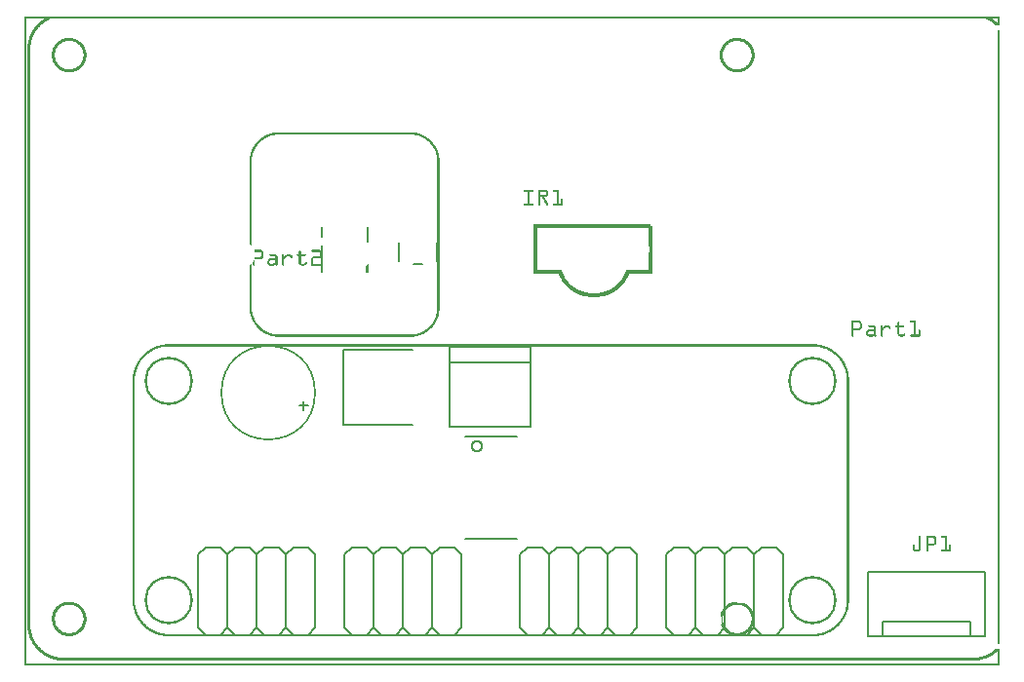
<source format=gto>
G04 MADE WITH FRITZING*
G04 WWW.FRITZING.ORG*
G04 DOUBLE SIDED*
G04 HOLES PLATED*
G04 CONTOUR ON CENTER OF CONTOUR VECTOR*
%ASAXBY*%
%FSLAX23Y23*%
%MOIN*%
%OFA0B0*%
%SFA1.0B1.0*%
%ADD10C,0.326000X0.314*%
%ADD11C,0.165480X0.14948*%
%ADD12C,0.044000X0.028*%
%ADD13C,0.005000*%
%ADD14C,0.006000*%
%ADD15C,0.008000*%
%ADD16R,0.001000X0.001000*%
%LNSILK1*%
G90*
G70*
G54D10*
X834Y936D03*
G54D11*
X494Y976D03*
X494Y226D03*
X2694Y976D03*
X2694Y226D03*
G54D12*
X1546Y751D03*
G54D13*
X2884Y321D02*
X2884Y101D01*
D02*
X3284Y321D02*
X3284Y101D01*
D02*
X3284Y321D02*
X2884Y321D01*
D02*
X3284Y101D02*
X3234Y101D01*
D02*
X3234Y101D02*
X2934Y101D01*
D02*
X2934Y101D02*
X2884Y101D01*
D02*
X2934Y101D02*
X2934Y151D01*
D02*
X2934Y151D02*
X3234Y151D01*
D02*
X3234Y151D02*
X3234Y101D01*
G54D14*
D02*
X969Y891D02*
X939Y891D01*
D02*
X954Y906D02*
X954Y876D01*
G54D15*
D02*
X1728Y817D02*
X1728Y1037D01*
D02*
X1728Y1037D02*
X1728Y1092D01*
D02*
X1728Y1092D02*
X1453Y1092D01*
D02*
X1453Y1092D02*
X1453Y1037D01*
D02*
X1453Y1037D02*
X1453Y817D01*
D02*
X1453Y817D02*
X1728Y817D01*
D02*
X1728Y1037D02*
X1453Y1037D01*
D02*
X1494Y381D02*
X1469Y406D01*
D02*
X1419Y406D02*
X1394Y381D01*
D02*
X1394Y381D02*
X1369Y406D01*
D02*
X1319Y406D02*
X1294Y381D01*
D02*
X1294Y381D02*
X1269Y406D01*
D02*
X1219Y406D02*
X1194Y381D01*
D02*
X1194Y381D02*
X1169Y406D01*
D02*
X1119Y406D02*
X1094Y381D01*
D02*
X1494Y381D02*
X1494Y131D01*
D02*
X1494Y131D02*
X1469Y106D01*
D02*
X1469Y106D02*
X1419Y106D01*
D02*
X1419Y106D02*
X1394Y131D01*
D02*
X1394Y131D02*
X1369Y106D01*
D02*
X1369Y106D02*
X1319Y106D01*
D02*
X1319Y106D02*
X1294Y131D01*
D02*
X1294Y131D02*
X1269Y106D01*
D02*
X1269Y106D02*
X1219Y106D01*
D02*
X1219Y106D02*
X1194Y131D01*
D02*
X1194Y131D02*
X1169Y106D01*
D02*
X1169Y106D02*
X1119Y106D01*
D02*
X1119Y106D02*
X1094Y131D01*
D02*
X1394Y131D02*
X1394Y381D01*
D02*
X1294Y131D02*
X1294Y381D01*
D02*
X1194Y131D02*
X1194Y381D01*
D02*
X1094Y131D02*
X1094Y381D01*
D02*
X1169Y406D02*
X1119Y406D01*
D02*
X1269Y406D02*
X1219Y406D01*
D02*
X1369Y406D02*
X1319Y406D01*
D02*
X1469Y406D02*
X1419Y406D01*
D02*
X994Y381D02*
X969Y406D01*
D02*
X919Y406D02*
X894Y381D01*
D02*
X894Y381D02*
X869Y406D01*
D02*
X819Y406D02*
X794Y381D01*
D02*
X794Y381D02*
X769Y406D01*
D02*
X719Y406D02*
X694Y381D01*
D02*
X694Y381D02*
X669Y406D01*
D02*
X619Y406D02*
X594Y381D01*
D02*
X994Y381D02*
X994Y131D01*
D02*
X994Y131D02*
X969Y106D01*
D02*
X969Y106D02*
X919Y106D01*
D02*
X919Y106D02*
X894Y131D01*
D02*
X894Y131D02*
X869Y106D01*
D02*
X869Y106D02*
X819Y106D01*
D02*
X819Y106D02*
X794Y131D01*
D02*
X794Y131D02*
X769Y106D01*
D02*
X769Y106D02*
X719Y106D01*
D02*
X719Y106D02*
X694Y131D01*
D02*
X694Y131D02*
X669Y106D01*
D02*
X669Y106D02*
X619Y106D01*
D02*
X619Y106D02*
X594Y131D01*
D02*
X894Y131D02*
X894Y381D01*
D02*
X794Y131D02*
X794Y381D01*
D02*
X694Y131D02*
X694Y381D01*
D02*
X594Y131D02*
X594Y381D01*
D02*
X669Y406D02*
X619Y406D01*
D02*
X769Y406D02*
X719Y406D01*
D02*
X869Y406D02*
X819Y406D01*
D02*
X969Y406D02*
X919Y406D01*
D02*
X2594Y381D02*
X2569Y406D01*
D02*
X2519Y406D02*
X2494Y381D01*
D02*
X2494Y381D02*
X2469Y406D01*
D02*
X2419Y406D02*
X2394Y381D01*
D02*
X2394Y381D02*
X2369Y406D01*
D02*
X2319Y406D02*
X2294Y381D01*
D02*
X2294Y381D02*
X2269Y406D01*
D02*
X2219Y406D02*
X2194Y381D01*
D02*
X2594Y381D02*
X2594Y131D01*
D02*
X2594Y131D02*
X2569Y106D01*
D02*
X2569Y106D02*
X2519Y106D01*
D02*
X2519Y106D02*
X2494Y131D01*
D02*
X2494Y131D02*
X2469Y106D01*
D02*
X2469Y106D02*
X2419Y106D01*
D02*
X2419Y106D02*
X2394Y131D01*
D02*
X2394Y131D02*
X2369Y106D01*
D02*
X2369Y106D02*
X2319Y106D01*
D02*
X2319Y106D02*
X2294Y131D01*
D02*
X2294Y131D02*
X2269Y106D01*
D02*
X2269Y106D02*
X2219Y106D01*
D02*
X2219Y106D02*
X2194Y131D01*
D02*
X2494Y131D02*
X2494Y381D01*
D02*
X2394Y131D02*
X2394Y381D01*
D02*
X2294Y131D02*
X2294Y381D01*
D02*
X2194Y131D02*
X2194Y381D01*
D02*
X2269Y406D02*
X2219Y406D01*
D02*
X2369Y406D02*
X2319Y406D01*
D02*
X2469Y406D02*
X2419Y406D01*
D02*
X2569Y406D02*
X2519Y406D01*
D02*
X2094Y381D02*
X2069Y406D01*
D02*
X2019Y406D02*
X1994Y381D01*
D02*
X1994Y381D02*
X1969Y406D01*
D02*
X1919Y406D02*
X1894Y381D01*
D02*
X1894Y381D02*
X1869Y406D01*
D02*
X1819Y406D02*
X1794Y381D01*
D02*
X1794Y381D02*
X1769Y406D01*
D02*
X1719Y406D02*
X1694Y381D01*
D02*
X2094Y381D02*
X2094Y131D01*
D02*
X2094Y131D02*
X2069Y106D01*
D02*
X2069Y106D02*
X2019Y106D01*
D02*
X2019Y106D02*
X1994Y131D01*
D02*
X1994Y131D02*
X1969Y106D01*
D02*
X1969Y106D02*
X1919Y106D01*
D02*
X1919Y106D02*
X1894Y131D01*
D02*
X1894Y131D02*
X1869Y106D01*
D02*
X1869Y106D02*
X1819Y106D01*
D02*
X1819Y106D02*
X1794Y131D01*
D02*
X1794Y131D02*
X1769Y106D01*
D02*
X1769Y106D02*
X1719Y106D01*
D02*
X1719Y106D02*
X1694Y131D01*
D02*
X1994Y131D02*
X1994Y381D01*
D02*
X1894Y131D02*
X1894Y381D01*
D02*
X1794Y131D02*
X1794Y381D01*
D02*
X1694Y131D02*
X1694Y381D01*
D02*
X1769Y406D02*
X1719Y406D01*
D02*
X1869Y406D02*
X1819Y406D01*
D02*
X1969Y406D02*
X1919Y406D01*
D02*
X2069Y406D02*
X2019Y406D01*
D02*
X1326Y824D02*
X1090Y824D01*
D02*
X1090Y824D02*
X1090Y1082D01*
D02*
X1090Y1082D02*
X1326Y1082D01*
D02*
X1684Y435D02*
X1505Y435D01*
D02*
X1505Y786D02*
X1684Y786D01*
D02*
X1172Y1503D02*
X1172Y1453D01*
D02*
X1017Y1348D02*
X1017Y1438D01*
D02*
X1017Y1503D02*
X1017Y1468D01*
D02*
X1409Y1384D02*
X1409Y1447D01*
D02*
X1279Y1384D02*
X1279Y1447D01*
D02*
X1360Y1374D02*
X1329Y1374D01*
G54D16*
X0Y2222D02*
X3332Y2222D01*
X0Y2221D02*
X3332Y2221D01*
X0Y2220D02*
X3332Y2220D01*
X0Y2219D02*
X3332Y2219D01*
X0Y2218D02*
X3332Y2218D01*
X0Y2217D02*
X3332Y2217D01*
X0Y2216D02*
X3332Y2216D01*
X0Y2215D02*
X3332Y2215D01*
X0Y2214D02*
X7Y2214D01*
X68Y2214D02*
X90Y2214D01*
X3285Y2214D02*
X3307Y2214D01*
X3325Y2214D02*
X3332Y2214D01*
X0Y2213D02*
X7Y2213D01*
X67Y2213D02*
X87Y2213D01*
X3288Y2213D02*
X3308Y2213D01*
X3325Y2213D02*
X3332Y2213D01*
X0Y2212D02*
X7Y2212D01*
X65Y2212D02*
X85Y2212D01*
X3290Y2212D02*
X3310Y2212D01*
X3325Y2212D02*
X3332Y2212D01*
X0Y2211D02*
X7Y2211D01*
X64Y2211D02*
X83Y2211D01*
X3292Y2211D02*
X3312Y2211D01*
X3325Y2211D02*
X3332Y2211D01*
X0Y2210D02*
X7Y2210D01*
X62Y2210D02*
X81Y2210D01*
X3294Y2210D02*
X3313Y2210D01*
X3325Y2210D02*
X3332Y2210D01*
X0Y2209D02*
X7Y2209D01*
X61Y2209D02*
X79Y2209D01*
X3296Y2209D02*
X3314Y2209D01*
X3325Y2209D02*
X3332Y2209D01*
X0Y2208D02*
X7Y2208D01*
X59Y2208D02*
X77Y2208D01*
X3298Y2208D02*
X3316Y2208D01*
X3325Y2208D02*
X3332Y2208D01*
X0Y2207D02*
X7Y2207D01*
X58Y2207D02*
X76Y2207D01*
X3300Y2207D02*
X3317Y2207D01*
X3325Y2207D02*
X3332Y2207D01*
X0Y2206D02*
X7Y2206D01*
X57Y2206D02*
X74Y2206D01*
X3301Y2206D02*
X3318Y2206D01*
X3325Y2206D02*
X3332Y2206D01*
X0Y2205D02*
X7Y2205D01*
X56Y2205D02*
X72Y2205D01*
X3303Y2205D02*
X3320Y2205D01*
X3325Y2205D02*
X3332Y2205D01*
X0Y2204D02*
X7Y2204D01*
X54Y2204D02*
X71Y2204D01*
X3304Y2204D02*
X3321Y2204D01*
X3325Y2204D02*
X3332Y2204D01*
X0Y2203D02*
X7Y2203D01*
X53Y2203D02*
X69Y2203D01*
X3306Y2203D02*
X3322Y2203D01*
X3325Y2203D02*
X3332Y2203D01*
X0Y2202D02*
X7Y2202D01*
X52Y2202D02*
X68Y2202D01*
X3307Y2202D02*
X3323Y2202D01*
X3325Y2202D02*
X3332Y2202D01*
X0Y2201D02*
X7Y2201D01*
X51Y2201D02*
X67Y2201D01*
X3309Y2201D02*
X3332Y2201D01*
X0Y2200D02*
X7Y2200D01*
X50Y2200D02*
X65Y2200D01*
X3310Y2200D02*
X3332Y2200D01*
X0Y2199D02*
X7Y2199D01*
X49Y2199D02*
X64Y2199D01*
X3311Y2199D02*
X3332Y2199D01*
X0Y2198D02*
X7Y2198D01*
X48Y2198D02*
X63Y2198D01*
X3313Y2198D02*
X3332Y2198D01*
X0Y2197D02*
X7Y2197D01*
X47Y2197D02*
X61Y2197D01*
X3314Y2197D02*
X3332Y2197D01*
X0Y2196D02*
X7Y2196D01*
X46Y2196D02*
X60Y2196D01*
X3315Y2196D02*
X3332Y2196D01*
X0Y2195D02*
X7Y2195D01*
X45Y2195D02*
X59Y2195D01*
X3316Y2195D02*
X3332Y2195D01*
X0Y2194D02*
X7Y2194D01*
X44Y2194D02*
X58Y2194D01*
X3317Y2194D02*
X3332Y2194D01*
X0Y2193D02*
X7Y2193D01*
X43Y2193D02*
X57Y2193D01*
X3318Y2193D02*
X3332Y2193D01*
X0Y2192D02*
X7Y2192D01*
X42Y2192D02*
X56Y2192D01*
X3320Y2192D02*
X3333Y2192D01*
X0Y2191D02*
X7Y2191D01*
X41Y2191D02*
X55Y2191D01*
X0Y2190D02*
X7Y2190D01*
X40Y2190D02*
X53Y2190D01*
X0Y2189D02*
X7Y2189D01*
X39Y2189D02*
X52Y2189D01*
X0Y2188D02*
X7Y2188D01*
X38Y2188D02*
X51Y2188D01*
X0Y2187D02*
X7Y2187D01*
X38Y2187D02*
X51Y2187D01*
X0Y2186D02*
X7Y2186D01*
X37Y2186D02*
X50Y2186D01*
X0Y2185D02*
X7Y2185D01*
X36Y2185D02*
X49Y2185D01*
X0Y2184D02*
X7Y2184D01*
X35Y2184D02*
X48Y2184D01*
X0Y2183D02*
X7Y2183D01*
X34Y2183D02*
X47Y2183D01*
X0Y2182D02*
X7Y2182D01*
X34Y2182D02*
X46Y2182D01*
X0Y2181D02*
X7Y2181D01*
X33Y2181D02*
X45Y2181D01*
X0Y2180D02*
X7Y2180D01*
X32Y2180D02*
X44Y2180D01*
X0Y2179D02*
X7Y2179D01*
X32Y2179D02*
X44Y2179D01*
X0Y2178D02*
X7Y2178D01*
X31Y2178D02*
X43Y2178D01*
X0Y2177D02*
X7Y2177D01*
X30Y2177D02*
X42Y2177D01*
X0Y2176D02*
X7Y2176D01*
X30Y2176D02*
X41Y2176D01*
X3325Y2176D02*
X3332Y2176D01*
X0Y2175D02*
X7Y2175D01*
X29Y2175D02*
X41Y2175D01*
X3325Y2175D02*
X3332Y2175D01*
X0Y2174D02*
X7Y2174D01*
X28Y2174D02*
X40Y2174D01*
X3325Y2174D02*
X3332Y2174D01*
X0Y2173D02*
X7Y2173D01*
X28Y2173D02*
X39Y2173D01*
X3325Y2173D02*
X3332Y2173D01*
X0Y2172D02*
X7Y2172D01*
X27Y2172D02*
X38Y2172D01*
X3325Y2172D02*
X3332Y2172D01*
X0Y2171D02*
X7Y2171D01*
X27Y2171D02*
X38Y2171D01*
X3325Y2171D02*
X3332Y2171D01*
X0Y2170D02*
X7Y2170D01*
X26Y2170D02*
X37Y2170D01*
X3325Y2170D02*
X3332Y2170D01*
X0Y2169D02*
X7Y2169D01*
X25Y2169D02*
X36Y2169D01*
X3325Y2169D02*
X3332Y2169D01*
X0Y2168D02*
X7Y2168D01*
X25Y2168D02*
X36Y2168D01*
X3325Y2168D02*
X3332Y2168D01*
X0Y2167D02*
X7Y2167D01*
X24Y2167D02*
X35Y2167D01*
X3325Y2167D02*
X3332Y2167D01*
X0Y2166D02*
X7Y2166D01*
X24Y2166D02*
X35Y2166D01*
X3325Y2166D02*
X3332Y2166D01*
X0Y2165D02*
X7Y2165D01*
X23Y2165D02*
X34Y2165D01*
X3325Y2165D02*
X3332Y2165D01*
X0Y2164D02*
X7Y2164D01*
X23Y2164D02*
X33Y2164D01*
X3325Y2164D02*
X3332Y2164D01*
X0Y2163D02*
X7Y2163D01*
X22Y2163D02*
X33Y2163D01*
X3325Y2163D02*
X3332Y2163D01*
X0Y2162D02*
X7Y2162D01*
X22Y2162D02*
X32Y2162D01*
X3325Y2162D02*
X3332Y2162D01*
X0Y2161D02*
X7Y2161D01*
X21Y2161D02*
X32Y2161D01*
X3325Y2161D02*
X3332Y2161D01*
X0Y2160D02*
X7Y2160D01*
X21Y2160D02*
X31Y2160D01*
X3325Y2160D02*
X3332Y2160D01*
X0Y2159D02*
X7Y2159D01*
X20Y2159D02*
X31Y2159D01*
X3325Y2159D02*
X3332Y2159D01*
X0Y2158D02*
X7Y2158D01*
X20Y2158D02*
X30Y2158D01*
X3325Y2158D02*
X3332Y2158D01*
X0Y2157D02*
X7Y2157D01*
X20Y2157D02*
X30Y2157D01*
X3325Y2157D02*
X3332Y2157D01*
X0Y2156D02*
X7Y2156D01*
X19Y2156D02*
X29Y2156D01*
X3325Y2156D02*
X3332Y2156D01*
X0Y2155D02*
X7Y2155D01*
X19Y2155D02*
X29Y2155D01*
X3325Y2155D02*
X3332Y2155D01*
X0Y2154D02*
X7Y2154D01*
X18Y2154D02*
X28Y2154D01*
X3325Y2154D02*
X3332Y2154D01*
X0Y2153D02*
X7Y2153D01*
X18Y2153D02*
X28Y2153D01*
X3325Y2153D02*
X3332Y2153D01*
X0Y2152D02*
X7Y2152D01*
X18Y2152D02*
X28Y2152D01*
X3325Y2152D02*
X3332Y2152D01*
X0Y2151D02*
X7Y2151D01*
X17Y2151D02*
X27Y2151D01*
X3325Y2151D02*
X3332Y2151D01*
X0Y2150D02*
X7Y2150D01*
X17Y2150D02*
X27Y2150D01*
X3325Y2150D02*
X3332Y2150D01*
X0Y2149D02*
X7Y2149D01*
X17Y2149D02*
X26Y2149D01*
X3325Y2149D02*
X3332Y2149D01*
X0Y2148D02*
X7Y2148D01*
X16Y2148D02*
X26Y2148D01*
X143Y2148D02*
X162Y2148D01*
X2426Y2148D02*
X2445Y2148D01*
X3325Y2148D02*
X3332Y2148D01*
X0Y2147D02*
X7Y2147D01*
X16Y2147D02*
X26Y2147D01*
X138Y2147D02*
X166Y2147D01*
X2421Y2147D02*
X2450Y2147D01*
X3325Y2147D02*
X3332Y2147D01*
X0Y2146D02*
X7Y2146D01*
X16Y2146D02*
X25Y2146D01*
X135Y2146D02*
X170Y2146D01*
X2418Y2146D02*
X2453Y2146D01*
X3325Y2146D02*
X3332Y2146D01*
X0Y2145D02*
X7Y2145D01*
X15Y2145D02*
X25Y2145D01*
X132Y2145D02*
X173Y2145D01*
X2415Y2145D02*
X2456Y2145D01*
X3325Y2145D02*
X3332Y2145D01*
X0Y2144D02*
X7Y2144D01*
X15Y2144D02*
X25Y2144D01*
X129Y2144D02*
X175Y2144D01*
X2413Y2144D02*
X2459Y2144D01*
X3325Y2144D02*
X3332Y2144D01*
X0Y2143D02*
X7Y2143D01*
X15Y2143D02*
X24Y2143D01*
X127Y2143D02*
X177Y2143D01*
X2411Y2143D02*
X2461Y2143D01*
X3325Y2143D02*
X3332Y2143D01*
X0Y2142D02*
X7Y2142D01*
X14Y2142D02*
X24Y2142D01*
X125Y2142D02*
X179Y2142D01*
X2408Y2142D02*
X2463Y2142D01*
X3325Y2142D02*
X3332Y2142D01*
X0Y2141D02*
X7Y2141D01*
X14Y2141D02*
X24Y2141D01*
X123Y2141D02*
X181Y2141D01*
X2407Y2141D02*
X2465Y2141D01*
X3325Y2141D02*
X3332Y2141D01*
X0Y2140D02*
X7Y2140D01*
X14Y2140D02*
X23Y2140D01*
X122Y2140D02*
X183Y2140D01*
X2405Y2140D02*
X2466Y2140D01*
X3325Y2140D02*
X3332Y2140D01*
X0Y2139D02*
X7Y2139D01*
X14Y2139D02*
X23Y2139D01*
X120Y2139D02*
X185Y2139D01*
X2403Y2139D02*
X2468Y2139D01*
X3325Y2139D02*
X3332Y2139D01*
X0Y2138D02*
X7Y2138D01*
X13Y2138D02*
X23Y2138D01*
X119Y2138D02*
X145Y2138D01*
X160Y2138D02*
X186Y2138D01*
X2402Y2138D02*
X2428Y2138D01*
X2443Y2138D02*
X2469Y2138D01*
X3325Y2138D02*
X3332Y2138D01*
X0Y2137D02*
X7Y2137D01*
X13Y2137D02*
X23Y2137D01*
X117Y2137D02*
X140Y2137D01*
X165Y2137D02*
X187Y2137D01*
X2401Y2137D02*
X2423Y2137D01*
X2448Y2137D02*
X2471Y2137D01*
X3325Y2137D02*
X3332Y2137D01*
X0Y2136D02*
X7Y2136D01*
X13Y2136D02*
X22Y2136D01*
X116Y2136D02*
X136Y2136D01*
X169Y2136D02*
X189Y2136D01*
X2399Y2136D02*
X2419Y2136D01*
X2452Y2136D02*
X2472Y2136D01*
X3325Y2136D02*
X3332Y2136D01*
X0Y2135D02*
X7Y2135D01*
X13Y2135D02*
X22Y2135D01*
X115Y2135D02*
X133Y2135D01*
X171Y2135D02*
X190Y2135D01*
X2398Y2135D02*
X2417Y2135D01*
X2455Y2135D02*
X2473Y2135D01*
X3325Y2135D02*
X3332Y2135D01*
X0Y2134D02*
X7Y2134D01*
X12Y2134D02*
X22Y2134D01*
X114Y2134D02*
X131Y2134D01*
X174Y2134D02*
X191Y2134D01*
X2397Y2134D02*
X2414Y2134D01*
X2457Y2134D02*
X2474Y2134D01*
X3325Y2134D02*
X3332Y2134D01*
X0Y2133D02*
X7Y2133D01*
X12Y2133D02*
X22Y2133D01*
X112Y2133D02*
X129Y2133D01*
X176Y2133D02*
X192Y2133D01*
X2396Y2133D02*
X2412Y2133D01*
X2459Y2133D02*
X2475Y2133D01*
X3325Y2133D02*
X3332Y2133D01*
X0Y2132D02*
X7Y2132D01*
X12Y2132D02*
X22Y2132D01*
X111Y2132D02*
X127Y2132D01*
X177Y2132D02*
X193Y2132D01*
X2395Y2132D02*
X2411Y2132D01*
X2461Y2132D02*
X2477Y2132D01*
X3325Y2132D02*
X3332Y2132D01*
X0Y2131D02*
X7Y2131D01*
X12Y2131D02*
X21Y2131D01*
X110Y2131D02*
X126Y2131D01*
X179Y2131D02*
X194Y2131D01*
X2394Y2131D02*
X2409Y2131D01*
X2462Y2131D02*
X2478Y2131D01*
X3325Y2131D02*
X3332Y2131D01*
X0Y2130D02*
X7Y2130D01*
X12Y2130D02*
X21Y2130D01*
X109Y2130D02*
X124Y2130D01*
X180Y2130D02*
X195Y2130D01*
X2393Y2130D02*
X2407Y2130D01*
X2464Y2130D02*
X2478Y2130D01*
X3325Y2130D02*
X3332Y2130D01*
X0Y2129D02*
X7Y2129D01*
X11Y2129D02*
X21Y2129D01*
X109Y2129D02*
X123Y2129D01*
X182Y2129D02*
X196Y2129D01*
X2392Y2129D02*
X2406Y2129D01*
X2465Y2129D02*
X2479Y2129D01*
X3325Y2129D02*
X3332Y2129D01*
X0Y2128D02*
X7Y2128D01*
X11Y2128D02*
X21Y2128D01*
X108Y2128D02*
X121Y2128D01*
X183Y2128D02*
X197Y2128D01*
X2391Y2128D02*
X2405Y2128D01*
X2466Y2128D02*
X2480Y2128D01*
X3325Y2128D02*
X3332Y2128D01*
X0Y2127D02*
X7Y2127D01*
X11Y2127D02*
X21Y2127D01*
X107Y2127D02*
X120Y2127D01*
X184Y2127D02*
X198Y2127D01*
X2390Y2127D02*
X2404Y2127D01*
X2468Y2127D02*
X2481Y2127D01*
X3325Y2127D02*
X3332Y2127D01*
X0Y2126D02*
X7Y2126D01*
X11Y2126D02*
X20Y2126D01*
X106Y2126D02*
X119Y2126D01*
X185Y2126D02*
X199Y2126D01*
X2389Y2126D02*
X2402Y2126D01*
X2469Y2126D02*
X2482Y2126D01*
X3325Y2126D02*
X3332Y2126D01*
X0Y2125D02*
X7Y2125D01*
X11Y2125D02*
X20Y2125D01*
X105Y2125D02*
X118Y2125D01*
X187Y2125D02*
X199Y2125D01*
X2389Y2125D02*
X2401Y2125D01*
X2470Y2125D02*
X2483Y2125D01*
X3325Y2125D02*
X3332Y2125D01*
X0Y2124D02*
X7Y2124D01*
X11Y2124D02*
X20Y2124D01*
X105Y2124D02*
X117Y2124D01*
X188Y2124D02*
X200Y2124D01*
X2388Y2124D02*
X2400Y2124D01*
X2471Y2124D02*
X2483Y2124D01*
X3325Y2124D02*
X3332Y2124D01*
X0Y2123D02*
X7Y2123D01*
X11Y2123D02*
X20Y2123D01*
X104Y2123D02*
X116Y2123D01*
X189Y2123D02*
X201Y2123D01*
X2387Y2123D02*
X2399Y2123D01*
X2472Y2123D02*
X2484Y2123D01*
X3325Y2123D02*
X3332Y2123D01*
X0Y2122D02*
X7Y2122D01*
X11Y2122D02*
X20Y2122D01*
X103Y2122D02*
X115Y2122D01*
X189Y2122D02*
X201Y2122D01*
X2386Y2122D02*
X2398Y2122D01*
X2473Y2122D02*
X2485Y2122D01*
X3325Y2122D02*
X3332Y2122D01*
X0Y2121D02*
X7Y2121D01*
X10Y2121D02*
X20Y2121D01*
X103Y2121D02*
X114Y2121D01*
X190Y2121D02*
X202Y2121D01*
X2386Y2121D02*
X2398Y2121D01*
X2474Y2121D02*
X2485Y2121D01*
X3325Y2121D02*
X3332Y2121D01*
X0Y2120D02*
X7Y2120D01*
X10Y2120D02*
X20Y2120D01*
X102Y2120D02*
X113Y2120D01*
X191Y2120D02*
X203Y2120D01*
X2385Y2120D02*
X2397Y2120D01*
X2474Y2120D02*
X2486Y2120D01*
X3325Y2120D02*
X3332Y2120D01*
X0Y2119D02*
X7Y2119D01*
X10Y2119D02*
X20Y2119D01*
X101Y2119D02*
X113Y2119D01*
X192Y2119D02*
X203Y2119D01*
X2385Y2119D02*
X2396Y2119D01*
X2475Y2119D02*
X2487Y2119D01*
X3325Y2119D02*
X3332Y2119D01*
X0Y2118D02*
X7Y2118D01*
X10Y2118D02*
X20Y2118D01*
X101Y2118D02*
X112Y2118D01*
X193Y2118D02*
X204Y2118D01*
X2384Y2118D02*
X2395Y2118D01*
X2476Y2118D02*
X2487Y2118D01*
X3325Y2118D02*
X3332Y2118D01*
X0Y2117D02*
X7Y2117D01*
X10Y2117D02*
X20Y2117D01*
X100Y2117D02*
X111Y2117D01*
X193Y2117D02*
X204Y2117D01*
X2384Y2117D02*
X2395Y2117D01*
X2477Y2117D02*
X2488Y2117D01*
X3325Y2117D02*
X3332Y2117D01*
X0Y2116D02*
X7Y2116D01*
X10Y2116D02*
X19Y2116D01*
X100Y2116D02*
X111Y2116D01*
X194Y2116D02*
X205Y2116D01*
X2383Y2116D02*
X2394Y2116D01*
X2477Y2116D02*
X2488Y2116D01*
X3325Y2116D02*
X3332Y2116D01*
X0Y2115D02*
X7Y2115D01*
X10Y2115D02*
X19Y2115D01*
X99Y2115D02*
X110Y2115D01*
X195Y2115D02*
X205Y2115D01*
X2383Y2115D02*
X2393Y2115D01*
X2478Y2115D02*
X2489Y2115D01*
X3325Y2115D02*
X3332Y2115D01*
X0Y2114D02*
X7Y2114D01*
X10Y2114D02*
X19Y2114D01*
X99Y2114D02*
X109Y2114D01*
X195Y2114D02*
X206Y2114D01*
X2382Y2114D02*
X2393Y2114D01*
X2479Y2114D02*
X2489Y2114D01*
X3325Y2114D02*
X3332Y2114D01*
X0Y2113D02*
X7Y2113D01*
X10Y2113D02*
X19Y2113D01*
X98Y2113D02*
X109Y2113D01*
X196Y2113D02*
X206Y2113D01*
X2382Y2113D02*
X2392Y2113D01*
X2479Y2113D02*
X2490Y2113D01*
X3325Y2113D02*
X3332Y2113D01*
X0Y2112D02*
X7Y2112D01*
X10Y2112D02*
X19Y2112D01*
X98Y2112D02*
X108Y2112D01*
X196Y2112D02*
X207Y2112D01*
X2381Y2112D02*
X2392Y2112D01*
X2480Y2112D02*
X2490Y2112D01*
X3325Y2112D02*
X3332Y2112D01*
X0Y2111D02*
X7Y2111D01*
X10Y2111D02*
X19Y2111D01*
X98Y2111D02*
X108Y2111D01*
X197Y2111D02*
X207Y2111D01*
X2381Y2111D02*
X2391Y2111D01*
X2480Y2111D02*
X2490Y2111D01*
X3325Y2111D02*
X3332Y2111D01*
X0Y2110D02*
X7Y2110D01*
X10Y2110D02*
X19Y2110D01*
X97Y2110D02*
X107Y2110D01*
X197Y2110D02*
X207Y2110D01*
X2381Y2110D02*
X2391Y2110D01*
X2481Y2110D02*
X2491Y2110D01*
X3325Y2110D02*
X3332Y2110D01*
X0Y2109D02*
X7Y2109D01*
X10Y2109D02*
X19Y2109D01*
X97Y2109D02*
X107Y2109D01*
X198Y2109D02*
X208Y2109D01*
X2380Y2109D02*
X2390Y2109D01*
X2481Y2109D02*
X2491Y2109D01*
X3325Y2109D02*
X3332Y2109D01*
X0Y2108D02*
X7Y2108D01*
X10Y2108D02*
X19Y2108D01*
X97Y2108D02*
X106Y2108D01*
X198Y2108D02*
X208Y2108D01*
X2380Y2108D02*
X2390Y2108D01*
X2482Y2108D02*
X2491Y2108D01*
X3325Y2108D02*
X3332Y2108D01*
X0Y2107D02*
X7Y2107D01*
X10Y2107D02*
X19Y2107D01*
X96Y2107D02*
X106Y2107D01*
X199Y2107D02*
X208Y2107D01*
X2379Y2107D02*
X2389Y2107D01*
X2482Y2107D02*
X2492Y2107D01*
X3325Y2107D02*
X3332Y2107D01*
X0Y2106D02*
X7Y2106D01*
X10Y2106D02*
X19Y2106D01*
X96Y2106D02*
X106Y2106D01*
X199Y2106D02*
X209Y2106D01*
X2379Y2106D02*
X2389Y2106D01*
X2482Y2106D02*
X2492Y2106D01*
X3325Y2106D02*
X3332Y2106D01*
X0Y2105D02*
X7Y2105D01*
X10Y2105D02*
X19Y2105D01*
X96Y2105D02*
X105Y2105D01*
X199Y2105D02*
X209Y2105D01*
X2379Y2105D02*
X2389Y2105D01*
X2483Y2105D02*
X2492Y2105D01*
X3325Y2105D02*
X3332Y2105D01*
X0Y2104D02*
X7Y2104D01*
X10Y2104D02*
X19Y2104D01*
X95Y2104D02*
X105Y2104D01*
X200Y2104D02*
X209Y2104D01*
X2379Y2104D02*
X2388Y2104D01*
X2483Y2104D02*
X2493Y2104D01*
X3325Y2104D02*
X3332Y2104D01*
X0Y2103D02*
X7Y2103D01*
X10Y2103D02*
X19Y2103D01*
X95Y2103D02*
X105Y2103D01*
X200Y2103D02*
X210Y2103D01*
X2378Y2103D02*
X2388Y2103D01*
X2483Y2103D02*
X2493Y2103D01*
X3325Y2103D02*
X3332Y2103D01*
X0Y2102D02*
X7Y2102D01*
X10Y2102D02*
X19Y2102D01*
X95Y2102D02*
X104Y2102D01*
X200Y2102D02*
X210Y2102D01*
X2378Y2102D02*
X2388Y2102D01*
X2483Y2102D02*
X2493Y2102D01*
X3325Y2102D02*
X3332Y2102D01*
X0Y2101D02*
X7Y2101D01*
X10Y2101D02*
X19Y2101D01*
X95Y2101D02*
X104Y2101D01*
X200Y2101D02*
X210Y2101D01*
X2378Y2101D02*
X2387Y2101D01*
X2484Y2101D02*
X2493Y2101D01*
X3325Y2101D02*
X3332Y2101D01*
X0Y2100D02*
X7Y2100D01*
X10Y2100D02*
X19Y2100D01*
X94Y2100D02*
X104Y2100D01*
X201Y2100D02*
X210Y2100D01*
X2378Y2100D02*
X2387Y2100D01*
X2484Y2100D02*
X2493Y2100D01*
X3325Y2100D02*
X3332Y2100D01*
X0Y2099D02*
X7Y2099D01*
X10Y2099D02*
X19Y2099D01*
X94Y2099D02*
X104Y2099D01*
X201Y2099D02*
X210Y2099D01*
X2378Y2099D02*
X2387Y2099D01*
X2484Y2099D02*
X2494Y2099D01*
X3325Y2099D02*
X3332Y2099D01*
X0Y2098D02*
X7Y2098D01*
X10Y2098D02*
X19Y2098D01*
X94Y2098D02*
X104Y2098D01*
X201Y2098D02*
X210Y2098D01*
X2377Y2098D02*
X2387Y2098D01*
X2484Y2098D02*
X2494Y2098D01*
X3325Y2098D02*
X3332Y2098D01*
X0Y2097D02*
X7Y2097D01*
X10Y2097D02*
X19Y2097D01*
X94Y2097D02*
X103Y2097D01*
X201Y2097D02*
X211Y2097D01*
X2377Y2097D02*
X2387Y2097D01*
X2484Y2097D02*
X2494Y2097D01*
X3325Y2097D02*
X3332Y2097D01*
X0Y2096D02*
X7Y2096D01*
X10Y2096D02*
X19Y2096D01*
X94Y2096D02*
X103Y2096D01*
X201Y2096D02*
X211Y2096D01*
X2377Y2096D02*
X2387Y2096D01*
X2485Y2096D02*
X2494Y2096D01*
X3325Y2096D02*
X3332Y2096D01*
X0Y2095D02*
X7Y2095D01*
X10Y2095D02*
X19Y2095D01*
X94Y2095D02*
X103Y2095D01*
X201Y2095D02*
X211Y2095D01*
X2377Y2095D02*
X2386Y2095D01*
X2485Y2095D02*
X2494Y2095D01*
X3325Y2095D02*
X3332Y2095D01*
X0Y2094D02*
X7Y2094D01*
X10Y2094D02*
X19Y2094D01*
X94Y2094D02*
X103Y2094D01*
X202Y2094D02*
X211Y2094D01*
X2377Y2094D02*
X2386Y2094D01*
X2485Y2094D02*
X2494Y2094D01*
X3325Y2094D02*
X3332Y2094D01*
X0Y2093D02*
X7Y2093D01*
X10Y2093D02*
X19Y2093D01*
X94Y2093D02*
X103Y2093D01*
X202Y2093D02*
X211Y2093D01*
X2377Y2093D02*
X2386Y2093D01*
X2485Y2093D02*
X2494Y2093D01*
X3325Y2093D02*
X3332Y2093D01*
X0Y2092D02*
X7Y2092D01*
X10Y2092D02*
X19Y2092D01*
X94Y2092D02*
X103Y2092D01*
X202Y2092D02*
X211Y2092D01*
X2377Y2092D02*
X2386Y2092D01*
X2485Y2092D02*
X2494Y2092D01*
X3325Y2092D02*
X3332Y2092D01*
X0Y2091D02*
X7Y2091D01*
X10Y2091D02*
X19Y2091D01*
X94Y2091D02*
X103Y2091D01*
X202Y2091D02*
X211Y2091D01*
X2377Y2091D02*
X2386Y2091D01*
X2485Y2091D02*
X2494Y2091D01*
X3325Y2091D02*
X3332Y2091D01*
X0Y2090D02*
X7Y2090D01*
X10Y2090D02*
X19Y2090D01*
X94Y2090D02*
X103Y2090D01*
X202Y2090D02*
X211Y2090D01*
X2377Y2090D02*
X2386Y2090D01*
X2485Y2090D02*
X2494Y2090D01*
X3325Y2090D02*
X3332Y2090D01*
X0Y2089D02*
X7Y2089D01*
X10Y2089D02*
X19Y2089D01*
X94Y2089D02*
X103Y2089D01*
X202Y2089D02*
X211Y2089D01*
X2377Y2089D02*
X2386Y2089D01*
X2485Y2089D02*
X2494Y2089D01*
X3325Y2089D02*
X3332Y2089D01*
X0Y2088D02*
X7Y2088D01*
X10Y2088D02*
X19Y2088D01*
X94Y2088D02*
X103Y2088D01*
X202Y2088D02*
X211Y2088D01*
X2377Y2088D02*
X2386Y2088D01*
X2485Y2088D02*
X2494Y2088D01*
X3325Y2088D02*
X3332Y2088D01*
X0Y2087D02*
X7Y2087D01*
X10Y2087D02*
X19Y2087D01*
X94Y2087D02*
X103Y2087D01*
X202Y2087D02*
X211Y2087D01*
X2377Y2087D02*
X2386Y2087D01*
X2485Y2087D02*
X2494Y2087D01*
X3325Y2087D02*
X3332Y2087D01*
X0Y2086D02*
X7Y2086D01*
X10Y2086D02*
X19Y2086D01*
X94Y2086D02*
X103Y2086D01*
X202Y2086D02*
X211Y2086D01*
X2377Y2086D02*
X2386Y2086D01*
X2485Y2086D02*
X2494Y2086D01*
X3325Y2086D02*
X3332Y2086D01*
X0Y2085D02*
X7Y2085D01*
X10Y2085D02*
X19Y2085D01*
X94Y2085D02*
X103Y2085D01*
X202Y2085D02*
X211Y2085D01*
X2377Y2085D02*
X2386Y2085D01*
X2485Y2085D02*
X2494Y2085D01*
X3325Y2085D02*
X3332Y2085D01*
X0Y2084D02*
X7Y2084D01*
X10Y2084D02*
X19Y2084D01*
X94Y2084D02*
X103Y2084D01*
X201Y2084D02*
X211Y2084D01*
X2377Y2084D02*
X2387Y2084D01*
X2485Y2084D02*
X2494Y2084D01*
X3325Y2084D02*
X3332Y2084D01*
X0Y2083D02*
X7Y2083D01*
X10Y2083D02*
X19Y2083D01*
X94Y2083D02*
X103Y2083D01*
X201Y2083D02*
X211Y2083D01*
X2377Y2083D02*
X2387Y2083D01*
X2485Y2083D02*
X2494Y2083D01*
X3325Y2083D02*
X3332Y2083D01*
X0Y2082D02*
X7Y2082D01*
X10Y2082D02*
X19Y2082D01*
X94Y2082D02*
X104Y2082D01*
X201Y2082D02*
X211Y2082D01*
X2377Y2082D02*
X2387Y2082D01*
X2484Y2082D02*
X2494Y2082D01*
X3325Y2082D02*
X3332Y2082D01*
X0Y2081D02*
X7Y2081D01*
X10Y2081D02*
X19Y2081D01*
X94Y2081D02*
X104Y2081D01*
X201Y2081D02*
X210Y2081D01*
X2378Y2081D02*
X2387Y2081D01*
X2484Y2081D02*
X2494Y2081D01*
X3325Y2081D02*
X3332Y2081D01*
X0Y2080D02*
X7Y2080D01*
X10Y2080D02*
X19Y2080D01*
X94Y2080D02*
X104Y2080D01*
X201Y2080D02*
X210Y2080D01*
X2378Y2080D02*
X2387Y2080D01*
X2484Y2080D02*
X2494Y2080D01*
X3325Y2080D02*
X3332Y2080D01*
X0Y2079D02*
X7Y2079D01*
X10Y2079D02*
X19Y2079D01*
X95Y2079D02*
X104Y2079D01*
X201Y2079D02*
X210Y2079D01*
X2378Y2079D02*
X2387Y2079D01*
X2484Y2079D02*
X2493Y2079D01*
X3325Y2079D02*
X3332Y2079D01*
X0Y2078D02*
X7Y2078D01*
X10Y2078D02*
X19Y2078D01*
X95Y2078D02*
X104Y2078D01*
X200Y2078D02*
X210Y2078D01*
X2378Y2078D02*
X2388Y2078D01*
X2484Y2078D02*
X2493Y2078D01*
X3325Y2078D02*
X3332Y2078D01*
X0Y2077D02*
X7Y2077D01*
X10Y2077D02*
X19Y2077D01*
X95Y2077D02*
X105Y2077D01*
X200Y2077D02*
X210Y2077D01*
X2378Y2077D02*
X2388Y2077D01*
X2483Y2077D02*
X2493Y2077D01*
X3325Y2077D02*
X3332Y2077D01*
X0Y2076D02*
X7Y2076D01*
X10Y2076D02*
X19Y2076D01*
X95Y2076D02*
X105Y2076D01*
X200Y2076D02*
X209Y2076D01*
X2378Y2076D02*
X2388Y2076D01*
X2483Y2076D02*
X2493Y2076D01*
X3325Y2076D02*
X3332Y2076D01*
X0Y2075D02*
X7Y2075D01*
X10Y2075D02*
X19Y2075D01*
X95Y2075D02*
X105Y2075D01*
X200Y2075D02*
X209Y2075D01*
X2379Y2075D02*
X2388Y2075D01*
X2483Y2075D02*
X2492Y2075D01*
X3325Y2075D02*
X3332Y2075D01*
X0Y2074D02*
X7Y2074D01*
X10Y2074D02*
X19Y2074D01*
X96Y2074D02*
X105Y2074D01*
X199Y2074D02*
X209Y2074D01*
X2379Y2074D02*
X2389Y2074D01*
X2482Y2074D02*
X2492Y2074D01*
X3325Y2074D02*
X3332Y2074D01*
X0Y2073D02*
X7Y2073D01*
X10Y2073D02*
X19Y2073D01*
X96Y2073D02*
X106Y2073D01*
X199Y2073D02*
X209Y2073D01*
X2379Y2073D02*
X2389Y2073D01*
X2482Y2073D02*
X2492Y2073D01*
X3325Y2073D02*
X3332Y2073D01*
X0Y2072D02*
X7Y2072D01*
X10Y2072D02*
X19Y2072D01*
X96Y2072D02*
X106Y2072D01*
X199Y2072D02*
X208Y2072D01*
X2380Y2072D02*
X2389Y2072D01*
X2482Y2072D02*
X2492Y2072D01*
X3325Y2072D02*
X3332Y2072D01*
X0Y2071D02*
X7Y2071D01*
X10Y2071D02*
X19Y2071D01*
X97Y2071D02*
X107Y2071D01*
X198Y2071D02*
X208Y2071D01*
X2380Y2071D02*
X2390Y2071D01*
X2481Y2071D02*
X2491Y2071D01*
X3325Y2071D02*
X3332Y2071D01*
X0Y2070D02*
X7Y2070D01*
X10Y2070D02*
X19Y2070D01*
X97Y2070D02*
X107Y2070D01*
X198Y2070D02*
X208Y2070D01*
X2380Y2070D02*
X2390Y2070D01*
X2481Y2070D02*
X2491Y2070D01*
X3325Y2070D02*
X3332Y2070D01*
X0Y2069D02*
X7Y2069D01*
X10Y2069D02*
X19Y2069D01*
X97Y2069D02*
X107Y2069D01*
X197Y2069D02*
X207Y2069D01*
X2381Y2069D02*
X2391Y2069D01*
X2480Y2069D02*
X2491Y2069D01*
X3325Y2069D02*
X3332Y2069D01*
X0Y2068D02*
X7Y2068D01*
X10Y2068D02*
X19Y2068D01*
X98Y2068D02*
X108Y2068D01*
X197Y2068D02*
X207Y2068D01*
X2381Y2068D02*
X2391Y2068D01*
X2480Y2068D02*
X2490Y2068D01*
X3325Y2068D02*
X3332Y2068D01*
X0Y2067D02*
X7Y2067D01*
X10Y2067D02*
X19Y2067D01*
X98Y2067D02*
X108Y2067D01*
X196Y2067D02*
X207Y2067D01*
X2381Y2067D02*
X2392Y2067D01*
X2480Y2067D02*
X2490Y2067D01*
X3325Y2067D02*
X3332Y2067D01*
X0Y2066D02*
X7Y2066D01*
X10Y2066D02*
X19Y2066D01*
X99Y2066D02*
X109Y2066D01*
X196Y2066D02*
X206Y2066D01*
X2382Y2066D02*
X2392Y2066D01*
X2479Y2066D02*
X2489Y2066D01*
X3325Y2066D02*
X3332Y2066D01*
X0Y2065D02*
X7Y2065D01*
X10Y2065D02*
X19Y2065D01*
X99Y2065D02*
X110Y2065D01*
X195Y2065D02*
X206Y2065D01*
X2382Y2065D02*
X2393Y2065D01*
X2478Y2065D02*
X2489Y2065D01*
X3325Y2065D02*
X3332Y2065D01*
X0Y2064D02*
X7Y2064D01*
X10Y2064D02*
X19Y2064D01*
X99Y2064D02*
X110Y2064D01*
X195Y2064D02*
X205Y2064D01*
X2383Y2064D02*
X2393Y2064D01*
X2478Y2064D02*
X2488Y2064D01*
X3325Y2064D02*
X3332Y2064D01*
X0Y2063D02*
X7Y2063D01*
X10Y2063D02*
X19Y2063D01*
X100Y2063D02*
X111Y2063D01*
X194Y2063D02*
X205Y2063D01*
X2383Y2063D02*
X2394Y2063D01*
X2477Y2063D02*
X2488Y2063D01*
X3325Y2063D02*
X3332Y2063D01*
X0Y2062D02*
X7Y2062D01*
X10Y2062D02*
X19Y2062D01*
X100Y2062D02*
X111Y2062D01*
X193Y2062D02*
X204Y2062D01*
X2384Y2062D02*
X2395Y2062D01*
X2476Y2062D02*
X2487Y2062D01*
X3325Y2062D02*
X3332Y2062D01*
X0Y2061D02*
X7Y2061D01*
X10Y2061D02*
X19Y2061D01*
X101Y2061D02*
X112Y2061D01*
X192Y2061D02*
X204Y2061D01*
X2384Y2061D02*
X2395Y2061D01*
X2476Y2061D02*
X2487Y2061D01*
X3325Y2061D02*
X3332Y2061D01*
X0Y2060D02*
X7Y2060D01*
X10Y2060D02*
X19Y2060D01*
X102Y2060D02*
X113Y2060D01*
X192Y2060D02*
X203Y2060D01*
X2385Y2060D02*
X2396Y2060D01*
X2475Y2060D02*
X2486Y2060D01*
X3325Y2060D02*
X3332Y2060D01*
X0Y2059D02*
X7Y2059D01*
X10Y2059D02*
X19Y2059D01*
X102Y2059D02*
X114Y2059D01*
X191Y2059D02*
X202Y2059D01*
X2385Y2059D02*
X2397Y2059D01*
X2474Y2059D02*
X2486Y2059D01*
X3325Y2059D02*
X3332Y2059D01*
X0Y2058D02*
X7Y2058D01*
X10Y2058D02*
X19Y2058D01*
X103Y2058D02*
X115Y2058D01*
X190Y2058D02*
X202Y2058D01*
X2386Y2058D02*
X2398Y2058D01*
X2473Y2058D02*
X2485Y2058D01*
X3325Y2058D02*
X3332Y2058D01*
X0Y2057D02*
X7Y2057D01*
X10Y2057D02*
X19Y2057D01*
X103Y2057D02*
X115Y2057D01*
X189Y2057D02*
X201Y2057D01*
X2387Y2057D02*
X2399Y2057D01*
X2472Y2057D02*
X2485Y2057D01*
X3325Y2057D02*
X3332Y2057D01*
X0Y2056D02*
X7Y2056D01*
X10Y2056D02*
X19Y2056D01*
X104Y2056D02*
X116Y2056D01*
X188Y2056D02*
X201Y2056D01*
X2387Y2056D02*
X2400Y2056D01*
X2472Y2056D02*
X2484Y2056D01*
X3325Y2056D02*
X3332Y2056D01*
X0Y2055D02*
X7Y2055D01*
X10Y2055D02*
X19Y2055D01*
X105Y2055D02*
X117Y2055D01*
X187Y2055D02*
X200Y2055D01*
X2388Y2055D02*
X2401Y2055D01*
X2471Y2055D02*
X2483Y2055D01*
X3325Y2055D02*
X3332Y2055D01*
X0Y2054D02*
X7Y2054D01*
X10Y2054D02*
X19Y2054D01*
X106Y2054D02*
X118Y2054D01*
X186Y2054D02*
X199Y2054D01*
X2389Y2054D02*
X2402Y2054D01*
X2470Y2054D02*
X2482Y2054D01*
X3325Y2054D02*
X3332Y2054D01*
X0Y2053D02*
X7Y2053D01*
X10Y2053D02*
X19Y2053D01*
X106Y2053D02*
X119Y2053D01*
X185Y2053D02*
X198Y2053D01*
X2390Y2053D02*
X2403Y2053D01*
X2468Y2053D02*
X2482Y2053D01*
X3325Y2053D02*
X3332Y2053D01*
X0Y2052D02*
X7Y2052D01*
X10Y2052D02*
X19Y2052D01*
X107Y2052D02*
X121Y2052D01*
X184Y2052D02*
X198Y2052D01*
X2390Y2052D02*
X2404Y2052D01*
X2467Y2052D02*
X2481Y2052D01*
X3325Y2052D02*
X3332Y2052D01*
X0Y2051D02*
X7Y2051D01*
X10Y2051D02*
X19Y2051D01*
X108Y2051D02*
X122Y2051D01*
X183Y2051D02*
X197Y2051D01*
X2391Y2051D02*
X2405Y2051D01*
X2466Y2051D02*
X2480Y2051D01*
X3325Y2051D02*
X3332Y2051D01*
X0Y2050D02*
X7Y2050D01*
X10Y2050D02*
X19Y2050D01*
X109Y2050D02*
X123Y2050D01*
X181Y2050D02*
X196Y2050D01*
X2392Y2050D02*
X2406Y2050D01*
X2465Y2050D02*
X2479Y2050D01*
X3325Y2050D02*
X3332Y2050D01*
X0Y2049D02*
X7Y2049D01*
X10Y2049D02*
X19Y2049D01*
X110Y2049D02*
X125Y2049D01*
X180Y2049D02*
X195Y2049D01*
X2393Y2049D02*
X2408Y2049D01*
X2463Y2049D02*
X2478Y2049D01*
X3325Y2049D02*
X3332Y2049D01*
X0Y2048D02*
X7Y2048D01*
X10Y2048D02*
X19Y2048D01*
X111Y2048D02*
X126Y2048D01*
X179Y2048D02*
X194Y2048D01*
X2394Y2048D02*
X2409Y2048D01*
X2462Y2048D02*
X2477Y2048D01*
X3325Y2048D02*
X3332Y2048D01*
X0Y2047D02*
X7Y2047D01*
X10Y2047D02*
X19Y2047D01*
X112Y2047D02*
X128Y2047D01*
X177Y2047D02*
X193Y2047D01*
X2395Y2047D02*
X2411Y2047D01*
X2460Y2047D02*
X2476Y2047D01*
X3325Y2047D02*
X3332Y2047D01*
X0Y2046D02*
X7Y2046D01*
X10Y2046D02*
X19Y2046D01*
X113Y2046D02*
X130Y2046D01*
X175Y2046D02*
X192Y2046D01*
X2396Y2046D02*
X2413Y2046D01*
X2458Y2046D02*
X2475Y2046D01*
X3325Y2046D02*
X3332Y2046D01*
X0Y2045D02*
X7Y2045D01*
X10Y2045D02*
X19Y2045D01*
X114Y2045D02*
X132Y2045D01*
X173Y2045D02*
X191Y2045D01*
X2397Y2045D02*
X2415Y2045D01*
X2456Y2045D02*
X2474Y2045D01*
X3325Y2045D02*
X3332Y2045D01*
X0Y2044D02*
X7Y2044D01*
X10Y2044D02*
X19Y2044D01*
X115Y2044D02*
X134Y2044D01*
X171Y2044D02*
X190Y2044D01*
X2398Y2044D02*
X2417Y2044D01*
X2454Y2044D02*
X2473Y2044D01*
X3325Y2044D02*
X3332Y2044D01*
X0Y2043D02*
X7Y2043D01*
X10Y2043D02*
X19Y2043D01*
X116Y2043D02*
X137Y2043D01*
X168Y2043D02*
X188Y2043D01*
X2400Y2043D02*
X2420Y2043D01*
X2451Y2043D02*
X2472Y2043D01*
X3325Y2043D02*
X3332Y2043D01*
X0Y2042D02*
X7Y2042D01*
X10Y2042D02*
X19Y2042D01*
X118Y2042D02*
X141Y2042D01*
X164Y2042D02*
X187Y2042D01*
X2401Y2042D02*
X2424Y2042D01*
X2447Y2042D02*
X2470Y2042D01*
X3325Y2042D02*
X3332Y2042D01*
X0Y2041D02*
X7Y2041D01*
X10Y2041D02*
X19Y2041D01*
X119Y2041D02*
X147Y2041D01*
X158Y2041D02*
X186Y2041D01*
X2402Y2041D02*
X2430Y2041D01*
X2441Y2041D02*
X2469Y2041D01*
X3325Y2041D02*
X3332Y2041D01*
X0Y2040D02*
X7Y2040D01*
X10Y2040D02*
X19Y2040D01*
X121Y2040D02*
X184Y2040D01*
X2404Y2040D02*
X2467Y2040D01*
X3325Y2040D02*
X3332Y2040D01*
X0Y2039D02*
X7Y2039D01*
X10Y2039D02*
X19Y2039D01*
X122Y2039D02*
X182Y2039D01*
X2405Y2039D02*
X2466Y2039D01*
X3325Y2039D02*
X3332Y2039D01*
X0Y2038D02*
X7Y2038D01*
X10Y2038D02*
X19Y2038D01*
X124Y2038D02*
X181Y2038D01*
X2407Y2038D02*
X2464Y2038D01*
X3325Y2038D02*
X3332Y2038D01*
X0Y2037D02*
X7Y2037D01*
X10Y2037D02*
X19Y2037D01*
X126Y2037D02*
X179Y2037D01*
X2409Y2037D02*
X2462Y2037D01*
X3325Y2037D02*
X3332Y2037D01*
X0Y2036D02*
X7Y2036D01*
X10Y2036D02*
X19Y2036D01*
X128Y2036D02*
X177Y2036D01*
X2411Y2036D02*
X2460Y2036D01*
X3325Y2036D02*
X3332Y2036D01*
X0Y2035D02*
X7Y2035D01*
X10Y2035D02*
X19Y2035D01*
X130Y2035D02*
X175Y2035D01*
X2413Y2035D02*
X2458Y2035D01*
X3325Y2035D02*
X3332Y2035D01*
X0Y2034D02*
X7Y2034D01*
X10Y2034D02*
X19Y2034D01*
X133Y2034D02*
X172Y2034D01*
X2416Y2034D02*
X2455Y2034D01*
X3325Y2034D02*
X3332Y2034D01*
X0Y2033D02*
X7Y2033D01*
X10Y2033D02*
X19Y2033D01*
X135Y2033D02*
X169Y2033D01*
X2419Y2033D02*
X2452Y2033D01*
X3325Y2033D02*
X3332Y2033D01*
X0Y2032D02*
X7Y2032D01*
X10Y2032D02*
X19Y2032D01*
X139Y2032D02*
X165Y2032D01*
X2423Y2032D02*
X2449Y2032D01*
X3325Y2032D02*
X3332Y2032D01*
X0Y2031D02*
X7Y2031D01*
X10Y2031D02*
X19Y2031D01*
X144Y2031D02*
X160Y2031D01*
X2428Y2031D02*
X2443Y2031D01*
X3325Y2031D02*
X3332Y2031D01*
X0Y2030D02*
X7Y2030D01*
X10Y2030D02*
X19Y2030D01*
X3325Y2030D02*
X3332Y2030D01*
X0Y2029D02*
X7Y2029D01*
X10Y2029D02*
X19Y2029D01*
X3325Y2029D02*
X3332Y2029D01*
X0Y2028D02*
X7Y2028D01*
X10Y2028D02*
X19Y2028D01*
X3325Y2028D02*
X3332Y2028D01*
X0Y2027D02*
X7Y2027D01*
X10Y2027D02*
X19Y2027D01*
X3325Y2027D02*
X3332Y2027D01*
X0Y2026D02*
X7Y2026D01*
X10Y2026D02*
X19Y2026D01*
X3325Y2026D02*
X3332Y2026D01*
X0Y2025D02*
X7Y2025D01*
X10Y2025D02*
X19Y2025D01*
X3325Y2025D02*
X3332Y2025D01*
X0Y2024D02*
X7Y2024D01*
X10Y2024D02*
X19Y2024D01*
X3325Y2024D02*
X3332Y2024D01*
X0Y2023D02*
X7Y2023D01*
X10Y2023D02*
X19Y2023D01*
X3325Y2023D02*
X3332Y2023D01*
X0Y2022D02*
X7Y2022D01*
X10Y2022D02*
X19Y2022D01*
X3325Y2022D02*
X3332Y2022D01*
X0Y2021D02*
X7Y2021D01*
X10Y2021D02*
X19Y2021D01*
X3325Y2021D02*
X3332Y2021D01*
X0Y2020D02*
X7Y2020D01*
X10Y2020D02*
X19Y2020D01*
X3325Y2020D02*
X3332Y2020D01*
X0Y2019D02*
X7Y2019D01*
X10Y2019D02*
X19Y2019D01*
X3325Y2019D02*
X3332Y2019D01*
X0Y2018D02*
X7Y2018D01*
X10Y2018D02*
X19Y2018D01*
X3325Y2018D02*
X3332Y2018D01*
X0Y2017D02*
X7Y2017D01*
X10Y2017D02*
X19Y2017D01*
X3325Y2017D02*
X3332Y2017D01*
X0Y2016D02*
X7Y2016D01*
X10Y2016D02*
X19Y2016D01*
X3325Y2016D02*
X3332Y2016D01*
X0Y2015D02*
X7Y2015D01*
X10Y2015D02*
X19Y2015D01*
X3325Y2015D02*
X3332Y2015D01*
X0Y2014D02*
X7Y2014D01*
X10Y2014D02*
X19Y2014D01*
X3325Y2014D02*
X3332Y2014D01*
X0Y2013D02*
X7Y2013D01*
X10Y2013D02*
X19Y2013D01*
X3325Y2013D02*
X3332Y2013D01*
X0Y2012D02*
X7Y2012D01*
X10Y2012D02*
X19Y2012D01*
X3325Y2012D02*
X3332Y2012D01*
X0Y2011D02*
X7Y2011D01*
X10Y2011D02*
X19Y2011D01*
X3325Y2011D02*
X3332Y2011D01*
X0Y2010D02*
X7Y2010D01*
X10Y2010D02*
X19Y2010D01*
X3325Y2010D02*
X3332Y2010D01*
X0Y2009D02*
X7Y2009D01*
X10Y2009D02*
X19Y2009D01*
X3325Y2009D02*
X3332Y2009D01*
X0Y2008D02*
X7Y2008D01*
X10Y2008D02*
X19Y2008D01*
X3325Y2008D02*
X3332Y2008D01*
X0Y2007D02*
X7Y2007D01*
X10Y2007D02*
X19Y2007D01*
X3325Y2007D02*
X3332Y2007D01*
X0Y2006D02*
X7Y2006D01*
X10Y2006D02*
X19Y2006D01*
X3325Y2006D02*
X3332Y2006D01*
X0Y2005D02*
X7Y2005D01*
X10Y2005D02*
X19Y2005D01*
X3325Y2005D02*
X3332Y2005D01*
X0Y2004D02*
X7Y2004D01*
X10Y2004D02*
X19Y2004D01*
X3325Y2004D02*
X3332Y2004D01*
X0Y2003D02*
X7Y2003D01*
X10Y2003D02*
X19Y2003D01*
X3325Y2003D02*
X3332Y2003D01*
X0Y2002D02*
X7Y2002D01*
X10Y2002D02*
X19Y2002D01*
X3325Y2002D02*
X3332Y2002D01*
X0Y2001D02*
X7Y2001D01*
X10Y2001D02*
X19Y2001D01*
X3325Y2001D02*
X3332Y2001D01*
X0Y2000D02*
X7Y2000D01*
X10Y2000D02*
X19Y2000D01*
X3325Y2000D02*
X3332Y2000D01*
X0Y1999D02*
X7Y1999D01*
X10Y1999D02*
X19Y1999D01*
X3325Y1999D02*
X3332Y1999D01*
X0Y1998D02*
X7Y1998D01*
X10Y1998D02*
X19Y1998D01*
X3325Y1998D02*
X3332Y1998D01*
X0Y1997D02*
X7Y1997D01*
X10Y1997D02*
X19Y1997D01*
X3325Y1997D02*
X3332Y1997D01*
X0Y1996D02*
X7Y1996D01*
X10Y1996D02*
X19Y1996D01*
X3325Y1996D02*
X3332Y1996D01*
X0Y1995D02*
X7Y1995D01*
X10Y1995D02*
X19Y1995D01*
X3325Y1995D02*
X3332Y1995D01*
X0Y1994D02*
X7Y1994D01*
X10Y1994D02*
X19Y1994D01*
X3325Y1994D02*
X3332Y1994D01*
X0Y1993D02*
X7Y1993D01*
X10Y1993D02*
X19Y1993D01*
X3325Y1993D02*
X3332Y1993D01*
X0Y1992D02*
X7Y1992D01*
X10Y1992D02*
X19Y1992D01*
X3325Y1992D02*
X3332Y1992D01*
X0Y1991D02*
X7Y1991D01*
X10Y1991D02*
X19Y1991D01*
X3325Y1991D02*
X3332Y1991D01*
X0Y1990D02*
X7Y1990D01*
X10Y1990D02*
X19Y1990D01*
X3325Y1990D02*
X3332Y1990D01*
X0Y1989D02*
X7Y1989D01*
X10Y1989D02*
X19Y1989D01*
X3325Y1989D02*
X3332Y1989D01*
X0Y1988D02*
X7Y1988D01*
X10Y1988D02*
X19Y1988D01*
X3325Y1988D02*
X3332Y1988D01*
X0Y1987D02*
X7Y1987D01*
X10Y1987D02*
X19Y1987D01*
X3325Y1987D02*
X3332Y1987D01*
X0Y1986D02*
X7Y1986D01*
X10Y1986D02*
X19Y1986D01*
X3325Y1986D02*
X3332Y1986D01*
X0Y1985D02*
X7Y1985D01*
X10Y1985D02*
X19Y1985D01*
X3325Y1985D02*
X3332Y1985D01*
X0Y1984D02*
X7Y1984D01*
X10Y1984D02*
X19Y1984D01*
X3325Y1984D02*
X3332Y1984D01*
X0Y1983D02*
X7Y1983D01*
X10Y1983D02*
X19Y1983D01*
X3325Y1983D02*
X3332Y1983D01*
X0Y1982D02*
X7Y1982D01*
X10Y1982D02*
X19Y1982D01*
X3325Y1982D02*
X3332Y1982D01*
X0Y1981D02*
X7Y1981D01*
X10Y1981D02*
X19Y1981D01*
X3325Y1981D02*
X3332Y1981D01*
X0Y1980D02*
X7Y1980D01*
X10Y1980D02*
X19Y1980D01*
X3325Y1980D02*
X3332Y1980D01*
X0Y1979D02*
X7Y1979D01*
X10Y1979D02*
X19Y1979D01*
X3325Y1979D02*
X3332Y1979D01*
X0Y1978D02*
X7Y1978D01*
X10Y1978D02*
X19Y1978D01*
X3325Y1978D02*
X3332Y1978D01*
X0Y1977D02*
X7Y1977D01*
X10Y1977D02*
X19Y1977D01*
X3325Y1977D02*
X3332Y1977D01*
X0Y1976D02*
X7Y1976D01*
X10Y1976D02*
X19Y1976D01*
X3325Y1976D02*
X3332Y1976D01*
X0Y1975D02*
X7Y1975D01*
X10Y1975D02*
X19Y1975D01*
X3325Y1975D02*
X3332Y1975D01*
X0Y1974D02*
X7Y1974D01*
X10Y1974D02*
X19Y1974D01*
X3325Y1974D02*
X3332Y1974D01*
X0Y1973D02*
X7Y1973D01*
X10Y1973D02*
X19Y1973D01*
X3325Y1973D02*
X3332Y1973D01*
X0Y1972D02*
X7Y1972D01*
X10Y1972D02*
X19Y1972D01*
X3325Y1972D02*
X3332Y1972D01*
X0Y1971D02*
X7Y1971D01*
X10Y1971D02*
X19Y1971D01*
X3325Y1971D02*
X3332Y1971D01*
X0Y1970D02*
X7Y1970D01*
X10Y1970D02*
X19Y1970D01*
X3325Y1970D02*
X3332Y1970D01*
X0Y1969D02*
X7Y1969D01*
X10Y1969D02*
X19Y1969D01*
X3325Y1969D02*
X3332Y1969D01*
X0Y1968D02*
X7Y1968D01*
X10Y1968D02*
X19Y1968D01*
X3325Y1968D02*
X3332Y1968D01*
X0Y1967D02*
X7Y1967D01*
X10Y1967D02*
X19Y1967D01*
X3325Y1967D02*
X3332Y1967D01*
X0Y1966D02*
X7Y1966D01*
X10Y1966D02*
X19Y1966D01*
X3325Y1966D02*
X3332Y1966D01*
X0Y1965D02*
X7Y1965D01*
X10Y1965D02*
X19Y1965D01*
X3325Y1965D02*
X3332Y1965D01*
X0Y1964D02*
X7Y1964D01*
X10Y1964D02*
X19Y1964D01*
X3325Y1964D02*
X3332Y1964D01*
X0Y1963D02*
X7Y1963D01*
X10Y1963D02*
X19Y1963D01*
X3325Y1963D02*
X3332Y1963D01*
X0Y1962D02*
X7Y1962D01*
X10Y1962D02*
X19Y1962D01*
X3325Y1962D02*
X3332Y1962D01*
X0Y1961D02*
X7Y1961D01*
X10Y1961D02*
X19Y1961D01*
X3325Y1961D02*
X3332Y1961D01*
X0Y1960D02*
X7Y1960D01*
X10Y1960D02*
X19Y1960D01*
X3325Y1960D02*
X3332Y1960D01*
X0Y1959D02*
X7Y1959D01*
X10Y1959D02*
X19Y1959D01*
X3325Y1959D02*
X3332Y1959D01*
X0Y1958D02*
X7Y1958D01*
X10Y1958D02*
X19Y1958D01*
X3325Y1958D02*
X3332Y1958D01*
X0Y1957D02*
X7Y1957D01*
X10Y1957D02*
X19Y1957D01*
X3325Y1957D02*
X3332Y1957D01*
X0Y1956D02*
X7Y1956D01*
X10Y1956D02*
X19Y1956D01*
X3325Y1956D02*
X3332Y1956D01*
X0Y1955D02*
X7Y1955D01*
X10Y1955D02*
X19Y1955D01*
X3325Y1955D02*
X3332Y1955D01*
X0Y1954D02*
X7Y1954D01*
X10Y1954D02*
X19Y1954D01*
X3325Y1954D02*
X3332Y1954D01*
X0Y1953D02*
X7Y1953D01*
X10Y1953D02*
X19Y1953D01*
X3325Y1953D02*
X3332Y1953D01*
X0Y1952D02*
X7Y1952D01*
X10Y1952D02*
X19Y1952D01*
X3325Y1952D02*
X3332Y1952D01*
X0Y1951D02*
X7Y1951D01*
X10Y1951D02*
X19Y1951D01*
X3325Y1951D02*
X3332Y1951D01*
X0Y1950D02*
X7Y1950D01*
X10Y1950D02*
X19Y1950D01*
X3325Y1950D02*
X3332Y1950D01*
X0Y1949D02*
X7Y1949D01*
X10Y1949D02*
X19Y1949D01*
X3325Y1949D02*
X3332Y1949D01*
X0Y1948D02*
X7Y1948D01*
X10Y1948D02*
X19Y1948D01*
X3325Y1948D02*
X3332Y1948D01*
X0Y1947D02*
X7Y1947D01*
X10Y1947D02*
X19Y1947D01*
X3325Y1947D02*
X3332Y1947D01*
X0Y1946D02*
X7Y1946D01*
X10Y1946D02*
X19Y1946D01*
X3325Y1946D02*
X3332Y1946D01*
X0Y1945D02*
X7Y1945D01*
X10Y1945D02*
X19Y1945D01*
X3325Y1945D02*
X3332Y1945D01*
X0Y1944D02*
X7Y1944D01*
X10Y1944D02*
X19Y1944D01*
X3325Y1944D02*
X3332Y1944D01*
X0Y1943D02*
X7Y1943D01*
X10Y1943D02*
X19Y1943D01*
X3325Y1943D02*
X3332Y1943D01*
X0Y1942D02*
X7Y1942D01*
X10Y1942D02*
X19Y1942D01*
X3325Y1942D02*
X3332Y1942D01*
X0Y1941D02*
X7Y1941D01*
X10Y1941D02*
X19Y1941D01*
X3325Y1941D02*
X3332Y1941D01*
X0Y1940D02*
X7Y1940D01*
X10Y1940D02*
X19Y1940D01*
X3325Y1940D02*
X3332Y1940D01*
X0Y1939D02*
X7Y1939D01*
X10Y1939D02*
X19Y1939D01*
X3325Y1939D02*
X3332Y1939D01*
X0Y1938D02*
X7Y1938D01*
X10Y1938D02*
X19Y1938D01*
X3325Y1938D02*
X3332Y1938D01*
X0Y1937D02*
X7Y1937D01*
X10Y1937D02*
X19Y1937D01*
X3325Y1937D02*
X3332Y1937D01*
X0Y1936D02*
X7Y1936D01*
X10Y1936D02*
X19Y1936D01*
X3325Y1936D02*
X3332Y1936D01*
X0Y1935D02*
X7Y1935D01*
X10Y1935D02*
X19Y1935D01*
X3325Y1935D02*
X3332Y1935D01*
X0Y1934D02*
X7Y1934D01*
X10Y1934D02*
X19Y1934D01*
X3325Y1934D02*
X3332Y1934D01*
X0Y1933D02*
X7Y1933D01*
X10Y1933D02*
X19Y1933D01*
X3325Y1933D02*
X3332Y1933D01*
X0Y1932D02*
X7Y1932D01*
X10Y1932D02*
X19Y1932D01*
X3325Y1932D02*
X3332Y1932D01*
X0Y1931D02*
X7Y1931D01*
X10Y1931D02*
X19Y1931D01*
X3325Y1931D02*
X3332Y1931D01*
X0Y1930D02*
X7Y1930D01*
X10Y1930D02*
X19Y1930D01*
X3325Y1930D02*
X3332Y1930D01*
X0Y1929D02*
X7Y1929D01*
X10Y1929D02*
X19Y1929D01*
X3325Y1929D02*
X3332Y1929D01*
X0Y1928D02*
X7Y1928D01*
X10Y1928D02*
X19Y1928D01*
X3325Y1928D02*
X3332Y1928D01*
X0Y1927D02*
X7Y1927D01*
X10Y1927D02*
X19Y1927D01*
X3325Y1927D02*
X3332Y1927D01*
X0Y1926D02*
X7Y1926D01*
X10Y1926D02*
X19Y1926D01*
X3325Y1926D02*
X3332Y1926D01*
X0Y1925D02*
X7Y1925D01*
X10Y1925D02*
X19Y1925D01*
X3325Y1925D02*
X3332Y1925D01*
X0Y1924D02*
X7Y1924D01*
X10Y1924D02*
X19Y1924D01*
X3325Y1924D02*
X3332Y1924D01*
X0Y1923D02*
X7Y1923D01*
X10Y1923D02*
X19Y1923D01*
X3325Y1923D02*
X3332Y1923D01*
X0Y1922D02*
X7Y1922D01*
X10Y1922D02*
X19Y1922D01*
X3325Y1922D02*
X3332Y1922D01*
X0Y1921D02*
X7Y1921D01*
X10Y1921D02*
X19Y1921D01*
X3325Y1921D02*
X3332Y1921D01*
X0Y1920D02*
X7Y1920D01*
X10Y1920D02*
X19Y1920D01*
X3325Y1920D02*
X3332Y1920D01*
X0Y1919D02*
X7Y1919D01*
X10Y1919D02*
X19Y1919D01*
X3325Y1919D02*
X3332Y1919D01*
X0Y1918D02*
X7Y1918D01*
X10Y1918D02*
X19Y1918D01*
X3325Y1918D02*
X3332Y1918D01*
X0Y1917D02*
X7Y1917D01*
X10Y1917D02*
X19Y1917D01*
X3325Y1917D02*
X3332Y1917D01*
X0Y1916D02*
X7Y1916D01*
X10Y1916D02*
X19Y1916D01*
X3325Y1916D02*
X3332Y1916D01*
X0Y1915D02*
X7Y1915D01*
X10Y1915D02*
X19Y1915D01*
X3325Y1915D02*
X3332Y1915D01*
X0Y1914D02*
X7Y1914D01*
X10Y1914D02*
X19Y1914D01*
X3325Y1914D02*
X3332Y1914D01*
X0Y1913D02*
X7Y1913D01*
X10Y1913D02*
X19Y1913D01*
X3325Y1913D02*
X3332Y1913D01*
X0Y1912D02*
X7Y1912D01*
X10Y1912D02*
X19Y1912D01*
X3325Y1912D02*
X3332Y1912D01*
X0Y1911D02*
X7Y1911D01*
X10Y1911D02*
X19Y1911D01*
X3325Y1911D02*
X3332Y1911D01*
X0Y1910D02*
X7Y1910D01*
X10Y1910D02*
X19Y1910D01*
X3325Y1910D02*
X3332Y1910D01*
X0Y1909D02*
X7Y1909D01*
X10Y1909D02*
X19Y1909D01*
X3325Y1909D02*
X3332Y1909D01*
X0Y1908D02*
X7Y1908D01*
X10Y1908D02*
X19Y1908D01*
X3325Y1908D02*
X3332Y1908D01*
X0Y1907D02*
X7Y1907D01*
X10Y1907D02*
X19Y1907D01*
X3325Y1907D02*
X3332Y1907D01*
X0Y1906D02*
X7Y1906D01*
X10Y1906D02*
X19Y1906D01*
X3325Y1906D02*
X3332Y1906D01*
X0Y1905D02*
X7Y1905D01*
X10Y1905D02*
X19Y1905D01*
X3325Y1905D02*
X3332Y1905D01*
X0Y1904D02*
X7Y1904D01*
X10Y1904D02*
X19Y1904D01*
X3325Y1904D02*
X3332Y1904D01*
X0Y1903D02*
X7Y1903D01*
X10Y1903D02*
X19Y1903D01*
X3325Y1903D02*
X3332Y1903D01*
X0Y1902D02*
X7Y1902D01*
X10Y1902D02*
X19Y1902D01*
X3325Y1902D02*
X3332Y1902D01*
X0Y1901D02*
X7Y1901D01*
X10Y1901D02*
X19Y1901D01*
X3325Y1901D02*
X3332Y1901D01*
X0Y1900D02*
X7Y1900D01*
X10Y1900D02*
X19Y1900D01*
X3325Y1900D02*
X3332Y1900D01*
X0Y1899D02*
X7Y1899D01*
X10Y1899D02*
X19Y1899D01*
X3325Y1899D02*
X3332Y1899D01*
X0Y1898D02*
X7Y1898D01*
X10Y1898D02*
X19Y1898D01*
X3325Y1898D02*
X3332Y1898D01*
X0Y1897D02*
X7Y1897D01*
X10Y1897D02*
X19Y1897D01*
X3325Y1897D02*
X3332Y1897D01*
X0Y1896D02*
X7Y1896D01*
X10Y1896D02*
X19Y1896D01*
X3325Y1896D02*
X3332Y1896D01*
X0Y1895D02*
X7Y1895D01*
X10Y1895D02*
X19Y1895D01*
X3325Y1895D02*
X3332Y1895D01*
X0Y1894D02*
X7Y1894D01*
X10Y1894D02*
X19Y1894D01*
X3325Y1894D02*
X3332Y1894D01*
X0Y1893D02*
X7Y1893D01*
X10Y1893D02*
X19Y1893D01*
X3325Y1893D02*
X3332Y1893D01*
X0Y1892D02*
X7Y1892D01*
X10Y1892D02*
X19Y1892D01*
X3325Y1892D02*
X3332Y1892D01*
X0Y1891D02*
X7Y1891D01*
X10Y1891D02*
X19Y1891D01*
X3325Y1891D02*
X3332Y1891D01*
X0Y1890D02*
X7Y1890D01*
X10Y1890D02*
X19Y1890D01*
X3325Y1890D02*
X3332Y1890D01*
X0Y1889D02*
X7Y1889D01*
X10Y1889D02*
X19Y1889D01*
X3325Y1889D02*
X3332Y1889D01*
X0Y1888D02*
X7Y1888D01*
X10Y1888D02*
X19Y1888D01*
X3325Y1888D02*
X3332Y1888D01*
X0Y1887D02*
X7Y1887D01*
X10Y1887D02*
X19Y1887D01*
X3325Y1887D02*
X3332Y1887D01*
X0Y1886D02*
X7Y1886D01*
X10Y1886D02*
X19Y1886D01*
X3325Y1886D02*
X3332Y1886D01*
X0Y1885D02*
X7Y1885D01*
X10Y1885D02*
X19Y1885D01*
X3325Y1885D02*
X3332Y1885D01*
X0Y1884D02*
X7Y1884D01*
X10Y1884D02*
X19Y1884D01*
X3325Y1884D02*
X3332Y1884D01*
X0Y1883D02*
X7Y1883D01*
X10Y1883D02*
X19Y1883D01*
X3325Y1883D02*
X3332Y1883D01*
X0Y1882D02*
X7Y1882D01*
X10Y1882D02*
X19Y1882D01*
X3325Y1882D02*
X3332Y1882D01*
X0Y1881D02*
X7Y1881D01*
X10Y1881D02*
X19Y1881D01*
X3325Y1881D02*
X3332Y1881D01*
X0Y1880D02*
X7Y1880D01*
X10Y1880D02*
X19Y1880D01*
X3325Y1880D02*
X3332Y1880D01*
X0Y1879D02*
X7Y1879D01*
X10Y1879D02*
X19Y1879D01*
X3325Y1879D02*
X3332Y1879D01*
X0Y1878D02*
X7Y1878D01*
X10Y1878D02*
X19Y1878D01*
X3325Y1878D02*
X3332Y1878D01*
X0Y1877D02*
X7Y1877D01*
X10Y1877D02*
X19Y1877D01*
X3325Y1877D02*
X3332Y1877D01*
X0Y1876D02*
X7Y1876D01*
X10Y1876D02*
X19Y1876D01*
X3325Y1876D02*
X3332Y1876D01*
X0Y1875D02*
X7Y1875D01*
X10Y1875D02*
X19Y1875D01*
X3325Y1875D02*
X3332Y1875D01*
X0Y1874D02*
X7Y1874D01*
X10Y1874D02*
X19Y1874D01*
X3325Y1874D02*
X3332Y1874D01*
X0Y1873D02*
X7Y1873D01*
X10Y1873D02*
X19Y1873D01*
X3325Y1873D02*
X3332Y1873D01*
X0Y1872D02*
X7Y1872D01*
X10Y1872D02*
X19Y1872D01*
X3325Y1872D02*
X3332Y1872D01*
X0Y1871D02*
X7Y1871D01*
X10Y1871D02*
X19Y1871D01*
X3325Y1871D02*
X3332Y1871D01*
X0Y1870D02*
X7Y1870D01*
X10Y1870D02*
X19Y1870D01*
X3325Y1870D02*
X3332Y1870D01*
X0Y1869D02*
X7Y1869D01*
X10Y1869D02*
X19Y1869D01*
X3325Y1869D02*
X3332Y1869D01*
X0Y1868D02*
X7Y1868D01*
X10Y1868D02*
X19Y1868D01*
X3325Y1868D02*
X3332Y1868D01*
X0Y1867D02*
X7Y1867D01*
X10Y1867D02*
X19Y1867D01*
X3325Y1867D02*
X3332Y1867D01*
X0Y1866D02*
X7Y1866D01*
X10Y1866D02*
X19Y1866D01*
X3325Y1866D02*
X3332Y1866D01*
X0Y1865D02*
X7Y1865D01*
X10Y1865D02*
X19Y1865D01*
X3325Y1865D02*
X3332Y1865D01*
X0Y1864D02*
X7Y1864D01*
X10Y1864D02*
X19Y1864D01*
X3325Y1864D02*
X3332Y1864D01*
X0Y1863D02*
X7Y1863D01*
X10Y1863D02*
X19Y1863D01*
X3325Y1863D02*
X3332Y1863D01*
X0Y1862D02*
X7Y1862D01*
X10Y1862D02*
X19Y1862D01*
X3325Y1862D02*
X3332Y1862D01*
X0Y1861D02*
X7Y1861D01*
X10Y1861D02*
X19Y1861D01*
X3325Y1861D02*
X3332Y1861D01*
X0Y1860D02*
X7Y1860D01*
X10Y1860D02*
X19Y1860D01*
X3325Y1860D02*
X3332Y1860D01*
X0Y1859D02*
X7Y1859D01*
X10Y1859D02*
X19Y1859D01*
X3325Y1859D02*
X3332Y1859D01*
X0Y1858D02*
X7Y1858D01*
X10Y1858D02*
X19Y1858D01*
X3325Y1858D02*
X3332Y1858D01*
X0Y1857D02*
X7Y1857D01*
X10Y1857D02*
X19Y1857D01*
X3325Y1857D02*
X3332Y1857D01*
X0Y1856D02*
X7Y1856D01*
X10Y1856D02*
X19Y1856D01*
X3325Y1856D02*
X3332Y1856D01*
X0Y1855D02*
X7Y1855D01*
X10Y1855D02*
X19Y1855D01*
X3325Y1855D02*
X3332Y1855D01*
X0Y1854D02*
X7Y1854D01*
X10Y1854D02*
X19Y1854D01*
X3325Y1854D02*
X3332Y1854D01*
X0Y1853D02*
X7Y1853D01*
X10Y1853D02*
X19Y1853D01*
X3325Y1853D02*
X3332Y1853D01*
X0Y1852D02*
X7Y1852D01*
X10Y1852D02*
X19Y1852D01*
X3325Y1852D02*
X3332Y1852D01*
X0Y1851D02*
X7Y1851D01*
X10Y1851D02*
X19Y1851D01*
X3325Y1851D02*
X3332Y1851D01*
X0Y1850D02*
X7Y1850D01*
X10Y1850D02*
X19Y1850D01*
X3325Y1850D02*
X3332Y1850D01*
X0Y1849D02*
X7Y1849D01*
X10Y1849D02*
X19Y1849D01*
X3325Y1849D02*
X3332Y1849D01*
X0Y1848D02*
X7Y1848D01*
X10Y1848D02*
X19Y1848D01*
X3325Y1848D02*
X3332Y1848D01*
X0Y1847D02*
X7Y1847D01*
X10Y1847D02*
X19Y1847D01*
X3325Y1847D02*
X3332Y1847D01*
X0Y1846D02*
X7Y1846D01*
X10Y1846D02*
X19Y1846D01*
X3325Y1846D02*
X3332Y1846D01*
X0Y1845D02*
X7Y1845D01*
X10Y1845D02*
X19Y1845D01*
X3325Y1845D02*
X3332Y1845D01*
X0Y1844D02*
X7Y1844D01*
X10Y1844D02*
X19Y1844D01*
X3325Y1844D02*
X3332Y1844D01*
X0Y1843D02*
X7Y1843D01*
X10Y1843D02*
X19Y1843D01*
X3325Y1843D02*
X3332Y1843D01*
X0Y1842D02*
X7Y1842D01*
X10Y1842D02*
X19Y1842D01*
X3325Y1842D02*
X3332Y1842D01*
X0Y1841D02*
X7Y1841D01*
X10Y1841D02*
X19Y1841D01*
X3325Y1841D02*
X3332Y1841D01*
X0Y1840D02*
X7Y1840D01*
X10Y1840D02*
X19Y1840D01*
X3325Y1840D02*
X3332Y1840D01*
X0Y1839D02*
X7Y1839D01*
X10Y1839D02*
X19Y1839D01*
X3325Y1839D02*
X3332Y1839D01*
X0Y1838D02*
X7Y1838D01*
X10Y1838D02*
X19Y1838D01*
X3325Y1838D02*
X3332Y1838D01*
X0Y1837D02*
X7Y1837D01*
X10Y1837D02*
X19Y1837D01*
X3325Y1837D02*
X3332Y1837D01*
X0Y1836D02*
X7Y1836D01*
X10Y1836D02*
X19Y1836D01*
X3325Y1836D02*
X3332Y1836D01*
X0Y1835D02*
X7Y1835D01*
X10Y1835D02*
X19Y1835D01*
X3325Y1835D02*
X3332Y1835D01*
X0Y1834D02*
X7Y1834D01*
X10Y1834D02*
X19Y1834D01*
X3325Y1834D02*
X3332Y1834D01*
X0Y1833D02*
X7Y1833D01*
X10Y1833D02*
X19Y1833D01*
X3325Y1833D02*
X3332Y1833D01*
X0Y1832D02*
X7Y1832D01*
X10Y1832D02*
X19Y1832D01*
X3325Y1832D02*
X3332Y1832D01*
X0Y1831D02*
X7Y1831D01*
X10Y1831D02*
X19Y1831D01*
X3325Y1831D02*
X3332Y1831D01*
X0Y1830D02*
X7Y1830D01*
X10Y1830D02*
X19Y1830D01*
X3325Y1830D02*
X3332Y1830D01*
X0Y1829D02*
X7Y1829D01*
X10Y1829D02*
X19Y1829D01*
X3325Y1829D02*
X3332Y1829D01*
X0Y1828D02*
X7Y1828D01*
X10Y1828D02*
X19Y1828D01*
X3325Y1828D02*
X3332Y1828D01*
X0Y1827D02*
X7Y1827D01*
X10Y1827D02*
X19Y1827D01*
X3325Y1827D02*
X3332Y1827D01*
X0Y1826D02*
X7Y1826D01*
X10Y1826D02*
X19Y1826D01*
X3325Y1826D02*
X3332Y1826D01*
X0Y1825D02*
X7Y1825D01*
X10Y1825D02*
X19Y1825D01*
X856Y1825D02*
X1331Y1825D01*
X3325Y1825D02*
X3332Y1825D01*
X0Y1824D02*
X7Y1824D01*
X10Y1824D02*
X19Y1824D01*
X850Y1824D02*
X1337Y1824D01*
X3325Y1824D02*
X3332Y1824D01*
X0Y1823D02*
X7Y1823D01*
X10Y1823D02*
X19Y1823D01*
X846Y1823D02*
X1342Y1823D01*
X3325Y1823D02*
X3332Y1823D01*
X0Y1822D02*
X7Y1822D01*
X10Y1822D02*
X19Y1822D01*
X842Y1822D02*
X1346Y1822D01*
X3325Y1822D02*
X3332Y1822D01*
X0Y1821D02*
X7Y1821D01*
X10Y1821D02*
X19Y1821D01*
X839Y1821D02*
X1349Y1821D01*
X3325Y1821D02*
X3332Y1821D01*
X0Y1820D02*
X7Y1820D01*
X10Y1820D02*
X19Y1820D01*
X836Y1820D02*
X1352Y1820D01*
X3325Y1820D02*
X3332Y1820D01*
X0Y1819D02*
X7Y1819D01*
X10Y1819D02*
X19Y1819D01*
X833Y1819D02*
X1355Y1819D01*
X3325Y1819D02*
X3332Y1819D01*
X0Y1818D02*
X7Y1818D01*
X10Y1818D02*
X19Y1818D01*
X831Y1818D02*
X1357Y1818D01*
X3325Y1818D02*
X3332Y1818D01*
X0Y1817D02*
X7Y1817D01*
X10Y1817D02*
X19Y1817D01*
X828Y1817D02*
X855Y1817D01*
X1332Y1817D02*
X1359Y1817D01*
X3325Y1817D02*
X3332Y1817D01*
X0Y1816D02*
X7Y1816D01*
X10Y1816D02*
X19Y1816D01*
X826Y1816D02*
X850Y1816D01*
X1338Y1816D02*
X1362Y1816D01*
X3325Y1816D02*
X3332Y1816D01*
X0Y1815D02*
X7Y1815D01*
X10Y1815D02*
X19Y1815D01*
X824Y1815D02*
X845Y1815D01*
X1342Y1815D02*
X1364Y1815D01*
X3325Y1815D02*
X3332Y1815D01*
X0Y1814D02*
X7Y1814D01*
X10Y1814D02*
X19Y1814D01*
X822Y1814D02*
X842Y1814D01*
X1346Y1814D02*
X1365Y1814D01*
X3325Y1814D02*
X3332Y1814D01*
X0Y1813D02*
X7Y1813D01*
X10Y1813D02*
X19Y1813D01*
X821Y1813D02*
X838Y1813D01*
X1349Y1813D02*
X1367Y1813D01*
X3325Y1813D02*
X3332Y1813D01*
X0Y1812D02*
X7Y1812D01*
X10Y1812D02*
X19Y1812D01*
X819Y1812D02*
X836Y1812D01*
X1352Y1812D02*
X1369Y1812D01*
X3325Y1812D02*
X3332Y1812D01*
X0Y1811D02*
X7Y1811D01*
X10Y1811D02*
X19Y1811D01*
X817Y1811D02*
X833Y1811D01*
X1354Y1811D02*
X1371Y1811D01*
X3325Y1811D02*
X3332Y1811D01*
X0Y1810D02*
X7Y1810D01*
X10Y1810D02*
X19Y1810D01*
X815Y1810D02*
X831Y1810D01*
X1357Y1810D02*
X1372Y1810D01*
X3325Y1810D02*
X3332Y1810D01*
X0Y1809D02*
X7Y1809D01*
X10Y1809D02*
X19Y1809D01*
X814Y1809D02*
X829Y1809D01*
X1359Y1809D02*
X1374Y1809D01*
X3325Y1809D02*
X3332Y1809D01*
X0Y1808D02*
X7Y1808D01*
X10Y1808D02*
X19Y1808D01*
X812Y1808D02*
X827Y1808D01*
X1361Y1808D02*
X1375Y1808D01*
X3325Y1808D02*
X3332Y1808D01*
X0Y1807D02*
X7Y1807D01*
X10Y1807D02*
X19Y1807D01*
X811Y1807D02*
X825Y1807D01*
X1363Y1807D02*
X1377Y1807D01*
X3325Y1807D02*
X3332Y1807D01*
X0Y1806D02*
X7Y1806D01*
X10Y1806D02*
X19Y1806D01*
X810Y1806D02*
X823Y1806D01*
X1365Y1806D02*
X1378Y1806D01*
X3325Y1806D02*
X3332Y1806D01*
X0Y1805D02*
X7Y1805D01*
X10Y1805D02*
X19Y1805D01*
X808Y1805D02*
X821Y1805D01*
X1366Y1805D02*
X1379Y1805D01*
X3325Y1805D02*
X3332Y1805D01*
X0Y1804D02*
X7Y1804D01*
X10Y1804D02*
X19Y1804D01*
X807Y1804D02*
X820Y1804D01*
X1368Y1804D02*
X1381Y1804D01*
X3325Y1804D02*
X3332Y1804D01*
X0Y1803D02*
X7Y1803D01*
X10Y1803D02*
X19Y1803D01*
X806Y1803D02*
X818Y1803D01*
X1370Y1803D02*
X1382Y1803D01*
X3325Y1803D02*
X3332Y1803D01*
X0Y1802D02*
X7Y1802D01*
X10Y1802D02*
X19Y1802D01*
X804Y1802D02*
X817Y1802D01*
X1371Y1802D02*
X1383Y1802D01*
X3325Y1802D02*
X3332Y1802D01*
X0Y1801D02*
X7Y1801D01*
X10Y1801D02*
X19Y1801D01*
X803Y1801D02*
X815Y1801D01*
X1372Y1801D02*
X1384Y1801D01*
X3325Y1801D02*
X3332Y1801D01*
X0Y1800D02*
X7Y1800D01*
X10Y1800D02*
X19Y1800D01*
X802Y1800D02*
X814Y1800D01*
X1374Y1800D02*
X1386Y1800D01*
X3325Y1800D02*
X3332Y1800D01*
X0Y1799D02*
X7Y1799D01*
X10Y1799D02*
X19Y1799D01*
X801Y1799D02*
X813Y1799D01*
X1375Y1799D02*
X1387Y1799D01*
X3325Y1799D02*
X3332Y1799D01*
X0Y1798D02*
X7Y1798D01*
X10Y1798D02*
X19Y1798D01*
X800Y1798D02*
X811Y1798D01*
X1376Y1798D02*
X1388Y1798D01*
X3325Y1798D02*
X3332Y1798D01*
X0Y1797D02*
X7Y1797D01*
X10Y1797D02*
X19Y1797D01*
X799Y1797D02*
X810Y1797D01*
X1378Y1797D02*
X1389Y1797D01*
X3325Y1797D02*
X3332Y1797D01*
X0Y1796D02*
X7Y1796D01*
X10Y1796D02*
X19Y1796D01*
X798Y1796D02*
X809Y1796D01*
X1379Y1796D02*
X1390Y1796D01*
X3325Y1796D02*
X3332Y1796D01*
X0Y1795D02*
X7Y1795D01*
X10Y1795D02*
X19Y1795D01*
X797Y1795D02*
X808Y1795D01*
X1380Y1795D02*
X1391Y1795D01*
X3325Y1795D02*
X3332Y1795D01*
X0Y1794D02*
X7Y1794D01*
X10Y1794D02*
X19Y1794D01*
X796Y1794D02*
X807Y1794D01*
X1381Y1794D02*
X1392Y1794D01*
X3325Y1794D02*
X3332Y1794D01*
X0Y1793D02*
X7Y1793D01*
X10Y1793D02*
X19Y1793D01*
X795Y1793D02*
X806Y1793D01*
X1382Y1793D02*
X1393Y1793D01*
X3325Y1793D02*
X3332Y1793D01*
X0Y1792D02*
X7Y1792D01*
X10Y1792D02*
X19Y1792D01*
X794Y1792D02*
X804Y1792D01*
X1383Y1792D02*
X1393Y1792D01*
X3325Y1792D02*
X3332Y1792D01*
X0Y1791D02*
X7Y1791D01*
X10Y1791D02*
X19Y1791D01*
X793Y1791D02*
X803Y1791D01*
X1384Y1791D02*
X1394Y1791D01*
X3325Y1791D02*
X3332Y1791D01*
X0Y1790D02*
X7Y1790D01*
X10Y1790D02*
X19Y1790D01*
X793Y1790D02*
X802Y1790D01*
X1385Y1790D02*
X1395Y1790D01*
X3325Y1790D02*
X3332Y1790D01*
X0Y1789D02*
X7Y1789D01*
X10Y1789D02*
X19Y1789D01*
X792Y1789D02*
X801Y1789D01*
X1386Y1789D02*
X1396Y1789D01*
X3325Y1789D02*
X3332Y1789D01*
X0Y1788D02*
X7Y1788D01*
X10Y1788D02*
X19Y1788D01*
X791Y1788D02*
X801Y1788D01*
X1387Y1788D02*
X1397Y1788D01*
X3325Y1788D02*
X3332Y1788D01*
X0Y1787D02*
X7Y1787D01*
X10Y1787D02*
X19Y1787D01*
X790Y1787D02*
X800Y1787D01*
X1388Y1787D02*
X1397Y1787D01*
X3325Y1787D02*
X3332Y1787D01*
X0Y1786D02*
X7Y1786D01*
X10Y1786D02*
X19Y1786D01*
X790Y1786D02*
X799Y1786D01*
X1389Y1786D02*
X1398Y1786D01*
X3325Y1786D02*
X3332Y1786D01*
X0Y1785D02*
X7Y1785D01*
X10Y1785D02*
X19Y1785D01*
X789Y1785D02*
X798Y1785D01*
X1390Y1785D02*
X1399Y1785D01*
X3325Y1785D02*
X3332Y1785D01*
X0Y1784D02*
X7Y1784D01*
X10Y1784D02*
X19Y1784D01*
X788Y1784D02*
X797Y1784D01*
X1391Y1784D02*
X1400Y1784D01*
X3325Y1784D02*
X3332Y1784D01*
X0Y1783D02*
X7Y1783D01*
X10Y1783D02*
X19Y1783D01*
X787Y1783D02*
X796Y1783D01*
X1391Y1783D02*
X1400Y1783D01*
X3325Y1783D02*
X3332Y1783D01*
X0Y1782D02*
X7Y1782D01*
X10Y1782D02*
X19Y1782D01*
X787Y1782D02*
X795Y1782D01*
X1392Y1782D02*
X1401Y1782D01*
X3325Y1782D02*
X3332Y1782D01*
X0Y1781D02*
X7Y1781D01*
X10Y1781D02*
X19Y1781D01*
X786Y1781D02*
X795Y1781D01*
X1393Y1781D02*
X1402Y1781D01*
X3325Y1781D02*
X3332Y1781D01*
X0Y1780D02*
X7Y1780D01*
X10Y1780D02*
X19Y1780D01*
X785Y1780D02*
X794Y1780D01*
X1394Y1780D02*
X1402Y1780D01*
X3325Y1780D02*
X3332Y1780D01*
X0Y1779D02*
X7Y1779D01*
X10Y1779D02*
X19Y1779D01*
X785Y1779D02*
X793Y1779D01*
X1394Y1779D02*
X1403Y1779D01*
X3325Y1779D02*
X3332Y1779D01*
X0Y1778D02*
X7Y1778D01*
X10Y1778D02*
X19Y1778D01*
X784Y1778D02*
X793Y1778D01*
X1395Y1778D02*
X1404Y1778D01*
X3325Y1778D02*
X3332Y1778D01*
X0Y1777D02*
X7Y1777D01*
X10Y1777D02*
X19Y1777D01*
X784Y1777D02*
X792Y1777D01*
X1396Y1777D02*
X1404Y1777D01*
X3325Y1777D02*
X3332Y1777D01*
X0Y1776D02*
X7Y1776D01*
X10Y1776D02*
X19Y1776D01*
X783Y1776D02*
X791Y1776D01*
X1397Y1776D02*
X1405Y1776D01*
X3325Y1776D02*
X3332Y1776D01*
X0Y1775D02*
X7Y1775D01*
X10Y1775D02*
X19Y1775D01*
X782Y1775D02*
X791Y1775D01*
X1397Y1775D02*
X1405Y1775D01*
X3325Y1775D02*
X3332Y1775D01*
X0Y1774D02*
X7Y1774D01*
X10Y1774D02*
X19Y1774D01*
X782Y1774D02*
X790Y1774D01*
X1398Y1774D02*
X1406Y1774D01*
X3325Y1774D02*
X3332Y1774D01*
X0Y1773D02*
X7Y1773D01*
X10Y1773D02*
X19Y1773D01*
X781Y1773D02*
X789Y1773D01*
X1398Y1773D02*
X1406Y1773D01*
X3325Y1773D02*
X3332Y1773D01*
X0Y1772D02*
X7Y1772D01*
X10Y1772D02*
X19Y1772D01*
X781Y1772D02*
X789Y1772D01*
X1399Y1772D02*
X1407Y1772D01*
X3325Y1772D02*
X3332Y1772D01*
X0Y1771D02*
X7Y1771D01*
X10Y1771D02*
X19Y1771D01*
X780Y1771D02*
X788Y1771D01*
X1399Y1771D02*
X1407Y1771D01*
X3325Y1771D02*
X3332Y1771D01*
X0Y1770D02*
X7Y1770D01*
X10Y1770D02*
X19Y1770D01*
X780Y1770D02*
X788Y1770D01*
X1400Y1770D02*
X1408Y1770D01*
X3325Y1770D02*
X3332Y1770D01*
X0Y1769D02*
X7Y1769D01*
X10Y1769D02*
X19Y1769D01*
X779Y1769D02*
X787Y1769D01*
X1401Y1769D02*
X1408Y1769D01*
X3325Y1769D02*
X3332Y1769D01*
X0Y1768D02*
X7Y1768D01*
X10Y1768D02*
X19Y1768D01*
X779Y1768D02*
X786Y1768D01*
X1401Y1768D02*
X1409Y1768D01*
X3325Y1768D02*
X3332Y1768D01*
X0Y1767D02*
X7Y1767D01*
X10Y1767D02*
X19Y1767D01*
X778Y1767D02*
X786Y1767D01*
X1402Y1767D02*
X1409Y1767D01*
X3325Y1767D02*
X3332Y1767D01*
X0Y1766D02*
X7Y1766D01*
X10Y1766D02*
X19Y1766D01*
X778Y1766D02*
X786Y1766D01*
X1402Y1766D02*
X1410Y1766D01*
X3325Y1766D02*
X3332Y1766D01*
X0Y1765D02*
X7Y1765D01*
X10Y1765D02*
X19Y1765D01*
X777Y1765D02*
X785Y1765D01*
X1403Y1765D02*
X1410Y1765D01*
X3325Y1765D02*
X3332Y1765D01*
X0Y1764D02*
X7Y1764D01*
X10Y1764D02*
X19Y1764D01*
X777Y1764D02*
X785Y1764D01*
X1403Y1764D02*
X1411Y1764D01*
X3325Y1764D02*
X3332Y1764D01*
X0Y1763D02*
X7Y1763D01*
X10Y1763D02*
X19Y1763D01*
X777Y1763D02*
X784Y1763D01*
X1404Y1763D02*
X1411Y1763D01*
X3325Y1763D02*
X3332Y1763D01*
X0Y1762D02*
X7Y1762D01*
X10Y1762D02*
X19Y1762D01*
X776Y1762D02*
X784Y1762D01*
X1404Y1762D02*
X1412Y1762D01*
X3325Y1762D02*
X3332Y1762D01*
X0Y1761D02*
X7Y1761D01*
X10Y1761D02*
X19Y1761D01*
X776Y1761D02*
X783Y1761D01*
X1404Y1761D02*
X1412Y1761D01*
X3325Y1761D02*
X3332Y1761D01*
X0Y1760D02*
X7Y1760D01*
X10Y1760D02*
X19Y1760D01*
X775Y1760D02*
X783Y1760D01*
X1405Y1760D02*
X1412Y1760D01*
X3325Y1760D02*
X3332Y1760D01*
X0Y1759D02*
X7Y1759D01*
X10Y1759D02*
X19Y1759D01*
X775Y1759D02*
X782Y1759D01*
X1405Y1759D02*
X1413Y1759D01*
X3325Y1759D02*
X3332Y1759D01*
X0Y1758D02*
X7Y1758D01*
X10Y1758D02*
X19Y1758D01*
X775Y1758D02*
X782Y1758D01*
X1406Y1758D02*
X1413Y1758D01*
X3325Y1758D02*
X3332Y1758D01*
X0Y1757D02*
X7Y1757D01*
X10Y1757D02*
X19Y1757D01*
X774Y1757D02*
X782Y1757D01*
X1406Y1757D02*
X1413Y1757D01*
X3325Y1757D02*
X3332Y1757D01*
X0Y1756D02*
X7Y1756D01*
X10Y1756D02*
X19Y1756D01*
X774Y1756D02*
X781Y1756D01*
X1406Y1756D02*
X1414Y1756D01*
X3325Y1756D02*
X3332Y1756D01*
X0Y1755D02*
X7Y1755D01*
X10Y1755D02*
X19Y1755D01*
X774Y1755D02*
X781Y1755D01*
X1407Y1755D02*
X1414Y1755D01*
X3325Y1755D02*
X3332Y1755D01*
X0Y1754D02*
X7Y1754D01*
X10Y1754D02*
X19Y1754D01*
X773Y1754D02*
X781Y1754D01*
X1407Y1754D02*
X1414Y1754D01*
X3325Y1754D02*
X3332Y1754D01*
X0Y1753D02*
X7Y1753D01*
X10Y1753D02*
X19Y1753D01*
X773Y1753D02*
X780Y1753D01*
X1407Y1753D02*
X1415Y1753D01*
X3325Y1753D02*
X3332Y1753D01*
X0Y1752D02*
X7Y1752D01*
X10Y1752D02*
X19Y1752D01*
X773Y1752D02*
X780Y1752D01*
X1408Y1752D02*
X1415Y1752D01*
X3325Y1752D02*
X3332Y1752D01*
X0Y1751D02*
X7Y1751D01*
X10Y1751D02*
X19Y1751D01*
X773Y1751D02*
X780Y1751D01*
X1408Y1751D02*
X1415Y1751D01*
X3325Y1751D02*
X3332Y1751D01*
X0Y1750D02*
X7Y1750D01*
X10Y1750D02*
X19Y1750D01*
X772Y1750D02*
X779Y1750D01*
X1408Y1750D02*
X1415Y1750D01*
X3325Y1750D02*
X3332Y1750D01*
X0Y1749D02*
X7Y1749D01*
X10Y1749D02*
X19Y1749D01*
X772Y1749D02*
X779Y1749D01*
X1408Y1749D02*
X1416Y1749D01*
X3325Y1749D02*
X3332Y1749D01*
X0Y1748D02*
X7Y1748D01*
X10Y1748D02*
X19Y1748D01*
X772Y1748D02*
X779Y1748D01*
X1409Y1748D02*
X1416Y1748D01*
X3325Y1748D02*
X3332Y1748D01*
X0Y1747D02*
X7Y1747D01*
X10Y1747D02*
X19Y1747D01*
X772Y1747D02*
X779Y1747D01*
X1409Y1747D02*
X1416Y1747D01*
X3325Y1747D02*
X3332Y1747D01*
X0Y1746D02*
X7Y1746D01*
X10Y1746D02*
X19Y1746D01*
X771Y1746D02*
X778Y1746D01*
X1409Y1746D02*
X1416Y1746D01*
X3325Y1746D02*
X3332Y1746D01*
X0Y1745D02*
X7Y1745D01*
X10Y1745D02*
X19Y1745D01*
X771Y1745D02*
X778Y1745D01*
X1409Y1745D02*
X1416Y1745D01*
X3325Y1745D02*
X3332Y1745D01*
X0Y1744D02*
X7Y1744D01*
X10Y1744D02*
X19Y1744D01*
X771Y1744D02*
X778Y1744D01*
X1410Y1744D02*
X1417Y1744D01*
X3325Y1744D02*
X3332Y1744D01*
X0Y1743D02*
X7Y1743D01*
X10Y1743D02*
X19Y1743D01*
X771Y1743D02*
X778Y1743D01*
X1410Y1743D02*
X1417Y1743D01*
X3325Y1743D02*
X3332Y1743D01*
X0Y1742D02*
X7Y1742D01*
X10Y1742D02*
X19Y1742D01*
X771Y1742D02*
X778Y1742D01*
X1410Y1742D02*
X1417Y1742D01*
X3325Y1742D02*
X3332Y1742D01*
X0Y1741D02*
X7Y1741D01*
X10Y1741D02*
X19Y1741D01*
X771Y1741D02*
X778Y1741D01*
X1410Y1741D02*
X1417Y1741D01*
X3325Y1741D02*
X3332Y1741D01*
X0Y1740D02*
X7Y1740D01*
X10Y1740D02*
X19Y1740D01*
X770Y1740D02*
X777Y1740D01*
X1410Y1740D02*
X1417Y1740D01*
X3325Y1740D02*
X3332Y1740D01*
X0Y1739D02*
X7Y1739D01*
X10Y1739D02*
X19Y1739D01*
X770Y1739D02*
X777Y1739D01*
X1410Y1739D02*
X1417Y1739D01*
X3325Y1739D02*
X3332Y1739D01*
X0Y1738D02*
X7Y1738D01*
X10Y1738D02*
X19Y1738D01*
X770Y1738D02*
X777Y1738D01*
X1411Y1738D02*
X1418Y1738D01*
X3325Y1738D02*
X3332Y1738D01*
X0Y1737D02*
X7Y1737D01*
X10Y1737D02*
X19Y1737D01*
X770Y1737D02*
X777Y1737D01*
X1411Y1737D02*
X1418Y1737D01*
X3325Y1737D02*
X3332Y1737D01*
X0Y1736D02*
X7Y1736D01*
X10Y1736D02*
X19Y1736D01*
X770Y1736D02*
X777Y1736D01*
X1411Y1736D02*
X1418Y1736D01*
X3325Y1736D02*
X3332Y1736D01*
X0Y1735D02*
X7Y1735D01*
X10Y1735D02*
X19Y1735D01*
X770Y1735D02*
X777Y1735D01*
X1411Y1735D02*
X1418Y1735D01*
X3325Y1735D02*
X3332Y1735D01*
X0Y1734D02*
X7Y1734D01*
X10Y1734D02*
X19Y1734D01*
X770Y1734D02*
X777Y1734D01*
X1411Y1734D02*
X1418Y1734D01*
X3325Y1734D02*
X3332Y1734D01*
X0Y1733D02*
X7Y1733D01*
X10Y1733D02*
X19Y1733D01*
X770Y1733D02*
X777Y1733D01*
X1411Y1733D02*
X1418Y1733D01*
X3325Y1733D02*
X3332Y1733D01*
X0Y1732D02*
X7Y1732D01*
X10Y1732D02*
X19Y1732D01*
X770Y1732D02*
X777Y1732D01*
X1411Y1732D02*
X1418Y1732D01*
X3325Y1732D02*
X3332Y1732D01*
X0Y1731D02*
X7Y1731D01*
X10Y1731D02*
X19Y1731D01*
X769Y1731D02*
X776Y1731D01*
X1411Y1731D02*
X1418Y1731D01*
X3325Y1731D02*
X3332Y1731D01*
X0Y1730D02*
X7Y1730D01*
X10Y1730D02*
X19Y1730D01*
X769Y1730D02*
X776Y1730D01*
X1411Y1730D02*
X1418Y1730D01*
X3325Y1730D02*
X3332Y1730D01*
X0Y1729D02*
X7Y1729D01*
X10Y1729D02*
X19Y1729D01*
X769Y1729D02*
X776Y1729D01*
X1411Y1729D02*
X1418Y1729D01*
X3325Y1729D02*
X3332Y1729D01*
X0Y1728D02*
X7Y1728D01*
X10Y1728D02*
X19Y1728D01*
X769Y1728D02*
X776Y1728D01*
X1411Y1728D02*
X1418Y1728D01*
X3325Y1728D02*
X3332Y1728D01*
X0Y1727D02*
X7Y1727D01*
X10Y1727D02*
X19Y1727D01*
X769Y1727D02*
X776Y1727D01*
X1411Y1727D02*
X1418Y1727D01*
X3325Y1727D02*
X3332Y1727D01*
X0Y1726D02*
X7Y1726D01*
X10Y1726D02*
X19Y1726D01*
X769Y1726D02*
X776Y1726D01*
X1411Y1726D02*
X1418Y1726D01*
X3325Y1726D02*
X3332Y1726D01*
X0Y1725D02*
X7Y1725D01*
X10Y1725D02*
X19Y1725D01*
X769Y1725D02*
X776Y1725D01*
X1411Y1725D02*
X1418Y1725D01*
X3325Y1725D02*
X3332Y1725D01*
X0Y1724D02*
X7Y1724D01*
X10Y1724D02*
X19Y1724D01*
X769Y1724D02*
X776Y1724D01*
X1411Y1724D02*
X1418Y1724D01*
X3325Y1724D02*
X3332Y1724D01*
X0Y1723D02*
X7Y1723D01*
X10Y1723D02*
X19Y1723D01*
X769Y1723D02*
X776Y1723D01*
X1411Y1723D02*
X1418Y1723D01*
X3325Y1723D02*
X3332Y1723D01*
X0Y1722D02*
X7Y1722D01*
X10Y1722D02*
X19Y1722D01*
X769Y1722D02*
X776Y1722D01*
X1411Y1722D02*
X1418Y1722D01*
X3325Y1722D02*
X3332Y1722D01*
X0Y1721D02*
X7Y1721D01*
X10Y1721D02*
X19Y1721D01*
X769Y1721D02*
X776Y1721D01*
X1411Y1721D02*
X1418Y1721D01*
X3325Y1721D02*
X3332Y1721D01*
X0Y1720D02*
X7Y1720D01*
X10Y1720D02*
X19Y1720D01*
X769Y1720D02*
X776Y1720D01*
X1411Y1720D02*
X1418Y1720D01*
X3325Y1720D02*
X3332Y1720D01*
X0Y1719D02*
X7Y1719D01*
X10Y1719D02*
X19Y1719D01*
X769Y1719D02*
X776Y1719D01*
X1411Y1719D02*
X1418Y1719D01*
X3325Y1719D02*
X3332Y1719D01*
X0Y1718D02*
X7Y1718D01*
X10Y1718D02*
X19Y1718D01*
X769Y1718D02*
X776Y1718D01*
X1411Y1718D02*
X1418Y1718D01*
X3325Y1718D02*
X3332Y1718D01*
X0Y1717D02*
X7Y1717D01*
X10Y1717D02*
X19Y1717D01*
X769Y1717D02*
X776Y1717D01*
X1411Y1717D02*
X1418Y1717D01*
X3325Y1717D02*
X3332Y1717D01*
X0Y1716D02*
X7Y1716D01*
X10Y1716D02*
X19Y1716D01*
X769Y1716D02*
X776Y1716D01*
X1411Y1716D02*
X1418Y1716D01*
X3325Y1716D02*
X3332Y1716D01*
X0Y1715D02*
X7Y1715D01*
X10Y1715D02*
X19Y1715D01*
X769Y1715D02*
X776Y1715D01*
X1411Y1715D02*
X1418Y1715D01*
X3325Y1715D02*
X3332Y1715D01*
X0Y1714D02*
X7Y1714D01*
X10Y1714D02*
X19Y1714D01*
X769Y1714D02*
X776Y1714D01*
X1411Y1714D02*
X1418Y1714D01*
X3325Y1714D02*
X3332Y1714D01*
X0Y1713D02*
X7Y1713D01*
X10Y1713D02*
X19Y1713D01*
X769Y1713D02*
X776Y1713D01*
X1411Y1713D02*
X1418Y1713D01*
X3325Y1713D02*
X3332Y1713D01*
X0Y1712D02*
X7Y1712D01*
X10Y1712D02*
X19Y1712D01*
X769Y1712D02*
X776Y1712D01*
X1411Y1712D02*
X1418Y1712D01*
X3325Y1712D02*
X3332Y1712D01*
X0Y1711D02*
X7Y1711D01*
X10Y1711D02*
X19Y1711D01*
X769Y1711D02*
X776Y1711D01*
X1411Y1711D02*
X1418Y1711D01*
X3325Y1711D02*
X3332Y1711D01*
X0Y1710D02*
X7Y1710D01*
X10Y1710D02*
X19Y1710D01*
X769Y1710D02*
X776Y1710D01*
X1411Y1710D02*
X1418Y1710D01*
X3325Y1710D02*
X3332Y1710D01*
X0Y1709D02*
X7Y1709D01*
X10Y1709D02*
X19Y1709D01*
X769Y1709D02*
X776Y1709D01*
X1411Y1709D02*
X1418Y1709D01*
X3325Y1709D02*
X3332Y1709D01*
X0Y1708D02*
X7Y1708D01*
X10Y1708D02*
X19Y1708D01*
X769Y1708D02*
X776Y1708D01*
X1411Y1708D02*
X1418Y1708D01*
X3325Y1708D02*
X3332Y1708D01*
X0Y1707D02*
X7Y1707D01*
X10Y1707D02*
X19Y1707D01*
X769Y1707D02*
X776Y1707D01*
X1411Y1707D02*
X1418Y1707D01*
X3325Y1707D02*
X3332Y1707D01*
X0Y1706D02*
X7Y1706D01*
X10Y1706D02*
X19Y1706D01*
X769Y1706D02*
X776Y1706D01*
X1411Y1706D02*
X1418Y1706D01*
X3325Y1706D02*
X3332Y1706D01*
X0Y1705D02*
X7Y1705D01*
X10Y1705D02*
X19Y1705D01*
X769Y1705D02*
X776Y1705D01*
X1411Y1705D02*
X1418Y1705D01*
X3325Y1705D02*
X3332Y1705D01*
X0Y1704D02*
X7Y1704D01*
X10Y1704D02*
X19Y1704D01*
X769Y1704D02*
X776Y1704D01*
X1411Y1704D02*
X1418Y1704D01*
X3325Y1704D02*
X3332Y1704D01*
X0Y1703D02*
X7Y1703D01*
X10Y1703D02*
X19Y1703D01*
X769Y1703D02*
X776Y1703D01*
X1411Y1703D02*
X1418Y1703D01*
X3325Y1703D02*
X3332Y1703D01*
X0Y1702D02*
X7Y1702D01*
X10Y1702D02*
X19Y1702D01*
X769Y1702D02*
X776Y1702D01*
X1411Y1702D02*
X1418Y1702D01*
X3325Y1702D02*
X3332Y1702D01*
X0Y1701D02*
X7Y1701D01*
X10Y1701D02*
X19Y1701D01*
X769Y1701D02*
X776Y1701D01*
X1411Y1701D02*
X1418Y1701D01*
X3325Y1701D02*
X3332Y1701D01*
X0Y1700D02*
X7Y1700D01*
X10Y1700D02*
X19Y1700D01*
X769Y1700D02*
X776Y1700D01*
X1411Y1700D02*
X1418Y1700D01*
X3325Y1700D02*
X3332Y1700D01*
X0Y1699D02*
X7Y1699D01*
X10Y1699D02*
X19Y1699D01*
X769Y1699D02*
X776Y1699D01*
X1411Y1699D02*
X1418Y1699D01*
X3325Y1699D02*
X3332Y1699D01*
X0Y1698D02*
X7Y1698D01*
X10Y1698D02*
X19Y1698D01*
X769Y1698D02*
X776Y1698D01*
X1411Y1698D02*
X1418Y1698D01*
X3325Y1698D02*
X3332Y1698D01*
X0Y1697D02*
X7Y1697D01*
X10Y1697D02*
X19Y1697D01*
X769Y1697D02*
X776Y1697D01*
X1411Y1697D02*
X1418Y1697D01*
X3325Y1697D02*
X3332Y1697D01*
X0Y1696D02*
X7Y1696D01*
X10Y1696D02*
X19Y1696D01*
X769Y1696D02*
X776Y1696D01*
X1411Y1696D02*
X1418Y1696D01*
X3325Y1696D02*
X3332Y1696D01*
X0Y1695D02*
X7Y1695D01*
X10Y1695D02*
X19Y1695D01*
X769Y1695D02*
X776Y1695D01*
X1411Y1695D02*
X1418Y1695D01*
X3325Y1695D02*
X3332Y1695D01*
X0Y1694D02*
X7Y1694D01*
X10Y1694D02*
X19Y1694D01*
X769Y1694D02*
X776Y1694D01*
X1411Y1694D02*
X1418Y1694D01*
X3325Y1694D02*
X3332Y1694D01*
X0Y1693D02*
X7Y1693D01*
X10Y1693D02*
X19Y1693D01*
X769Y1693D02*
X776Y1693D01*
X1411Y1693D02*
X1418Y1693D01*
X3325Y1693D02*
X3332Y1693D01*
X0Y1692D02*
X7Y1692D01*
X10Y1692D02*
X19Y1692D01*
X769Y1692D02*
X776Y1692D01*
X1411Y1692D02*
X1418Y1692D01*
X3325Y1692D02*
X3332Y1692D01*
X0Y1691D02*
X7Y1691D01*
X10Y1691D02*
X19Y1691D01*
X769Y1691D02*
X776Y1691D01*
X1411Y1691D02*
X1418Y1691D01*
X3325Y1691D02*
X3332Y1691D01*
X0Y1690D02*
X7Y1690D01*
X10Y1690D02*
X19Y1690D01*
X769Y1690D02*
X776Y1690D01*
X1411Y1690D02*
X1418Y1690D01*
X3325Y1690D02*
X3332Y1690D01*
X0Y1689D02*
X7Y1689D01*
X10Y1689D02*
X19Y1689D01*
X769Y1689D02*
X776Y1689D01*
X1411Y1689D02*
X1418Y1689D01*
X3325Y1689D02*
X3332Y1689D01*
X0Y1688D02*
X7Y1688D01*
X10Y1688D02*
X19Y1688D01*
X769Y1688D02*
X776Y1688D01*
X1411Y1688D02*
X1418Y1688D01*
X3325Y1688D02*
X3332Y1688D01*
X0Y1687D02*
X7Y1687D01*
X10Y1687D02*
X19Y1687D01*
X769Y1687D02*
X776Y1687D01*
X1411Y1687D02*
X1418Y1687D01*
X3325Y1687D02*
X3332Y1687D01*
X0Y1686D02*
X7Y1686D01*
X10Y1686D02*
X19Y1686D01*
X769Y1686D02*
X776Y1686D01*
X1411Y1686D02*
X1418Y1686D01*
X3325Y1686D02*
X3332Y1686D01*
X0Y1685D02*
X7Y1685D01*
X10Y1685D02*
X19Y1685D01*
X769Y1685D02*
X776Y1685D01*
X1411Y1685D02*
X1418Y1685D01*
X3325Y1685D02*
X3332Y1685D01*
X0Y1684D02*
X7Y1684D01*
X10Y1684D02*
X19Y1684D01*
X769Y1684D02*
X776Y1684D01*
X1411Y1684D02*
X1418Y1684D01*
X3325Y1684D02*
X3332Y1684D01*
X0Y1683D02*
X7Y1683D01*
X10Y1683D02*
X19Y1683D01*
X769Y1683D02*
X776Y1683D01*
X1411Y1683D02*
X1418Y1683D01*
X3325Y1683D02*
X3332Y1683D01*
X0Y1682D02*
X7Y1682D01*
X10Y1682D02*
X19Y1682D01*
X769Y1682D02*
X776Y1682D01*
X1411Y1682D02*
X1418Y1682D01*
X3325Y1682D02*
X3332Y1682D01*
X0Y1681D02*
X7Y1681D01*
X10Y1681D02*
X19Y1681D01*
X769Y1681D02*
X776Y1681D01*
X1411Y1681D02*
X1418Y1681D01*
X3325Y1681D02*
X3332Y1681D01*
X0Y1680D02*
X7Y1680D01*
X10Y1680D02*
X19Y1680D01*
X769Y1680D02*
X776Y1680D01*
X1411Y1680D02*
X1418Y1680D01*
X3325Y1680D02*
X3332Y1680D01*
X0Y1679D02*
X7Y1679D01*
X10Y1679D02*
X19Y1679D01*
X769Y1679D02*
X776Y1679D01*
X1411Y1679D02*
X1418Y1679D01*
X3325Y1679D02*
X3332Y1679D01*
X0Y1678D02*
X7Y1678D01*
X10Y1678D02*
X19Y1678D01*
X769Y1678D02*
X776Y1678D01*
X1411Y1678D02*
X1418Y1678D01*
X3325Y1678D02*
X3332Y1678D01*
X0Y1677D02*
X7Y1677D01*
X10Y1677D02*
X19Y1677D01*
X769Y1677D02*
X776Y1677D01*
X1411Y1677D02*
X1418Y1677D01*
X3325Y1677D02*
X3332Y1677D01*
X0Y1676D02*
X7Y1676D01*
X10Y1676D02*
X19Y1676D01*
X769Y1676D02*
X776Y1676D01*
X1411Y1676D02*
X1418Y1676D01*
X3325Y1676D02*
X3332Y1676D01*
X0Y1675D02*
X7Y1675D01*
X10Y1675D02*
X19Y1675D01*
X769Y1675D02*
X776Y1675D01*
X1411Y1675D02*
X1418Y1675D01*
X3325Y1675D02*
X3332Y1675D01*
X0Y1674D02*
X7Y1674D01*
X10Y1674D02*
X19Y1674D01*
X769Y1674D02*
X776Y1674D01*
X1411Y1674D02*
X1418Y1674D01*
X3325Y1674D02*
X3332Y1674D01*
X0Y1673D02*
X7Y1673D01*
X10Y1673D02*
X19Y1673D01*
X769Y1673D02*
X776Y1673D01*
X1411Y1673D02*
X1418Y1673D01*
X3325Y1673D02*
X3332Y1673D01*
X0Y1672D02*
X7Y1672D01*
X10Y1672D02*
X19Y1672D01*
X769Y1672D02*
X776Y1672D01*
X1411Y1672D02*
X1418Y1672D01*
X3325Y1672D02*
X3332Y1672D01*
X0Y1671D02*
X7Y1671D01*
X10Y1671D02*
X19Y1671D01*
X769Y1671D02*
X776Y1671D01*
X1411Y1671D02*
X1418Y1671D01*
X3325Y1671D02*
X3332Y1671D01*
X0Y1670D02*
X7Y1670D01*
X10Y1670D02*
X19Y1670D01*
X769Y1670D02*
X776Y1670D01*
X1411Y1670D02*
X1418Y1670D01*
X3325Y1670D02*
X3332Y1670D01*
X0Y1669D02*
X7Y1669D01*
X10Y1669D02*
X19Y1669D01*
X769Y1669D02*
X776Y1669D01*
X1411Y1669D02*
X1418Y1669D01*
X3325Y1669D02*
X3332Y1669D01*
X0Y1668D02*
X7Y1668D01*
X10Y1668D02*
X19Y1668D01*
X769Y1668D02*
X776Y1668D01*
X1411Y1668D02*
X1418Y1668D01*
X3325Y1668D02*
X3332Y1668D01*
X0Y1667D02*
X7Y1667D01*
X10Y1667D02*
X19Y1667D01*
X769Y1667D02*
X776Y1667D01*
X1411Y1667D02*
X1418Y1667D01*
X3325Y1667D02*
X3332Y1667D01*
X0Y1666D02*
X7Y1666D01*
X10Y1666D02*
X19Y1666D01*
X769Y1666D02*
X776Y1666D01*
X1411Y1666D02*
X1418Y1666D01*
X3325Y1666D02*
X3332Y1666D01*
X0Y1665D02*
X7Y1665D01*
X10Y1665D02*
X19Y1665D01*
X769Y1665D02*
X776Y1665D01*
X1411Y1665D02*
X1418Y1665D01*
X3325Y1665D02*
X3332Y1665D01*
X0Y1664D02*
X7Y1664D01*
X10Y1664D02*
X19Y1664D01*
X769Y1664D02*
X776Y1664D01*
X1411Y1664D02*
X1418Y1664D01*
X3325Y1664D02*
X3332Y1664D01*
X0Y1663D02*
X7Y1663D01*
X10Y1663D02*
X19Y1663D01*
X769Y1663D02*
X776Y1663D01*
X1411Y1663D02*
X1418Y1663D01*
X3325Y1663D02*
X3332Y1663D01*
X0Y1662D02*
X7Y1662D01*
X10Y1662D02*
X19Y1662D01*
X769Y1662D02*
X776Y1662D01*
X1411Y1662D02*
X1418Y1662D01*
X3325Y1662D02*
X3332Y1662D01*
X0Y1661D02*
X7Y1661D01*
X10Y1661D02*
X19Y1661D01*
X769Y1661D02*
X776Y1661D01*
X1411Y1661D02*
X1418Y1661D01*
X3325Y1661D02*
X3332Y1661D01*
X0Y1660D02*
X7Y1660D01*
X10Y1660D02*
X19Y1660D01*
X769Y1660D02*
X776Y1660D01*
X1411Y1660D02*
X1418Y1660D01*
X3325Y1660D02*
X3332Y1660D01*
X0Y1659D02*
X7Y1659D01*
X10Y1659D02*
X19Y1659D01*
X769Y1659D02*
X776Y1659D01*
X1411Y1659D02*
X1418Y1659D01*
X3325Y1659D02*
X3332Y1659D01*
X0Y1658D02*
X7Y1658D01*
X10Y1658D02*
X19Y1658D01*
X769Y1658D02*
X776Y1658D01*
X1411Y1658D02*
X1418Y1658D01*
X3325Y1658D02*
X3332Y1658D01*
X0Y1657D02*
X7Y1657D01*
X10Y1657D02*
X19Y1657D01*
X769Y1657D02*
X776Y1657D01*
X1411Y1657D02*
X1418Y1657D01*
X3325Y1657D02*
X3332Y1657D01*
X0Y1656D02*
X7Y1656D01*
X10Y1656D02*
X19Y1656D01*
X769Y1656D02*
X776Y1656D01*
X1411Y1656D02*
X1418Y1656D01*
X3325Y1656D02*
X3332Y1656D01*
X0Y1655D02*
X7Y1655D01*
X10Y1655D02*
X19Y1655D01*
X769Y1655D02*
X776Y1655D01*
X1411Y1655D02*
X1418Y1655D01*
X3325Y1655D02*
X3332Y1655D01*
X0Y1654D02*
X7Y1654D01*
X10Y1654D02*
X19Y1654D01*
X769Y1654D02*
X776Y1654D01*
X1411Y1654D02*
X1418Y1654D01*
X3325Y1654D02*
X3332Y1654D01*
X0Y1653D02*
X7Y1653D01*
X10Y1653D02*
X19Y1653D01*
X769Y1653D02*
X776Y1653D01*
X1411Y1653D02*
X1418Y1653D01*
X3325Y1653D02*
X3332Y1653D01*
X0Y1652D02*
X7Y1652D01*
X10Y1652D02*
X19Y1652D01*
X769Y1652D02*
X776Y1652D01*
X1411Y1652D02*
X1418Y1652D01*
X3325Y1652D02*
X3332Y1652D01*
X0Y1651D02*
X7Y1651D01*
X10Y1651D02*
X19Y1651D01*
X769Y1651D02*
X776Y1651D01*
X1411Y1651D02*
X1418Y1651D01*
X3325Y1651D02*
X3332Y1651D01*
X0Y1650D02*
X7Y1650D01*
X10Y1650D02*
X19Y1650D01*
X769Y1650D02*
X776Y1650D01*
X1411Y1650D02*
X1418Y1650D01*
X3325Y1650D02*
X3332Y1650D01*
X0Y1649D02*
X7Y1649D01*
X10Y1649D02*
X19Y1649D01*
X769Y1649D02*
X776Y1649D01*
X1411Y1649D02*
X1418Y1649D01*
X3325Y1649D02*
X3332Y1649D01*
X0Y1648D02*
X7Y1648D01*
X10Y1648D02*
X19Y1648D01*
X769Y1648D02*
X776Y1648D01*
X1411Y1648D02*
X1418Y1648D01*
X3325Y1648D02*
X3332Y1648D01*
X0Y1647D02*
X7Y1647D01*
X10Y1647D02*
X19Y1647D01*
X769Y1647D02*
X776Y1647D01*
X1411Y1647D02*
X1418Y1647D01*
X3325Y1647D02*
X3332Y1647D01*
X0Y1646D02*
X7Y1646D01*
X10Y1646D02*
X19Y1646D01*
X769Y1646D02*
X776Y1646D01*
X1411Y1646D02*
X1418Y1646D01*
X3325Y1646D02*
X3332Y1646D01*
X0Y1645D02*
X7Y1645D01*
X10Y1645D02*
X19Y1645D01*
X769Y1645D02*
X776Y1645D01*
X1411Y1645D02*
X1418Y1645D01*
X3325Y1645D02*
X3332Y1645D01*
X0Y1644D02*
X7Y1644D01*
X10Y1644D02*
X19Y1644D01*
X769Y1644D02*
X776Y1644D01*
X1411Y1644D02*
X1418Y1644D01*
X3325Y1644D02*
X3332Y1644D01*
X0Y1643D02*
X7Y1643D01*
X10Y1643D02*
X19Y1643D01*
X769Y1643D02*
X776Y1643D01*
X1411Y1643D02*
X1418Y1643D01*
X3325Y1643D02*
X3332Y1643D01*
X0Y1642D02*
X7Y1642D01*
X10Y1642D02*
X19Y1642D01*
X769Y1642D02*
X776Y1642D01*
X1411Y1642D02*
X1418Y1642D01*
X3325Y1642D02*
X3332Y1642D01*
X0Y1641D02*
X7Y1641D01*
X10Y1641D02*
X19Y1641D01*
X769Y1641D02*
X776Y1641D01*
X1411Y1641D02*
X1418Y1641D01*
X3325Y1641D02*
X3332Y1641D01*
X0Y1640D02*
X7Y1640D01*
X10Y1640D02*
X19Y1640D01*
X769Y1640D02*
X776Y1640D01*
X1411Y1640D02*
X1418Y1640D01*
X3325Y1640D02*
X3332Y1640D01*
X0Y1639D02*
X7Y1639D01*
X10Y1639D02*
X19Y1639D01*
X769Y1639D02*
X776Y1639D01*
X1411Y1639D02*
X1418Y1639D01*
X3325Y1639D02*
X3332Y1639D01*
X0Y1638D02*
X7Y1638D01*
X10Y1638D02*
X19Y1638D01*
X769Y1638D02*
X776Y1638D01*
X1411Y1638D02*
X1418Y1638D01*
X3325Y1638D02*
X3332Y1638D01*
X0Y1637D02*
X7Y1637D01*
X10Y1637D02*
X19Y1637D01*
X769Y1637D02*
X776Y1637D01*
X1411Y1637D02*
X1418Y1637D01*
X3325Y1637D02*
X3332Y1637D01*
X0Y1636D02*
X7Y1636D01*
X10Y1636D02*
X19Y1636D01*
X769Y1636D02*
X776Y1636D01*
X1411Y1636D02*
X1418Y1636D01*
X3325Y1636D02*
X3332Y1636D01*
X0Y1635D02*
X7Y1635D01*
X10Y1635D02*
X19Y1635D01*
X769Y1635D02*
X776Y1635D01*
X1411Y1635D02*
X1418Y1635D01*
X3325Y1635D02*
X3332Y1635D01*
X0Y1634D02*
X7Y1634D01*
X10Y1634D02*
X19Y1634D01*
X769Y1634D02*
X776Y1634D01*
X1411Y1634D02*
X1418Y1634D01*
X3325Y1634D02*
X3332Y1634D01*
X0Y1633D02*
X7Y1633D01*
X10Y1633D02*
X19Y1633D01*
X769Y1633D02*
X776Y1633D01*
X1411Y1633D02*
X1418Y1633D01*
X3325Y1633D02*
X3332Y1633D01*
X0Y1632D02*
X7Y1632D01*
X10Y1632D02*
X19Y1632D01*
X769Y1632D02*
X776Y1632D01*
X1411Y1632D02*
X1418Y1632D01*
X3325Y1632D02*
X3332Y1632D01*
X0Y1631D02*
X7Y1631D01*
X10Y1631D02*
X19Y1631D01*
X769Y1631D02*
X776Y1631D01*
X1411Y1631D02*
X1418Y1631D01*
X3325Y1631D02*
X3332Y1631D01*
X0Y1630D02*
X7Y1630D01*
X10Y1630D02*
X19Y1630D01*
X769Y1630D02*
X776Y1630D01*
X1411Y1630D02*
X1418Y1630D01*
X3325Y1630D02*
X3332Y1630D01*
X0Y1629D02*
X7Y1629D01*
X10Y1629D02*
X19Y1629D01*
X769Y1629D02*
X776Y1629D01*
X1411Y1629D02*
X1418Y1629D01*
X1709Y1629D02*
X1737Y1629D01*
X1757Y1629D02*
X1780Y1629D01*
X1809Y1629D02*
X1826Y1629D01*
X3325Y1629D02*
X3332Y1629D01*
X0Y1628D02*
X7Y1628D01*
X10Y1628D02*
X19Y1628D01*
X769Y1628D02*
X776Y1628D01*
X1411Y1628D02*
X1418Y1628D01*
X1707Y1628D02*
X1739Y1628D01*
X1756Y1628D02*
X1784Y1628D01*
X1807Y1628D02*
X1826Y1628D01*
X3325Y1628D02*
X3332Y1628D01*
X0Y1627D02*
X7Y1627D01*
X10Y1627D02*
X19Y1627D01*
X769Y1627D02*
X776Y1627D01*
X1411Y1627D02*
X1418Y1627D01*
X1707Y1627D02*
X1740Y1627D01*
X1756Y1627D02*
X1786Y1627D01*
X1807Y1627D02*
X1826Y1627D01*
X3325Y1627D02*
X3332Y1627D01*
X0Y1626D02*
X7Y1626D01*
X10Y1626D02*
X19Y1626D01*
X769Y1626D02*
X776Y1626D01*
X1411Y1626D02*
X1418Y1626D01*
X1706Y1626D02*
X1740Y1626D01*
X1756Y1626D02*
X1787Y1626D01*
X1806Y1626D02*
X1826Y1626D01*
X3325Y1626D02*
X3332Y1626D01*
X0Y1625D02*
X7Y1625D01*
X10Y1625D02*
X19Y1625D01*
X769Y1625D02*
X776Y1625D01*
X1411Y1625D02*
X1418Y1625D01*
X1706Y1625D02*
X1740Y1625D01*
X1756Y1625D02*
X1788Y1625D01*
X1806Y1625D02*
X1826Y1625D01*
X3325Y1625D02*
X3332Y1625D01*
X0Y1624D02*
X7Y1624D01*
X10Y1624D02*
X19Y1624D01*
X769Y1624D02*
X776Y1624D01*
X1411Y1624D02*
X1418Y1624D01*
X1707Y1624D02*
X1739Y1624D01*
X1756Y1624D02*
X1788Y1624D01*
X1807Y1624D02*
X1826Y1624D01*
X3325Y1624D02*
X3332Y1624D01*
X0Y1623D02*
X7Y1623D01*
X10Y1623D02*
X19Y1623D01*
X769Y1623D02*
X776Y1623D01*
X1411Y1623D02*
X1418Y1623D01*
X1708Y1623D02*
X1739Y1623D01*
X1756Y1623D02*
X1789Y1623D01*
X1808Y1623D02*
X1826Y1623D01*
X3325Y1623D02*
X3332Y1623D01*
X0Y1622D02*
X7Y1622D01*
X10Y1622D02*
X19Y1622D01*
X769Y1622D02*
X776Y1622D01*
X1411Y1622D02*
X1418Y1622D01*
X1720Y1622D02*
X1726Y1622D01*
X1756Y1622D02*
X1763Y1622D01*
X1781Y1622D02*
X1789Y1622D01*
X1820Y1622D02*
X1826Y1622D01*
X3325Y1622D02*
X3332Y1622D01*
X0Y1621D02*
X7Y1621D01*
X10Y1621D02*
X19Y1621D01*
X769Y1621D02*
X776Y1621D01*
X1411Y1621D02*
X1418Y1621D01*
X1720Y1621D02*
X1726Y1621D01*
X1756Y1621D02*
X1762Y1621D01*
X1783Y1621D02*
X1790Y1621D01*
X1820Y1621D02*
X1826Y1621D01*
X3325Y1621D02*
X3332Y1621D01*
X0Y1620D02*
X7Y1620D01*
X10Y1620D02*
X19Y1620D01*
X769Y1620D02*
X776Y1620D01*
X1411Y1620D02*
X1418Y1620D01*
X1720Y1620D02*
X1726Y1620D01*
X1756Y1620D02*
X1762Y1620D01*
X1784Y1620D02*
X1790Y1620D01*
X1820Y1620D02*
X1826Y1620D01*
X3325Y1620D02*
X3332Y1620D01*
X0Y1619D02*
X7Y1619D01*
X10Y1619D02*
X19Y1619D01*
X769Y1619D02*
X776Y1619D01*
X1411Y1619D02*
X1418Y1619D01*
X1720Y1619D02*
X1726Y1619D01*
X1756Y1619D02*
X1762Y1619D01*
X1784Y1619D02*
X1790Y1619D01*
X1820Y1619D02*
X1826Y1619D01*
X3325Y1619D02*
X3332Y1619D01*
X0Y1618D02*
X7Y1618D01*
X10Y1618D02*
X19Y1618D01*
X769Y1618D02*
X776Y1618D01*
X1411Y1618D02*
X1418Y1618D01*
X1720Y1618D02*
X1726Y1618D01*
X1756Y1618D02*
X1762Y1618D01*
X1784Y1618D02*
X1790Y1618D01*
X1820Y1618D02*
X1826Y1618D01*
X3325Y1618D02*
X3332Y1618D01*
X0Y1617D02*
X7Y1617D01*
X10Y1617D02*
X19Y1617D01*
X769Y1617D02*
X776Y1617D01*
X1411Y1617D02*
X1418Y1617D01*
X1720Y1617D02*
X1726Y1617D01*
X1756Y1617D02*
X1762Y1617D01*
X1784Y1617D02*
X1790Y1617D01*
X1820Y1617D02*
X1826Y1617D01*
X3325Y1617D02*
X3332Y1617D01*
X0Y1616D02*
X7Y1616D01*
X10Y1616D02*
X19Y1616D01*
X769Y1616D02*
X776Y1616D01*
X1411Y1616D02*
X1418Y1616D01*
X1720Y1616D02*
X1726Y1616D01*
X1756Y1616D02*
X1762Y1616D01*
X1784Y1616D02*
X1790Y1616D01*
X1820Y1616D02*
X1826Y1616D01*
X3325Y1616D02*
X3332Y1616D01*
X0Y1615D02*
X7Y1615D01*
X10Y1615D02*
X19Y1615D01*
X769Y1615D02*
X776Y1615D01*
X1411Y1615D02*
X1418Y1615D01*
X1720Y1615D02*
X1726Y1615D01*
X1756Y1615D02*
X1762Y1615D01*
X1784Y1615D02*
X1790Y1615D01*
X1820Y1615D02*
X1826Y1615D01*
X3325Y1615D02*
X3332Y1615D01*
X0Y1614D02*
X7Y1614D01*
X10Y1614D02*
X19Y1614D01*
X769Y1614D02*
X776Y1614D01*
X1411Y1614D02*
X1418Y1614D01*
X1720Y1614D02*
X1726Y1614D01*
X1756Y1614D02*
X1762Y1614D01*
X1784Y1614D02*
X1790Y1614D01*
X1820Y1614D02*
X1826Y1614D01*
X3325Y1614D02*
X3332Y1614D01*
X0Y1613D02*
X7Y1613D01*
X10Y1613D02*
X19Y1613D01*
X769Y1613D02*
X776Y1613D01*
X1411Y1613D02*
X1418Y1613D01*
X1720Y1613D02*
X1726Y1613D01*
X1756Y1613D02*
X1762Y1613D01*
X1783Y1613D02*
X1790Y1613D01*
X1820Y1613D02*
X1826Y1613D01*
X3325Y1613D02*
X3332Y1613D01*
X0Y1612D02*
X7Y1612D01*
X10Y1612D02*
X19Y1612D01*
X769Y1612D02*
X776Y1612D01*
X1411Y1612D02*
X1418Y1612D01*
X1720Y1612D02*
X1726Y1612D01*
X1756Y1612D02*
X1762Y1612D01*
X1782Y1612D02*
X1789Y1612D01*
X1820Y1612D02*
X1826Y1612D01*
X3325Y1612D02*
X3332Y1612D01*
X0Y1611D02*
X7Y1611D01*
X10Y1611D02*
X19Y1611D01*
X769Y1611D02*
X776Y1611D01*
X1411Y1611D02*
X1418Y1611D01*
X1720Y1611D02*
X1726Y1611D01*
X1756Y1611D02*
X1789Y1611D01*
X1820Y1611D02*
X1826Y1611D01*
X3325Y1611D02*
X3332Y1611D01*
X0Y1610D02*
X7Y1610D01*
X10Y1610D02*
X19Y1610D01*
X769Y1610D02*
X776Y1610D01*
X1411Y1610D02*
X1418Y1610D01*
X1720Y1610D02*
X1726Y1610D01*
X1756Y1610D02*
X1789Y1610D01*
X1820Y1610D02*
X1826Y1610D01*
X3325Y1610D02*
X3332Y1610D01*
X0Y1609D02*
X7Y1609D01*
X10Y1609D02*
X19Y1609D01*
X769Y1609D02*
X776Y1609D01*
X1411Y1609D02*
X1418Y1609D01*
X1720Y1609D02*
X1726Y1609D01*
X1756Y1609D02*
X1788Y1609D01*
X1820Y1609D02*
X1826Y1609D01*
X3325Y1609D02*
X3332Y1609D01*
X0Y1608D02*
X7Y1608D01*
X10Y1608D02*
X19Y1608D01*
X769Y1608D02*
X776Y1608D01*
X1411Y1608D02*
X1418Y1608D01*
X1720Y1608D02*
X1726Y1608D01*
X1756Y1608D02*
X1787Y1608D01*
X1820Y1608D02*
X1826Y1608D01*
X3325Y1608D02*
X3332Y1608D01*
X0Y1607D02*
X7Y1607D01*
X10Y1607D02*
X19Y1607D01*
X769Y1607D02*
X776Y1607D01*
X1411Y1607D02*
X1418Y1607D01*
X1720Y1607D02*
X1726Y1607D01*
X1756Y1607D02*
X1786Y1607D01*
X1820Y1607D02*
X1826Y1607D01*
X3325Y1607D02*
X3332Y1607D01*
X0Y1606D02*
X7Y1606D01*
X10Y1606D02*
X19Y1606D01*
X769Y1606D02*
X776Y1606D01*
X1411Y1606D02*
X1418Y1606D01*
X1720Y1606D02*
X1726Y1606D01*
X1756Y1606D02*
X1785Y1606D01*
X1820Y1606D02*
X1826Y1606D01*
X3325Y1606D02*
X3332Y1606D01*
X0Y1605D02*
X7Y1605D01*
X10Y1605D02*
X19Y1605D01*
X769Y1605D02*
X776Y1605D01*
X1411Y1605D02*
X1418Y1605D01*
X1720Y1605D02*
X1726Y1605D01*
X1756Y1605D02*
X1783Y1605D01*
X1820Y1605D02*
X1826Y1605D01*
X3325Y1605D02*
X3332Y1605D01*
X0Y1604D02*
X7Y1604D01*
X10Y1604D02*
X19Y1604D01*
X769Y1604D02*
X776Y1604D01*
X1411Y1604D02*
X1418Y1604D01*
X1720Y1604D02*
X1726Y1604D01*
X1756Y1604D02*
X1762Y1604D01*
X1768Y1604D02*
X1776Y1604D01*
X1820Y1604D02*
X1826Y1604D01*
X3325Y1604D02*
X3332Y1604D01*
X0Y1603D02*
X7Y1603D01*
X10Y1603D02*
X19Y1603D01*
X769Y1603D02*
X776Y1603D01*
X1411Y1603D02*
X1418Y1603D01*
X1720Y1603D02*
X1726Y1603D01*
X1756Y1603D02*
X1762Y1603D01*
X1769Y1603D02*
X1776Y1603D01*
X1820Y1603D02*
X1826Y1603D01*
X3325Y1603D02*
X3332Y1603D01*
X0Y1602D02*
X7Y1602D01*
X10Y1602D02*
X19Y1602D01*
X769Y1602D02*
X776Y1602D01*
X1411Y1602D02*
X1418Y1602D01*
X1720Y1602D02*
X1726Y1602D01*
X1756Y1602D02*
X1762Y1602D01*
X1770Y1602D02*
X1777Y1602D01*
X1820Y1602D02*
X1826Y1602D01*
X3325Y1602D02*
X3332Y1602D01*
X0Y1601D02*
X7Y1601D01*
X10Y1601D02*
X19Y1601D01*
X769Y1601D02*
X776Y1601D01*
X1411Y1601D02*
X1418Y1601D01*
X1720Y1601D02*
X1726Y1601D01*
X1756Y1601D02*
X1762Y1601D01*
X1770Y1601D02*
X1777Y1601D01*
X1820Y1601D02*
X1826Y1601D01*
X3325Y1601D02*
X3332Y1601D01*
X0Y1600D02*
X7Y1600D01*
X10Y1600D02*
X19Y1600D01*
X769Y1600D02*
X776Y1600D01*
X1411Y1600D02*
X1418Y1600D01*
X1720Y1600D02*
X1726Y1600D01*
X1756Y1600D02*
X1762Y1600D01*
X1771Y1600D02*
X1778Y1600D01*
X1820Y1600D02*
X1826Y1600D01*
X3325Y1600D02*
X3332Y1600D01*
X0Y1599D02*
X7Y1599D01*
X10Y1599D02*
X19Y1599D01*
X769Y1599D02*
X776Y1599D01*
X1411Y1599D02*
X1418Y1599D01*
X1720Y1599D02*
X1726Y1599D01*
X1756Y1599D02*
X1762Y1599D01*
X1771Y1599D02*
X1778Y1599D01*
X1820Y1599D02*
X1826Y1599D01*
X1835Y1599D02*
X1838Y1599D01*
X3325Y1599D02*
X3332Y1599D01*
X0Y1598D02*
X7Y1598D01*
X10Y1598D02*
X19Y1598D01*
X769Y1598D02*
X776Y1598D01*
X1411Y1598D02*
X1418Y1598D01*
X1720Y1598D02*
X1726Y1598D01*
X1756Y1598D02*
X1762Y1598D01*
X1772Y1598D02*
X1779Y1598D01*
X1820Y1598D02*
X1826Y1598D01*
X1835Y1598D02*
X1839Y1598D01*
X3325Y1598D02*
X3332Y1598D01*
X0Y1597D02*
X7Y1597D01*
X10Y1597D02*
X19Y1597D01*
X769Y1597D02*
X776Y1597D01*
X1411Y1597D02*
X1418Y1597D01*
X1720Y1597D02*
X1726Y1597D01*
X1756Y1597D02*
X1762Y1597D01*
X1772Y1597D02*
X1780Y1597D01*
X1820Y1597D02*
X1826Y1597D01*
X1834Y1597D02*
X1840Y1597D01*
X3325Y1597D02*
X3332Y1597D01*
X0Y1596D02*
X7Y1596D01*
X10Y1596D02*
X19Y1596D01*
X769Y1596D02*
X776Y1596D01*
X1411Y1596D02*
X1418Y1596D01*
X1720Y1596D02*
X1726Y1596D01*
X1756Y1596D02*
X1762Y1596D01*
X1773Y1596D02*
X1780Y1596D01*
X1820Y1596D02*
X1826Y1596D01*
X1834Y1596D02*
X1840Y1596D01*
X3325Y1596D02*
X3332Y1596D01*
X0Y1595D02*
X7Y1595D01*
X10Y1595D02*
X19Y1595D01*
X769Y1595D02*
X776Y1595D01*
X1411Y1595D02*
X1418Y1595D01*
X1720Y1595D02*
X1726Y1595D01*
X1756Y1595D02*
X1762Y1595D01*
X1774Y1595D02*
X1781Y1595D01*
X1820Y1595D02*
X1826Y1595D01*
X1834Y1595D02*
X1840Y1595D01*
X3325Y1595D02*
X3332Y1595D01*
X0Y1594D02*
X7Y1594D01*
X10Y1594D02*
X19Y1594D01*
X769Y1594D02*
X776Y1594D01*
X1411Y1594D02*
X1418Y1594D01*
X1720Y1594D02*
X1726Y1594D01*
X1756Y1594D02*
X1762Y1594D01*
X1774Y1594D02*
X1781Y1594D01*
X1820Y1594D02*
X1826Y1594D01*
X1834Y1594D02*
X1840Y1594D01*
X3325Y1594D02*
X3332Y1594D01*
X0Y1593D02*
X7Y1593D01*
X10Y1593D02*
X19Y1593D01*
X769Y1593D02*
X776Y1593D01*
X1411Y1593D02*
X1418Y1593D01*
X1720Y1593D02*
X1726Y1593D01*
X1756Y1593D02*
X1762Y1593D01*
X1775Y1593D02*
X1782Y1593D01*
X1820Y1593D02*
X1826Y1593D01*
X1834Y1593D02*
X1840Y1593D01*
X3325Y1593D02*
X3332Y1593D01*
X0Y1592D02*
X7Y1592D01*
X10Y1592D02*
X19Y1592D01*
X769Y1592D02*
X776Y1592D01*
X1411Y1592D02*
X1418Y1592D01*
X1720Y1592D02*
X1726Y1592D01*
X1756Y1592D02*
X1762Y1592D01*
X1775Y1592D02*
X1783Y1592D01*
X1820Y1592D02*
X1826Y1592D01*
X1834Y1592D02*
X1840Y1592D01*
X3325Y1592D02*
X3332Y1592D01*
X0Y1591D02*
X7Y1591D01*
X10Y1591D02*
X19Y1591D01*
X769Y1591D02*
X776Y1591D01*
X1411Y1591D02*
X1418Y1591D01*
X1720Y1591D02*
X1726Y1591D01*
X1756Y1591D02*
X1762Y1591D01*
X1776Y1591D02*
X1783Y1591D01*
X1820Y1591D02*
X1826Y1591D01*
X1834Y1591D02*
X1840Y1591D01*
X3325Y1591D02*
X3332Y1591D01*
X0Y1590D02*
X7Y1590D01*
X10Y1590D02*
X19Y1590D01*
X769Y1590D02*
X776Y1590D01*
X1411Y1590D02*
X1418Y1590D01*
X1720Y1590D02*
X1726Y1590D01*
X1756Y1590D02*
X1762Y1590D01*
X1777Y1590D02*
X1784Y1590D01*
X1820Y1590D02*
X1826Y1590D01*
X1834Y1590D02*
X1840Y1590D01*
X3325Y1590D02*
X3332Y1590D01*
X0Y1589D02*
X7Y1589D01*
X10Y1589D02*
X19Y1589D01*
X769Y1589D02*
X776Y1589D01*
X1411Y1589D02*
X1418Y1589D01*
X1720Y1589D02*
X1726Y1589D01*
X1756Y1589D02*
X1762Y1589D01*
X1777Y1589D02*
X1784Y1589D01*
X1820Y1589D02*
X1826Y1589D01*
X1834Y1589D02*
X1840Y1589D01*
X3325Y1589D02*
X3332Y1589D01*
X0Y1588D02*
X7Y1588D01*
X10Y1588D02*
X19Y1588D01*
X769Y1588D02*
X776Y1588D01*
X1411Y1588D02*
X1418Y1588D01*
X1720Y1588D02*
X1726Y1588D01*
X1756Y1588D02*
X1762Y1588D01*
X1778Y1588D02*
X1785Y1588D01*
X1820Y1588D02*
X1826Y1588D01*
X1834Y1588D02*
X1840Y1588D01*
X3325Y1588D02*
X3332Y1588D01*
X0Y1587D02*
X7Y1587D01*
X10Y1587D02*
X19Y1587D01*
X769Y1587D02*
X776Y1587D01*
X1411Y1587D02*
X1418Y1587D01*
X1720Y1587D02*
X1726Y1587D01*
X1756Y1587D02*
X1762Y1587D01*
X1778Y1587D02*
X1785Y1587D01*
X1820Y1587D02*
X1826Y1587D01*
X1834Y1587D02*
X1840Y1587D01*
X3325Y1587D02*
X3332Y1587D01*
X0Y1586D02*
X7Y1586D01*
X10Y1586D02*
X19Y1586D01*
X769Y1586D02*
X776Y1586D01*
X1411Y1586D02*
X1418Y1586D01*
X1720Y1586D02*
X1726Y1586D01*
X1756Y1586D02*
X1762Y1586D01*
X1779Y1586D02*
X1786Y1586D01*
X1820Y1586D02*
X1826Y1586D01*
X1834Y1586D02*
X1840Y1586D01*
X3325Y1586D02*
X3332Y1586D01*
X0Y1585D02*
X7Y1585D01*
X10Y1585D02*
X19Y1585D01*
X769Y1585D02*
X776Y1585D01*
X1411Y1585D02*
X1418Y1585D01*
X1720Y1585D02*
X1726Y1585D01*
X1756Y1585D02*
X1762Y1585D01*
X1779Y1585D02*
X1787Y1585D01*
X1820Y1585D02*
X1826Y1585D01*
X1834Y1585D02*
X1840Y1585D01*
X3325Y1585D02*
X3332Y1585D01*
X0Y1584D02*
X7Y1584D01*
X10Y1584D02*
X19Y1584D01*
X769Y1584D02*
X776Y1584D01*
X1411Y1584D02*
X1418Y1584D01*
X1720Y1584D02*
X1726Y1584D01*
X1756Y1584D02*
X1762Y1584D01*
X1780Y1584D02*
X1787Y1584D01*
X1820Y1584D02*
X1826Y1584D01*
X1834Y1584D02*
X1840Y1584D01*
X3325Y1584D02*
X3332Y1584D01*
X0Y1583D02*
X7Y1583D01*
X10Y1583D02*
X19Y1583D01*
X769Y1583D02*
X776Y1583D01*
X1411Y1583D02*
X1418Y1583D01*
X1720Y1583D02*
X1726Y1583D01*
X1756Y1583D02*
X1762Y1583D01*
X1781Y1583D02*
X1788Y1583D01*
X1820Y1583D02*
X1826Y1583D01*
X1834Y1583D02*
X1840Y1583D01*
X3325Y1583D02*
X3332Y1583D01*
X0Y1582D02*
X7Y1582D01*
X10Y1582D02*
X19Y1582D01*
X769Y1582D02*
X776Y1582D01*
X1411Y1582D02*
X1418Y1582D01*
X1720Y1582D02*
X1727Y1582D01*
X1756Y1582D02*
X1762Y1582D01*
X1781Y1582D02*
X1788Y1582D01*
X1820Y1582D02*
X1827Y1582D01*
X1834Y1582D02*
X1840Y1582D01*
X3325Y1582D02*
X3332Y1582D01*
X0Y1581D02*
X7Y1581D01*
X10Y1581D02*
X19Y1581D01*
X769Y1581D02*
X776Y1581D01*
X1411Y1581D02*
X1418Y1581D01*
X1708Y1581D02*
X1739Y1581D01*
X1756Y1581D02*
X1762Y1581D01*
X1782Y1581D02*
X1789Y1581D01*
X1808Y1581D02*
X1840Y1581D01*
X3325Y1581D02*
X3332Y1581D01*
X0Y1580D02*
X7Y1580D01*
X10Y1580D02*
X19Y1580D01*
X769Y1580D02*
X776Y1580D01*
X1411Y1580D02*
X1418Y1580D01*
X1707Y1580D02*
X1740Y1580D01*
X1756Y1580D02*
X1762Y1580D01*
X1782Y1580D02*
X1789Y1580D01*
X1807Y1580D02*
X1840Y1580D01*
X3325Y1580D02*
X3332Y1580D01*
X0Y1579D02*
X7Y1579D01*
X10Y1579D02*
X19Y1579D01*
X769Y1579D02*
X776Y1579D01*
X1411Y1579D02*
X1418Y1579D01*
X1706Y1579D02*
X1740Y1579D01*
X1756Y1579D02*
X1762Y1579D01*
X1783Y1579D02*
X1790Y1579D01*
X1806Y1579D02*
X1840Y1579D01*
X3325Y1579D02*
X3332Y1579D01*
X0Y1578D02*
X7Y1578D01*
X10Y1578D02*
X19Y1578D01*
X769Y1578D02*
X776Y1578D01*
X1411Y1578D02*
X1418Y1578D01*
X1706Y1578D02*
X1740Y1578D01*
X1756Y1578D02*
X1762Y1578D01*
X1784Y1578D02*
X1790Y1578D01*
X1806Y1578D02*
X1840Y1578D01*
X3325Y1578D02*
X3332Y1578D01*
X0Y1577D02*
X7Y1577D01*
X10Y1577D02*
X19Y1577D01*
X769Y1577D02*
X776Y1577D01*
X1411Y1577D02*
X1418Y1577D01*
X1707Y1577D02*
X1740Y1577D01*
X1757Y1577D02*
X1762Y1577D01*
X1784Y1577D02*
X1790Y1577D01*
X1807Y1577D02*
X1840Y1577D01*
X3325Y1577D02*
X3332Y1577D01*
X0Y1576D02*
X7Y1576D01*
X10Y1576D02*
X19Y1576D01*
X769Y1576D02*
X776Y1576D01*
X1411Y1576D02*
X1418Y1576D01*
X1707Y1576D02*
X1739Y1576D01*
X1757Y1576D02*
X1761Y1576D01*
X1785Y1576D02*
X1789Y1576D01*
X1807Y1576D02*
X1839Y1576D01*
X3325Y1576D02*
X3332Y1576D01*
X0Y1575D02*
X7Y1575D01*
X10Y1575D02*
X19Y1575D01*
X769Y1575D02*
X776Y1575D01*
X1411Y1575D02*
X1418Y1575D01*
X1709Y1575D02*
X1737Y1575D01*
X1759Y1575D02*
X1759Y1575D01*
X1787Y1575D02*
X1787Y1575D01*
X1809Y1575D02*
X1837Y1575D01*
X3325Y1575D02*
X3332Y1575D01*
X0Y1574D02*
X7Y1574D01*
X10Y1574D02*
X19Y1574D01*
X769Y1574D02*
X776Y1574D01*
X1411Y1574D02*
X1418Y1574D01*
X3325Y1574D02*
X3332Y1574D01*
X0Y1573D02*
X7Y1573D01*
X10Y1573D02*
X19Y1573D01*
X769Y1573D02*
X776Y1573D01*
X1411Y1573D02*
X1418Y1573D01*
X3325Y1573D02*
X3332Y1573D01*
X0Y1572D02*
X7Y1572D01*
X10Y1572D02*
X19Y1572D01*
X769Y1572D02*
X776Y1572D01*
X1411Y1572D02*
X1418Y1572D01*
X3325Y1572D02*
X3332Y1572D01*
X0Y1571D02*
X7Y1571D01*
X10Y1571D02*
X19Y1571D01*
X769Y1571D02*
X776Y1571D01*
X1411Y1571D02*
X1418Y1571D01*
X3325Y1571D02*
X3332Y1571D01*
X0Y1570D02*
X7Y1570D01*
X10Y1570D02*
X19Y1570D01*
X769Y1570D02*
X776Y1570D01*
X1411Y1570D02*
X1418Y1570D01*
X3325Y1570D02*
X3332Y1570D01*
X0Y1569D02*
X7Y1569D01*
X10Y1569D02*
X19Y1569D01*
X769Y1569D02*
X776Y1569D01*
X1411Y1569D02*
X1418Y1569D01*
X3325Y1569D02*
X3332Y1569D01*
X0Y1568D02*
X7Y1568D01*
X10Y1568D02*
X19Y1568D01*
X769Y1568D02*
X776Y1568D01*
X1411Y1568D02*
X1418Y1568D01*
X3325Y1568D02*
X3332Y1568D01*
X0Y1567D02*
X7Y1567D01*
X10Y1567D02*
X19Y1567D01*
X769Y1567D02*
X776Y1567D01*
X1411Y1567D02*
X1418Y1567D01*
X3325Y1567D02*
X3332Y1567D01*
X0Y1566D02*
X7Y1566D01*
X10Y1566D02*
X19Y1566D01*
X769Y1566D02*
X776Y1566D01*
X1411Y1566D02*
X1418Y1566D01*
X3325Y1566D02*
X3332Y1566D01*
X0Y1565D02*
X7Y1565D01*
X10Y1565D02*
X19Y1565D01*
X769Y1565D02*
X776Y1565D01*
X1411Y1565D02*
X1418Y1565D01*
X3325Y1565D02*
X3332Y1565D01*
X0Y1564D02*
X7Y1564D01*
X10Y1564D02*
X19Y1564D01*
X769Y1564D02*
X776Y1564D01*
X1411Y1564D02*
X1418Y1564D01*
X3325Y1564D02*
X3332Y1564D01*
X0Y1563D02*
X7Y1563D01*
X10Y1563D02*
X19Y1563D01*
X769Y1563D02*
X776Y1563D01*
X1411Y1563D02*
X1418Y1563D01*
X3325Y1563D02*
X3332Y1563D01*
X0Y1562D02*
X7Y1562D01*
X10Y1562D02*
X19Y1562D01*
X769Y1562D02*
X776Y1562D01*
X1411Y1562D02*
X1418Y1562D01*
X3325Y1562D02*
X3332Y1562D01*
X0Y1561D02*
X7Y1561D01*
X10Y1561D02*
X19Y1561D01*
X769Y1561D02*
X776Y1561D01*
X1411Y1561D02*
X1418Y1561D01*
X3325Y1561D02*
X3332Y1561D01*
X0Y1560D02*
X7Y1560D01*
X10Y1560D02*
X19Y1560D01*
X769Y1560D02*
X776Y1560D01*
X1411Y1560D02*
X1418Y1560D01*
X3325Y1560D02*
X3332Y1560D01*
X0Y1559D02*
X7Y1559D01*
X10Y1559D02*
X19Y1559D01*
X769Y1559D02*
X776Y1559D01*
X1411Y1559D02*
X1418Y1559D01*
X3325Y1559D02*
X3332Y1559D01*
X0Y1558D02*
X7Y1558D01*
X10Y1558D02*
X19Y1558D01*
X769Y1558D02*
X776Y1558D01*
X1411Y1558D02*
X1418Y1558D01*
X3325Y1558D02*
X3332Y1558D01*
X0Y1557D02*
X7Y1557D01*
X10Y1557D02*
X19Y1557D01*
X769Y1557D02*
X776Y1557D01*
X1411Y1557D02*
X1418Y1557D01*
X3325Y1557D02*
X3332Y1557D01*
X0Y1556D02*
X7Y1556D01*
X10Y1556D02*
X19Y1556D01*
X769Y1556D02*
X776Y1556D01*
X1411Y1556D02*
X1418Y1556D01*
X3325Y1556D02*
X3332Y1556D01*
X0Y1555D02*
X7Y1555D01*
X10Y1555D02*
X19Y1555D01*
X769Y1555D02*
X776Y1555D01*
X1411Y1555D02*
X1418Y1555D01*
X3325Y1555D02*
X3332Y1555D01*
X0Y1554D02*
X7Y1554D01*
X10Y1554D02*
X19Y1554D01*
X769Y1554D02*
X776Y1554D01*
X1411Y1554D02*
X1418Y1554D01*
X3325Y1554D02*
X3332Y1554D01*
X0Y1553D02*
X7Y1553D01*
X10Y1553D02*
X19Y1553D01*
X769Y1553D02*
X776Y1553D01*
X1411Y1553D02*
X1418Y1553D01*
X3325Y1553D02*
X3332Y1553D01*
X0Y1552D02*
X7Y1552D01*
X10Y1552D02*
X19Y1552D01*
X769Y1552D02*
X776Y1552D01*
X1411Y1552D02*
X1418Y1552D01*
X3325Y1552D02*
X3332Y1552D01*
X0Y1551D02*
X7Y1551D01*
X10Y1551D02*
X19Y1551D01*
X769Y1551D02*
X776Y1551D01*
X1411Y1551D02*
X1418Y1551D01*
X3325Y1551D02*
X3332Y1551D01*
X0Y1550D02*
X7Y1550D01*
X10Y1550D02*
X19Y1550D01*
X769Y1550D02*
X776Y1550D01*
X1411Y1550D02*
X1418Y1550D01*
X3325Y1550D02*
X3332Y1550D01*
X0Y1549D02*
X7Y1549D01*
X10Y1549D02*
X19Y1549D01*
X769Y1549D02*
X776Y1549D01*
X1411Y1549D02*
X1418Y1549D01*
X3325Y1549D02*
X3332Y1549D01*
X0Y1548D02*
X7Y1548D01*
X10Y1548D02*
X19Y1548D01*
X769Y1548D02*
X776Y1548D01*
X1411Y1548D02*
X1418Y1548D01*
X3325Y1548D02*
X3332Y1548D01*
X0Y1547D02*
X7Y1547D01*
X10Y1547D02*
X19Y1547D01*
X769Y1547D02*
X776Y1547D01*
X1411Y1547D02*
X1418Y1547D01*
X3325Y1547D02*
X3332Y1547D01*
X0Y1546D02*
X7Y1546D01*
X10Y1546D02*
X19Y1546D01*
X769Y1546D02*
X776Y1546D01*
X1411Y1546D02*
X1418Y1546D01*
X3325Y1546D02*
X3332Y1546D01*
X0Y1545D02*
X7Y1545D01*
X10Y1545D02*
X19Y1545D01*
X769Y1545D02*
X776Y1545D01*
X1411Y1545D02*
X1418Y1545D01*
X3325Y1545D02*
X3332Y1545D01*
X0Y1544D02*
X7Y1544D01*
X10Y1544D02*
X19Y1544D01*
X769Y1544D02*
X776Y1544D01*
X1411Y1544D02*
X1418Y1544D01*
X3325Y1544D02*
X3332Y1544D01*
X0Y1543D02*
X7Y1543D01*
X10Y1543D02*
X19Y1543D01*
X769Y1543D02*
X776Y1543D01*
X1411Y1543D02*
X1418Y1543D01*
X3325Y1543D02*
X3332Y1543D01*
X0Y1542D02*
X7Y1542D01*
X10Y1542D02*
X19Y1542D01*
X769Y1542D02*
X776Y1542D01*
X1411Y1542D02*
X1418Y1542D01*
X3325Y1542D02*
X3332Y1542D01*
X0Y1541D02*
X7Y1541D01*
X10Y1541D02*
X19Y1541D01*
X769Y1541D02*
X776Y1541D01*
X1411Y1541D02*
X1418Y1541D01*
X3325Y1541D02*
X3332Y1541D01*
X0Y1540D02*
X7Y1540D01*
X10Y1540D02*
X19Y1540D01*
X769Y1540D02*
X776Y1540D01*
X1411Y1540D02*
X1418Y1540D01*
X3325Y1540D02*
X3332Y1540D01*
X0Y1539D02*
X7Y1539D01*
X10Y1539D02*
X19Y1539D01*
X769Y1539D02*
X776Y1539D01*
X1411Y1539D02*
X1418Y1539D01*
X3325Y1539D02*
X3332Y1539D01*
X0Y1538D02*
X7Y1538D01*
X10Y1538D02*
X19Y1538D01*
X769Y1538D02*
X776Y1538D01*
X1411Y1538D02*
X1418Y1538D01*
X3325Y1538D02*
X3332Y1538D01*
X0Y1537D02*
X7Y1537D01*
X10Y1537D02*
X19Y1537D01*
X769Y1537D02*
X776Y1537D01*
X1411Y1537D02*
X1418Y1537D01*
X3325Y1537D02*
X3332Y1537D01*
X0Y1536D02*
X7Y1536D01*
X10Y1536D02*
X19Y1536D01*
X769Y1536D02*
X776Y1536D01*
X1411Y1536D02*
X1418Y1536D01*
X3325Y1536D02*
X3332Y1536D01*
X0Y1535D02*
X7Y1535D01*
X10Y1535D02*
X19Y1535D01*
X769Y1535D02*
X776Y1535D01*
X1411Y1535D02*
X1418Y1535D01*
X3325Y1535D02*
X3332Y1535D01*
X0Y1534D02*
X7Y1534D01*
X10Y1534D02*
X19Y1534D01*
X769Y1534D02*
X776Y1534D01*
X1411Y1534D02*
X1418Y1534D01*
X3325Y1534D02*
X3332Y1534D01*
X0Y1533D02*
X7Y1533D01*
X10Y1533D02*
X19Y1533D01*
X769Y1533D02*
X776Y1533D01*
X1411Y1533D02*
X1418Y1533D01*
X3325Y1533D02*
X3332Y1533D01*
X0Y1532D02*
X7Y1532D01*
X10Y1532D02*
X19Y1532D01*
X769Y1532D02*
X776Y1532D01*
X1411Y1532D02*
X1418Y1532D01*
X3325Y1532D02*
X3332Y1532D01*
X0Y1531D02*
X7Y1531D01*
X10Y1531D02*
X19Y1531D01*
X769Y1531D02*
X776Y1531D01*
X1411Y1531D02*
X1418Y1531D01*
X3325Y1531D02*
X3332Y1531D01*
X0Y1530D02*
X7Y1530D01*
X10Y1530D02*
X19Y1530D01*
X769Y1530D02*
X776Y1530D01*
X1411Y1530D02*
X1418Y1530D01*
X3325Y1530D02*
X3332Y1530D01*
X0Y1529D02*
X7Y1529D01*
X10Y1529D02*
X19Y1529D01*
X769Y1529D02*
X776Y1529D01*
X1411Y1529D02*
X1418Y1529D01*
X3325Y1529D02*
X3332Y1529D01*
X0Y1528D02*
X7Y1528D01*
X10Y1528D02*
X19Y1528D01*
X769Y1528D02*
X776Y1528D01*
X1411Y1528D02*
X1418Y1528D01*
X3325Y1528D02*
X3332Y1528D01*
X0Y1527D02*
X7Y1527D01*
X10Y1527D02*
X19Y1527D01*
X769Y1527D02*
X776Y1527D01*
X1411Y1527D02*
X1418Y1527D01*
X3325Y1527D02*
X3332Y1527D01*
X0Y1526D02*
X7Y1526D01*
X10Y1526D02*
X19Y1526D01*
X769Y1526D02*
X776Y1526D01*
X1411Y1526D02*
X1418Y1526D01*
X3325Y1526D02*
X3332Y1526D01*
X0Y1525D02*
X7Y1525D01*
X10Y1525D02*
X19Y1525D01*
X769Y1525D02*
X776Y1525D01*
X1411Y1525D02*
X1418Y1525D01*
X3325Y1525D02*
X3332Y1525D01*
X0Y1524D02*
X7Y1524D01*
X10Y1524D02*
X19Y1524D01*
X769Y1524D02*
X776Y1524D01*
X1411Y1524D02*
X1418Y1524D01*
X3325Y1524D02*
X3332Y1524D01*
X0Y1523D02*
X7Y1523D01*
X10Y1523D02*
X19Y1523D01*
X769Y1523D02*
X776Y1523D01*
X1411Y1523D02*
X1418Y1523D01*
X3325Y1523D02*
X3332Y1523D01*
X0Y1522D02*
X7Y1522D01*
X10Y1522D02*
X19Y1522D01*
X769Y1522D02*
X776Y1522D01*
X1411Y1522D02*
X1418Y1522D01*
X3325Y1522D02*
X3332Y1522D01*
X0Y1521D02*
X7Y1521D01*
X10Y1521D02*
X19Y1521D01*
X769Y1521D02*
X776Y1521D01*
X1411Y1521D02*
X1418Y1521D01*
X3325Y1521D02*
X3332Y1521D01*
X0Y1520D02*
X7Y1520D01*
X10Y1520D02*
X19Y1520D01*
X769Y1520D02*
X776Y1520D01*
X1411Y1520D02*
X1418Y1520D01*
X3325Y1520D02*
X3332Y1520D01*
X0Y1519D02*
X7Y1519D01*
X10Y1519D02*
X19Y1519D01*
X769Y1519D02*
X776Y1519D01*
X1411Y1519D02*
X1418Y1519D01*
X3325Y1519D02*
X3332Y1519D01*
X0Y1518D02*
X7Y1518D01*
X10Y1518D02*
X19Y1518D01*
X769Y1518D02*
X776Y1518D01*
X1411Y1518D02*
X1418Y1518D01*
X3325Y1518D02*
X3332Y1518D01*
X0Y1517D02*
X7Y1517D01*
X10Y1517D02*
X19Y1517D01*
X769Y1517D02*
X776Y1517D01*
X1411Y1517D02*
X1418Y1517D01*
X3325Y1517D02*
X3332Y1517D01*
X0Y1516D02*
X7Y1516D01*
X10Y1516D02*
X19Y1516D01*
X769Y1516D02*
X776Y1516D01*
X1411Y1516D02*
X1418Y1516D01*
X3325Y1516D02*
X3332Y1516D01*
X0Y1515D02*
X7Y1515D01*
X10Y1515D02*
X19Y1515D01*
X769Y1515D02*
X776Y1515D01*
X1411Y1515D02*
X1418Y1515D01*
X3325Y1515D02*
X3332Y1515D01*
X0Y1514D02*
X7Y1514D01*
X10Y1514D02*
X19Y1514D01*
X769Y1514D02*
X776Y1514D01*
X1411Y1514D02*
X1418Y1514D01*
X3325Y1514D02*
X3332Y1514D01*
X0Y1513D02*
X7Y1513D01*
X10Y1513D02*
X19Y1513D01*
X769Y1513D02*
X776Y1513D01*
X1411Y1513D02*
X1418Y1513D01*
X3325Y1513D02*
X3332Y1513D01*
X0Y1512D02*
X7Y1512D01*
X10Y1512D02*
X19Y1512D01*
X769Y1512D02*
X776Y1512D01*
X1411Y1512D02*
X1418Y1512D01*
X3325Y1512D02*
X3332Y1512D01*
X0Y1511D02*
X7Y1511D01*
X10Y1511D02*
X19Y1511D01*
X769Y1511D02*
X776Y1511D01*
X1411Y1511D02*
X1418Y1511D01*
X1739Y1511D02*
X2138Y1511D01*
X3325Y1511D02*
X3332Y1511D01*
X0Y1510D02*
X7Y1510D01*
X10Y1510D02*
X19Y1510D01*
X769Y1510D02*
X776Y1510D01*
X1411Y1510D02*
X1418Y1510D01*
X1739Y1510D02*
X2138Y1510D01*
X3325Y1510D02*
X3332Y1510D01*
X0Y1509D02*
X7Y1509D01*
X10Y1509D02*
X19Y1509D01*
X769Y1509D02*
X776Y1509D01*
X1411Y1509D02*
X1418Y1509D01*
X1739Y1509D02*
X2138Y1509D01*
X3325Y1509D02*
X3332Y1509D01*
X0Y1508D02*
X7Y1508D01*
X10Y1508D02*
X19Y1508D01*
X769Y1508D02*
X776Y1508D01*
X1411Y1508D02*
X1418Y1508D01*
X1739Y1508D02*
X2138Y1508D01*
X3325Y1508D02*
X3332Y1508D01*
X0Y1507D02*
X7Y1507D01*
X10Y1507D02*
X19Y1507D01*
X769Y1507D02*
X776Y1507D01*
X1411Y1507D02*
X1418Y1507D01*
X1739Y1507D02*
X2138Y1507D01*
X3325Y1507D02*
X3332Y1507D01*
X0Y1506D02*
X7Y1506D01*
X10Y1506D02*
X19Y1506D01*
X769Y1506D02*
X776Y1506D01*
X1411Y1506D02*
X1418Y1506D01*
X1739Y1506D02*
X2138Y1506D01*
X3325Y1506D02*
X3332Y1506D01*
X0Y1505D02*
X7Y1505D01*
X10Y1505D02*
X19Y1505D01*
X769Y1505D02*
X776Y1505D01*
X1411Y1505D02*
X1418Y1505D01*
X1739Y1505D02*
X2139Y1505D01*
X3325Y1505D02*
X3332Y1505D01*
X0Y1504D02*
X7Y1504D01*
X10Y1504D02*
X19Y1504D01*
X769Y1504D02*
X776Y1504D01*
X1411Y1504D02*
X1418Y1504D01*
X1739Y1504D02*
X2146Y1504D01*
X3325Y1504D02*
X3332Y1504D01*
X0Y1503D02*
X7Y1503D01*
X10Y1503D02*
X19Y1503D01*
X769Y1503D02*
X776Y1503D01*
X1411Y1503D02*
X1418Y1503D01*
X1739Y1503D02*
X2146Y1503D01*
X3325Y1503D02*
X3332Y1503D01*
X0Y1502D02*
X7Y1502D01*
X10Y1502D02*
X19Y1502D01*
X769Y1502D02*
X776Y1502D01*
X1411Y1502D02*
X1418Y1502D01*
X1739Y1502D02*
X2146Y1502D01*
X3325Y1502D02*
X3332Y1502D01*
X0Y1501D02*
X7Y1501D01*
X10Y1501D02*
X19Y1501D01*
X769Y1501D02*
X776Y1501D01*
X1411Y1501D02*
X1418Y1501D01*
X1739Y1501D02*
X2146Y1501D01*
X3325Y1501D02*
X3332Y1501D01*
X0Y1500D02*
X7Y1500D01*
X10Y1500D02*
X19Y1500D01*
X769Y1500D02*
X776Y1500D01*
X1411Y1500D02*
X1418Y1500D01*
X1739Y1500D02*
X2146Y1500D01*
X3325Y1500D02*
X3332Y1500D01*
X0Y1499D02*
X7Y1499D01*
X10Y1499D02*
X19Y1499D01*
X769Y1499D02*
X776Y1499D01*
X1411Y1499D02*
X1418Y1499D01*
X1739Y1499D02*
X2146Y1499D01*
X3325Y1499D02*
X3332Y1499D01*
X0Y1498D02*
X7Y1498D01*
X10Y1498D02*
X19Y1498D01*
X769Y1498D02*
X776Y1498D01*
X1411Y1498D02*
X1418Y1498D01*
X1739Y1498D02*
X2146Y1498D01*
X3325Y1498D02*
X3332Y1498D01*
X0Y1497D02*
X7Y1497D01*
X10Y1497D02*
X19Y1497D01*
X769Y1497D02*
X776Y1497D01*
X1411Y1497D02*
X1418Y1497D01*
X1739Y1497D02*
X1752Y1497D01*
X2132Y1497D02*
X2145Y1497D01*
X3325Y1497D02*
X3332Y1497D01*
X0Y1496D02*
X7Y1496D01*
X10Y1496D02*
X19Y1496D01*
X769Y1496D02*
X776Y1496D01*
X1411Y1496D02*
X1418Y1496D01*
X1739Y1496D02*
X1752Y1496D01*
X2132Y1496D02*
X2145Y1496D01*
X3325Y1496D02*
X3332Y1496D01*
X0Y1495D02*
X7Y1495D01*
X10Y1495D02*
X19Y1495D01*
X769Y1495D02*
X776Y1495D01*
X1411Y1495D02*
X1418Y1495D01*
X1739Y1495D02*
X1752Y1495D01*
X2132Y1495D02*
X2145Y1495D01*
X3325Y1495D02*
X3332Y1495D01*
X0Y1494D02*
X7Y1494D01*
X10Y1494D02*
X19Y1494D01*
X769Y1494D02*
X776Y1494D01*
X1411Y1494D02*
X1418Y1494D01*
X1739Y1494D02*
X1752Y1494D01*
X2132Y1494D02*
X2145Y1494D01*
X3325Y1494D02*
X3332Y1494D01*
X0Y1493D02*
X7Y1493D01*
X10Y1493D02*
X19Y1493D01*
X769Y1493D02*
X776Y1493D01*
X1411Y1493D02*
X1418Y1493D01*
X1739Y1493D02*
X1752Y1493D01*
X2132Y1493D02*
X2145Y1493D01*
X3325Y1493D02*
X3332Y1493D01*
X0Y1492D02*
X7Y1492D01*
X10Y1492D02*
X19Y1492D01*
X769Y1492D02*
X776Y1492D01*
X1411Y1492D02*
X1418Y1492D01*
X1739Y1492D02*
X1752Y1492D01*
X2132Y1492D02*
X2145Y1492D01*
X3325Y1492D02*
X3332Y1492D01*
X0Y1491D02*
X7Y1491D01*
X10Y1491D02*
X19Y1491D01*
X769Y1491D02*
X776Y1491D01*
X1411Y1491D02*
X1418Y1491D01*
X1739Y1491D02*
X1752Y1491D01*
X2132Y1491D02*
X2145Y1491D01*
X3325Y1491D02*
X3332Y1491D01*
X0Y1490D02*
X7Y1490D01*
X10Y1490D02*
X19Y1490D01*
X769Y1490D02*
X776Y1490D01*
X1411Y1490D02*
X1418Y1490D01*
X1739Y1490D02*
X1752Y1490D01*
X2132Y1490D02*
X2145Y1490D01*
X3325Y1490D02*
X3332Y1490D01*
X0Y1489D02*
X7Y1489D01*
X10Y1489D02*
X19Y1489D01*
X769Y1489D02*
X776Y1489D01*
X1411Y1489D02*
X1418Y1489D01*
X1739Y1489D02*
X1752Y1489D01*
X2132Y1489D02*
X2145Y1489D01*
X3325Y1489D02*
X3332Y1489D01*
X0Y1488D02*
X7Y1488D01*
X10Y1488D02*
X19Y1488D01*
X769Y1488D02*
X776Y1488D01*
X1411Y1488D02*
X1418Y1488D01*
X1739Y1488D02*
X1752Y1488D01*
X2132Y1488D02*
X2145Y1488D01*
X3325Y1488D02*
X3332Y1488D01*
X0Y1487D02*
X7Y1487D01*
X10Y1487D02*
X19Y1487D01*
X769Y1487D02*
X776Y1487D01*
X1411Y1487D02*
X1418Y1487D01*
X1739Y1487D02*
X1752Y1487D01*
X2132Y1487D02*
X2145Y1487D01*
X3325Y1487D02*
X3332Y1487D01*
X0Y1486D02*
X7Y1486D01*
X10Y1486D02*
X19Y1486D01*
X769Y1486D02*
X776Y1486D01*
X1411Y1486D02*
X1418Y1486D01*
X1739Y1486D02*
X1752Y1486D01*
X2132Y1486D02*
X2145Y1486D01*
X3325Y1486D02*
X3332Y1486D01*
X0Y1485D02*
X7Y1485D01*
X10Y1485D02*
X19Y1485D01*
X769Y1485D02*
X776Y1485D01*
X1411Y1485D02*
X1418Y1485D01*
X1739Y1485D02*
X1752Y1485D01*
X2132Y1485D02*
X2145Y1485D01*
X3325Y1485D02*
X3332Y1485D01*
X0Y1484D02*
X7Y1484D01*
X10Y1484D02*
X19Y1484D01*
X769Y1484D02*
X776Y1484D01*
X1411Y1484D02*
X1418Y1484D01*
X1739Y1484D02*
X1752Y1484D01*
X2132Y1484D02*
X2145Y1484D01*
X3325Y1484D02*
X3332Y1484D01*
X0Y1483D02*
X7Y1483D01*
X10Y1483D02*
X19Y1483D01*
X769Y1483D02*
X776Y1483D01*
X1411Y1483D02*
X1418Y1483D01*
X1739Y1483D02*
X1752Y1483D01*
X2132Y1483D02*
X2145Y1483D01*
X3325Y1483D02*
X3332Y1483D01*
X0Y1482D02*
X7Y1482D01*
X10Y1482D02*
X19Y1482D01*
X769Y1482D02*
X776Y1482D01*
X1411Y1482D02*
X1418Y1482D01*
X1739Y1482D02*
X1752Y1482D01*
X2132Y1482D02*
X2145Y1482D01*
X3325Y1482D02*
X3332Y1482D01*
X0Y1481D02*
X7Y1481D01*
X10Y1481D02*
X19Y1481D01*
X769Y1481D02*
X776Y1481D01*
X1411Y1481D02*
X1418Y1481D01*
X1739Y1481D02*
X1752Y1481D01*
X2132Y1481D02*
X2145Y1481D01*
X3325Y1481D02*
X3332Y1481D01*
X0Y1480D02*
X7Y1480D01*
X10Y1480D02*
X19Y1480D01*
X769Y1480D02*
X776Y1480D01*
X1411Y1480D02*
X1418Y1480D01*
X1739Y1480D02*
X1752Y1480D01*
X2132Y1480D02*
X2145Y1480D01*
X3325Y1480D02*
X3332Y1480D01*
X0Y1479D02*
X7Y1479D01*
X10Y1479D02*
X19Y1479D01*
X769Y1479D02*
X776Y1479D01*
X1411Y1479D02*
X1418Y1479D01*
X1739Y1479D02*
X1752Y1479D01*
X2132Y1479D02*
X2145Y1479D01*
X3325Y1479D02*
X3332Y1479D01*
X0Y1478D02*
X7Y1478D01*
X10Y1478D02*
X19Y1478D01*
X769Y1478D02*
X776Y1478D01*
X1411Y1478D02*
X1418Y1478D01*
X1739Y1478D02*
X1752Y1478D01*
X2132Y1478D02*
X2145Y1478D01*
X3325Y1478D02*
X3332Y1478D01*
X0Y1477D02*
X7Y1477D01*
X10Y1477D02*
X19Y1477D01*
X769Y1477D02*
X776Y1477D01*
X1411Y1477D02*
X1418Y1477D01*
X1739Y1477D02*
X1752Y1477D01*
X2132Y1477D02*
X2145Y1477D01*
X3325Y1477D02*
X3332Y1477D01*
X0Y1476D02*
X7Y1476D01*
X10Y1476D02*
X19Y1476D01*
X769Y1476D02*
X776Y1476D01*
X1411Y1476D02*
X1418Y1476D01*
X1739Y1476D02*
X1752Y1476D01*
X2132Y1476D02*
X2145Y1476D01*
X3325Y1476D02*
X3332Y1476D01*
X0Y1475D02*
X7Y1475D01*
X10Y1475D02*
X19Y1475D01*
X769Y1475D02*
X776Y1475D01*
X1411Y1475D02*
X1418Y1475D01*
X1739Y1475D02*
X1752Y1475D01*
X2132Y1475D02*
X2145Y1475D01*
X3325Y1475D02*
X3332Y1475D01*
X0Y1474D02*
X7Y1474D01*
X10Y1474D02*
X19Y1474D01*
X769Y1474D02*
X776Y1474D01*
X1411Y1474D02*
X1418Y1474D01*
X1739Y1474D02*
X1752Y1474D01*
X2132Y1474D02*
X2145Y1474D01*
X3325Y1474D02*
X3332Y1474D01*
X0Y1473D02*
X7Y1473D01*
X10Y1473D02*
X19Y1473D01*
X769Y1473D02*
X776Y1473D01*
X1411Y1473D02*
X1418Y1473D01*
X1739Y1473D02*
X1752Y1473D01*
X2132Y1473D02*
X2145Y1473D01*
X3325Y1473D02*
X3332Y1473D01*
X0Y1472D02*
X7Y1472D01*
X10Y1472D02*
X19Y1472D01*
X769Y1472D02*
X776Y1472D01*
X1411Y1472D02*
X1418Y1472D01*
X1739Y1472D02*
X1752Y1472D01*
X2132Y1472D02*
X2145Y1472D01*
X3325Y1472D02*
X3332Y1472D01*
X0Y1471D02*
X7Y1471D01*
X10Y1471D02*
X19Y1471D01*
X769Y1471D02*
X776Y1471D01*
X1411Y1471D02*
X1418Y1471D01*
X1739Y1471D02*
X1752Y1471D01*
X2132Y1471D02*
X2145Y1471D01*
X3325Y1471D02*
X3332Y1471D01*
X0Y1470D02*
X7Y1470D01*
X10Y1470D02*
X19Y1470D01*
X769Y1470D02*
X776Y1470D01*
X1411Y1470D02*
X1418Y1470D01*
X1739Y1470D02*
X1752Y1470D01*
X2132Y1470D02*
X2145Y1470D01*
X3325Y1470D02*
X3332Y1470D01*
X0Y1469D02*
X7Y1469D01*
X10Y1469D02*
X19Y1469D01*
X769Y1469D02*
X776Y1469D01*
X1411Y1469D02*
X1418Y1469D01*
X1739Y1469D02*
X1752Y1469D01*
X2132Y1469D02*
X2145Y1469D01*
X3325Y1469D02*
X3332Y1469D01*
X0Y1468D02*
X7Y1468D01*
X10Y1468D02*
X19Y1468D01*
X769Y1468D02*
X776Y1468D01*
X1411Y1468D02*
X1418Y1468D01*
X1739Y1468D02*
X1752Y1468D01*
X2132Y1468D02*
X2145Y1468D01*
X3325Y1468D02*
X3332Y1468D01*
X0Y1467D02*
X7Y1467D01*
X10Y1467D02*
X19Y1467D01*
X769Y1467D02*
X776Y1467D01*
X1411Y1467D02*
X1418Y1467D01*
X1739Y1467D02*
X1752Y1467D01*
X2132Y1467D02*
X2145Y1467D01*
X3325Y1467D02*
X3332Y1467D01*
X0Y1466D02*
X7Y1466D01*
X10Y1466D02*
X19Y1466D01*
X769Y1466D02*
X776Y1466D01*
X1411Y1466D02*
X1418Y1466D01*
X1739Y1466D02*
X1752Y1466D01*
X2132Y1466D02*
X2145Y1466D01*
X3325Y1466D02*
X3332Y1466D01*
X0Y1465D02*
X7Y1465D01*
X10Y1465D02*
X19Y1465D01*
X769Y1465D02*
X776Y1465D01*
X1411Y1465D02*
X1418Y1465D01*
X1739Y1465D02*
X1752Y1465D01*
X2132Y1465D02*
X2145Y1465D01*
X3325Y1465D02*
X3332Y1465D01*
X0Y1464D02*
X7Y1464D01*
X10Y1464D02*
X19Y1464D01*
X769Y1464D02*
X776Y1464D01*
X1411Y1464D02*
X1418Y1464D01*
X1739Y1464D02*
X1752Y1464D01*
X2132Y1464D02*
X2145Y1464D01*
X3325Y1464D02*
X3332Y1464D01*
X0Y1463D02*
X7Y1463D01*
X10Y1463D02*
X19Y1463D01*
X769Y1463D02*
X776Y1463D01*
X1411Y1463D02*
X1418Y1463D01*
X1739Y1463D02*
X1752Y1463D01*
X2132Y1463D02*
X2145Y1463D01*
X3325Y1463D02*
X3332Y1463D01*
X0Y1462D02*
X7Y1462D01*
X10Y1462D02*
X19Y1462D01*
X769Y1462D02*
X776Y1462D01*
X1411Y1462D02*
X1418Y1462D01*
X1739Y1462D02*
X1752Y1462D01*
X2132Y1462D02*
X2145Y1462D01*
X3325Y1462D02*
X3332Y1462D01*
X0Y1461D02*
X7Y1461D01*
X10Y1461D02*
X19Y1461D01*
X769Y1461D02*
X776Y1461D01*
X1411Y1461D02*
X1418Y1461D01*
X1739Y1461D02*
X1752Y1461D01*
X2132Y1461D02*
X2145Y1461D01*
X3325Y1461D02*
X3332Y1461D01*
X0Y1460D02*
X7Y1460D01*
X10Y1460D02*
X19Y1460D01*
X769Y1460D02*
X776Y1460D01*
X1411Y1460D02*
X1418Y1460D01*
X1739Y1460D02*
X1752Y1460D01*
X2132Y1460D02*
X2145Y1460D01*
X3325Y1460D02*
X3332Y1460D01*
X0Y1459D02*
X7Y1459D01*
X10Y1459D02*
X19Y1459D01*
X769Y1459D02*
X776Y1459D01*
X1411Y1459D02*
X1418Y1459D01*
X1739Y1459D02*
X1752Y1459D01*
X2132Y1459D02*
X2145Y1459D01*
X3325Y1459D02*
X3332Y1459D01*
X0Y1458D02*
X7Y1458D01*
X10Y1458D02*
X19Y1458D01*
X769Y1458D02*
X776Y1458D01*
X1411Y1458D02*
X1418Y1458D01*
X1739Y1458D02*
X1752Y1458D01*
X2132Y1458D02*
X2145Y1458D01*
X3325Y1458D02*
X3332Y1458D01*
X0Y1457D02*
X7Y1457D01*
X10Y1457D02*
X19Y1457D01*
X769Y1457D02*
X776Y1457D01*
X1411Y1457D02*
X1418Y1457D01*
X1739Y1457D02*
X1752Y1457D01*
X2132Y1457D02*
X2145Y1457D01*
X3325Y1457D02*
X3332Y1457D01*
X0Y1456D02*
X7Y1456D01*
X10Y1456D02*
X19Y1456D01*
X769Y1456D02*
X776Y1456D01*
X1411Y1456D02*
X1418Y1456D01*
X1739Y1456D02*
X1752Y1456D01*
X2132Y1456D02*
X2145Y1456D01*
X3325Y1456D02*
X3332Y1456D01*
X0Y1455D02*
X7Y1455D01*
X10Y1455D02*
X19Y1455D01*
X769Y1455D02*
X776Y1455D01*
X1411Y1455D02*
X1418Y1455D01*
X1739Y1455D02*
X1752Y1455D01*
X2132Y1455D02*
X2145Y1455D01*
X3325Y1455D02*
X3332Y1455D01*
X0Y1454D02*
X7Y1454D01*
X10Y1454D02*
X19Y1454D01*
X769Y1454D02*
X776Y1454D01*
X1411Y1454D02*
X1418Y1454D01*
X1739Y1454D02*
X1752Y1454D01*
X2132Y1454D02*
X2145Y1454D01*
X3325Y1454D02*
X3332Y1454D01*
X0Y1453D02*
X7Y1453D01*
X10Y1453D02*
X19Y1453D01*
X769Y1453D02*
X776Y1453D01*
X1411Y1453D02*
X1418Y1453D01*
X1739Y1453D02*
X1752Y1453D01*
X2132Y1453D02*
X2145Y1453D01*
X3325Y1453D02*
X3332Y1453D01*
X0Y1452D02*
X7Y1452D01*
X10Y1452D02*
X19Y1452D01*
X769Y1452D02*
X776Y1452D01*
X1411Y1452D02*
X1418Y1452D01*
X1739Y1452D02*
X1752Y1452D01*
X2132Y1452D02*
X2145Y1452D01*
X3325Y1452D02*
X3332Y1452D01*
X0Y1451D02*
X7Y1451D01*
X10Y1451D02*
X19Y1451D01*
X769Y1451D02*
X776Y1451D01*
X1411Y1451D02*
X1418Y1451D01*
X1739Y1451D02*
X1752Y1451D01*
X2132Y1451D02*
X2145Y1451D01*
X3325Y1451D02*
X3332Y1451D01*
X0Y1450D02*
X7Y1450D01*
X10Y1450D02*
X19Y1450D01*
X769Y1450D02*
X776Y1450D01*
X1411Y1450D02*
X1418Y1450D01*
X1739Y1450D02*
X1752Y1450D01*
X2132Y1450D02*
X2145Y1450D01*
X3325Y1450D02*
X3332Y1450D01*
X0Y1449D02*
X7Y1449D01*
X10Y1449D02*
X19Y1449D01*
X769Y1449D02*
X776Y1449D01*
X1411Y1449D02*
X1418Y1449D01*
X1739Y1449D02*
X1752Y1449D01*
X2132Y1449D02*
X2145Y1449D01*
X3325Y1449D02*
X3332Y1449D01*
X0Y1448D02*
X7Y1448D01*
X10Y1448D02*
X19Y1448D01*
X769Y1448D02*
X776Y1448D01*
X1411Y1448D02*
X1418Y1448D01*
X1739Y1448D02*
X1752Y1448D01*
X2132Y1448D02*
X2145Y1448D01*
X3325Y1448D02*
X3332Y1448D01*
X0Y1447D02*
X7Y1447D01*
X10Y1447D02*
X19Y1447D01*
X769Y1447D02*
X776Y1447D01*
X1411Y1447D02*
X1418Y1447D01*
X1739Y1447D02*
X1752Y1447D01*
X2132Y1447D02*
X2145Y1447D01*
X3325Y1447D02*
X3332Y1447D01*
X0Y1446D02*
X7Y1446D01*
X10Y1446D02*
X19Y1446D01*
X769Y1446D02*
X776Y1446D01*
X1411Y1446D02*
X1418Y1446D01*
X1739Y1446D02*
X1752Y1446D01*
X2132Y1446D02*
X2145Y1446D01*
X3325Y1446D02*
X3332Y1446D01*
X0Y1445D02*
X7Y1445D01*
X10Y1445D02*
X19Y1445D01*
X769Y1445D02*
X776Y1445D01*
X1411Y1445D02*
X1418Y1445D01*
X1739Y1445D02*
X1752Y1445D01*
X2132Y1445D02*
X2145Y1445D01*
X3325Y1445D02*
X3332Y1445D01*
X0Y1444D02*
X7Y1444D01*
X10Y1444D02*
X19Y1444D01*
X769Y1444D02*
X776Y1444D01*
X1411Y1444D02*
X1418Y1444D01*
X1739Y1444D02*
X1752Y1444D01*
X2132Y1444D02*
X2145Y1444D01*
X3325Y1444D02*
X3332Y1444D01*
X0Y1443D02*
X7Y1443D01*
X10Y1443D02*
X19Y1443D01*
X769Y1443D02*
X776Y1443D01*
X1411Y1443D02*
X1418Y1443D01*
X1739Y1443D02*
X1752Y1443D01*
X2132Y1443D02*
X2145Y1443D01*
X3325Y1443D02*
X3332Y1443D01*
X0Y1442D02*
X7Y1442D01*
X10Y1442D02*
X19Y1442D01*
X770Y1442D02*
X776Y1442D01*
X1411Y1442D02*
X1418Y1442D01*
X1739Y1442D02*
X1752Y1442D01*
X2133Y1442D02*
X2145Y1442D01*
X3325Y1442D02*
X3332Y1442D01*
X0Y1441D02*
X7Y1441D01*
X10Y1441D02*
X19Y1441D01*
X771Y1441D02*
X776Y1441D01*
X1411Y1441D02*
X1418Y1441D01*
X1739Y1441D02*
X1752Y1441D01*
X2133Y1441D02*
X2145Y1441D01*
X3325Y1441D02*
X3332Y1441D01*
X0Y1440D02*
X7Y1440D01*
X10Y1440D02*
X19Y1440D01*
X773Y1440D02*
X776Y1440D01*
X1411Y1440D02*
X1418Y1440D01*
X1739Y1440D02*
X1752Y1440D01*
X2133Y1440D02*
X2145Y1440D01*
X3325Y1440D02*
X3332Y1440D01*
X0Y1439D02*
X7Y1439D01*
X10Y1439D02*
X19Y1439D01*
X774Y1439D02*
X776Y1439D01*
X1411Y1439D02*
X1418Y1439D01*
X1739Y1439D02*
X1752Y1439D01*
X2134Y1439D02*
X2145Y1439D01*
X3325Y1439D02*
X3332Y1439D01*
X0Y1438D02*
X7Y1438D01*
X10Y1438D02*
X19Y1438D01*
X775Y1438D02*
X776Y1438D01*
X1411Y1438D02*
X1418Y1438D01*
X1739Y1438D02*
X1752Y1438D01*
X2134Y1438D02*
X2145Y1438D01*
X3325Y1438D02*
X3332Y1438D01*
X0Y1437D02*
X7Y1437D01*
X10Y1437D02*
X19Y1437D01*
X776Y1437D02*
X776Y1437D01*
X1411Y1437D02*
X1418Y1437D01*
X1739Y1437D02*
X1752Y1437D01*
X2134Y1437D02*
X2145Y1437D01*
X3325Y1437D02*
X3332Y1437D01*
X0Y1436D02*
X7Y1436D01*
X10Y1436D02*
X19Y1436D01*
X1411Y1436D02*
X1418Y1436D01*
X1739Y1436D02*
X1752Y1436D01*
X2135Y1436D02*
X2145Y1436D01*
X3325Y1436D02*
X3332Y1436D01*
X0Y1435D02*
X7Y1435D01*
X10Y1435D02*
X19Y1435D01*
X1411Y1435D02*
X1418Y1435D01*
X1739Y1435D02*
X1752Y1435D01*
X2135Y1435D02*
X2145Y1435D01*
X3325Y1435D02*
X3332Y1435D01*
X0Y1434D02*
X7Y1434D01*
X10Y1434D02*
X19Y1434D01*
X1411Y1434D02*
X1418Y1434D01*
X1739Y1434D02*
X1752Y1434D01*
X2135Y1434D02*
X2145Y1434D01*
X3325Y1434D02*
X3332Y1434D01*
X0Y1433D02*
X7Y1433D01*
X10Y1433D02*
X19Y1433D01*
X1411Y1433D02*
X1418Y1433D01*
X1739Y1433D02*
X1752Y1433D01*
X2135Y1433D02*
X2145Y1433D01*
X3325Y1433D02*
X3332Y1433D01*
X0Y1432D02*
X7Y1432D01*
X10Y1432D02*
X19Y1432D01*
X1411Y1432D02*
X1418Y1432D01*
X1739Y1432D02*
X1752Y1432D01*
X2136Y1432D02*
X2145Y1432D01*
X3325Y1432D02*
X3332Y1432D01*
X0Y1431D02*
X7Y1431D01*
X10Y1431D02*
X19Y1431D01*
X1411Y1431D02*
X1418Y1431D01*
X1739Y1431D02*
X1752Y1431D01*
X2136Y1431D02*
X2145Y1431D01*
X3325Y1431D02*
X3332Y1431D01*
X0Y1430D02*
X7Y1430D01*
X10Y1430D02*
X19Y1430D01*
X1411Y1430D02*
X1418Y1430D01*
X1739Y1430D02*
X1752Y1430D01*
X2136Y1430D02*
X2145Y1430D01*
X3325Y1430D02*
X3332Y1430D01*
X0Y1429D02*
X7Y1429D01*
X10Y1429D02*
X19Y1429D01*
X1411Y1429D02*
X1418Y1429D01*
X1739Y1429D02*
X1752Y1429D01*
X2136Y1429D02*
X2145Y1429D01*
X3325Y1429D02*
X3332Y1429D01*
X0Y1428D02*
X7Y1428D01*
X10Y1428D02*
X19Y1428D01*
X1411Y1428D02*
X1418Y1428D01*
X1739Y1428D02*
X1752Y1428D01*
X2136Y1428D02*
X2145Y1428D01*
X3325Y1428D02*
X3332Y1428D01*
X0Y1427D02*
X7Y1427D01*
X10Y1427D02*
X19Y1427D01*
X1411Y1427D02*
X1418Y1427D01*
X1739Y1427D02*
X1751Y1427D01*
X2136Y1427D02*
X2145Y1427D01*
X3325Y1427D02*
X3332Y1427D01*
X0Y1426D02*
X7Y1426D01*
X10Y1426D02*
X19Y1426D01*
X1411Y1426D02*
X1418Y1426D01*
X1739Y1426D02*
X1751Y1426D01*
X2136Y1426D02*
X2145Y1426D01*
X3325Y1426D02*
X3332Y1426D01*
X0Y1425D02*
X7Y1425D01*
X10Y1425D02*
X19Y1425D01*
X1411Y1425D02*
X1418Y1425D01*
X1739Y1425D02*
X1751Y1425D01*
X2136Y1425D02*
X2145Y1425D01*
X3325Y1425D02*
X3332Y1425D01*
X0Y1424D02*
X7Y1424D01*
X10Y1424D02*
X19Y1424D01*
X1411Y1424D02*
X1418Y1424D01*
X1739Y1424D02*
X1752Y1424D01*
X2136Y1424D02*
X2145Y1424D01*
X3325Y1424D02*
X3332Y1424D01*
X0Y1423D02*
X7Y1423D01*
X10Y1423D02*
X19Y1423D01*
X785Y1423D02*
X808Y1423D01*
X982Y1423D02*
X1010Y1423D01*
X1411Y1423D02*
X1418Y1423D01*
X1739Y1423D02*
X1752Y1423D01*
X2136Y1423D02*
X2145Y1423D01*
X3325Y1423D02*
X3332Y1423D01*
X0Y1422D02*
X7Y1422D01*
X10Y1422D02*
X19Y1422D01*
X786Y1422D02*
X810Y1422D01*
X982Y1422D02*
X1012Y1422D01*
X1411Y1422D02*
X1418Y1422D01*
X1739Y1422D02*
X1752Y1422D01*
X2136Y1422D02*
X2145Y1422D01*
X3325Y1422D02*
X3332Y1422D01*
X0Y1421D02*
X7Y1421D01*
X10Y1421D02*
X19Y1421D01*
X786Y1421D02*
X811Y1421D01*
X981Y1421D02*
X1013Y1421D01*
X1411Y1421D02*
X1418Y1421D01*
X1739Y1421D02*
X1752Y1421D01*
X2136Y1421D02*
X2145Y1421D01*
X3325Y1421D02*
X3332Y1421D01*
X0Y1420D02*
X7Y1420D01*
X10Y1420D02*
X19Y1420D01*
X786Y1420D02*
X812Y1420D01*
X939Y1420D02*
X942Y1420D01*
X981Y1420D02*
X1014Y1420D01*
X1411Y1420D02*
X1418Y1420D01*
X1739Y1420D02*
X1752Y1420D01*
X2136Y1420D02*
X2145Y1420D01*
X3325Y1420D02*
X3332Y1420D01*
X0Y1419D02*
X7Y1419D01*
X10Y1419D02*
X19Y1419D01*
X787Y1419D02*
X813Y1419D01*
X938Y1419D02*
X943Y1419D01*
X981Y1419D02*
X1014Y1419D01*
X1411Y1419D02*
X1418Y1419D01*
X1739Y1419D02*
X1752Y1419D01*
X2135Y1419D02*
X2145Y1419D01*
X3325Y1419D02*
X3332Y1419D01*
X0Y1418D02*
X7Y1418D01*
X10Y1418D02*
X19Y1418D01*
X787Y1418D02*
X813Y1418D01*
X938Y1418D02*
X944Y1418D01*
X982Y1418D02*
X1014Y1418D01*
X1411Y1418D02*
X1418Y1418D01*
X1739Y1418D02*
X1752Y1418D01*
X2135Y1418D02*
X2145Y1418D01*
X3325Y1418D02*
X3332Y1418D01*
X0Y1417D02*
X7Y1417D01*
X10Y1417D02*
X19Y1417D01*
X787Y1417D02*
X814Y1417D01*
X938Y1417D02*
X944Y1417D01*
X983Y1417D02*
X1015Y1417D01*
X1411Y1417D02*
X1418Y1417D01*
X1739Y1417D02*
X1752Y1417D01*
X2135Y1417D02*
X2145Y1417D01*
X3325Y1417D02*
X3332Y1417D01*
X0Y1416D02*
X7Y1416D01*
X10Y1416D02*
X19Y1416D01*
X787Y1416D02*
X787Y1416D01*
X807Y1416D02*
X814Y1416D01*
X938Y1416D02*
X944Y1416D01*
X1009Y1416D02*
X1015Y1416D01*
X1411Y1416D02*
X1418Y1416D01*
X1739Y1416D02*
X1752Y1416D01*
X2135Y1416D02*
X2145Y1416D01*
X3325Y1416D02*
X3332Y1416D01*
X0Y1415D02*
X7Y1415D01*
X10Y1415D02*
X19Y1415D01*
X808Y1415D02*
X814Y1415D01*
X938Y1415D02*
X944Y1415D01*
X1009Y1415D02*
X1015Y1415D01*
X1411Y1415D02*
X1418Y1415D01*
X1739Y1415D02*
X1752Y1415D01*
X2134Y1415D02*
X2145Y1415D01*
X3325Y1415D02*
X3332Y1415D01*
X0Y1414D02*
X7Y1414D01*
X10Y1414D02*
X19Y1414D01*
X808Y1414D02*
X815Y1414D01*
X938Y1414D02*
X944Y1414D01*
X1009Y1414D02*
X1015Y1414D01*
X1411Y1414D02*
X1418Y1414D01*
X1739Y1414D02*
X1752Y1414D01*
X2134Y1414D02*
X2145Y1414D01*
X3325Y1414D02*
X3332Y1414D01*
X0Y1413D02*
X7Y1413D01*
X10Y1413D02*
X19Y1413D01*
X809Y1413D02*
X815Y1413D01*
X938Y1413D02*
X944Y1413D01*
X1009Y1413D02*
X1015Y1413D01*
X1411Y1413D02*
X1418Y1413D01*
X1739Y1413D02*
X1752Y1413D01*
X2134Y1413D02*
X2145Y1413D01*
X3325Y1413D02*
X3332Y1413D01*
X0Y1412D02*
X7Y1412D01*
X10Y1412D02*
X19Y1412D01*
X809Y1412D02*
X815Y1412D01*
X938Y1412D02*
X944Y1412D01*
X1009Y1412D02*
X1015Y1412D01*
X1411Y1412D02*
X1418Y1412D01*
X1739Y1412D02*
X1752Y1412D01*
X2133Y1412D02*
X2145Y1412D01*
X3325Y1412D02*
X3332Y1412D01*
X0Y1411D02*
X7Y1411D01*
X10Y1411D02*
X19Y1411D01*
X809Y1411D02*
X815Y1411D01*
X938Y1411D02*
X944Y1411D01*
X1009Y1411D02*
X1015Y1411D01*
X1411Y1411D02*
X1418Y1411D01*
X1739Y1411D02*
X1752Y1411D01*
X2133Y1411D02*
X2145Y1411D01*
X3325Y1411D02*
X3332Y1411D01*
X0Y1410D02*
X7Y1410D01*
X10Y1410D02*
X19Y1410D01*
X809Y1410D02*
X815Y1410D01*
X938Y1410D02*
X944Y1410D01*
X1009Y1410D02*
X1015Y1410D01*
X1411Y1410D02*
X1418Y1410D01*
X1739Y1410D02*
X1752Y1410D01*
X2133Y1410D02*
X2145Y1410D01*
X3325Y1410D02*
X3332Y1410D01*
X0Y1409D02*
X7Y1409D01*
X10Y1409D02*
X19Y1409D01*
X809Y1409D02*
X815Y1409D01*
X937Y1409D02*
X944Y1409D01*
X1009Y1409D02*
X1015Y1409D01*
X1411Y1409D02*
X1418Y1409D01*
X1739Y1409D02*
X1752Y1409D01*
X2132Y1409D02*
X2145Y1409D01*
X3325Y1409D02*
X3332Y1409D01*
X0Y1408D02*
X7Y1408D01*
X10Y1408D02*
X19Y1408D01*
X809Y1408D02*
X815Y1408D01*
X839Y1408D02*
X858Y1408D01*
X882Y1408D02*
X886Y1408D01*
X896Y1408D02*
X908Y1408D01*
X932Y1408D02*
X960Y1408D01*
X1009Y1408D02*
X1015Y1408D01*
X1411Y1408D02*
X1418Y1408D01*
X1739Y1408D02*
X1752Y1408D01*
X2132Y1408D02*
X2145Y1408D01*
X3325Y1408D02*
X3332Y1408D01*
X0Y1407D02*
X7Y1407D01*
X10Y1407D02*
X19Y1407D01*
X809Y1407D02*
X815Y1407D01*
X838Y1407D02*
X859Y1407D01*
X881Y1407D02*
X887Y1407D01*
X895Y1407D02*
X910Y1407D01*
X931Y1407D02*
X961Y1407D01*
X1009Y1407D02*
X1015Y1407D01*
X1411Y1407D02*
X1418Y1407D01*
X1739Y1407D02*
X1752Y1407D01*
X2132Y1407D02*
X2145Y1407D01*
X3325Y1407D02*
X3332Y1407D01*
X0Y1406D02*
X7Y1406D01*
X10Y1406D02*
X19Y1406D01*
X809Y1406D02*
X815Y1406D01*
X838Y1406D02*
X860Y1406D01*
X881Y1406D02*
X887Y1406D01*
X893Y1406D02*
X911Y1406D01*
X931Y1406D02*
X961Y1406D01*
X1009Y1406D02*
X1015Y1406D01*
X1411Y1406D02*
X1418Y1406D01*
X1739Y1406D02*
X1752Y1406D01*
X2132Y1406D02*
X2145Y1406D01*
X3325Y1406D02*
X3332Y1406D01*
X0Y1405D02*
X7Y1405D01*
X10Y1405D02*
X19Y1405D01*
X809Y1405D02*
X815Y1405D01*
X838Y1405D02*
X861Y1405D01*
X881Y1405D02*
X887Y1405D01*
X892Y1405D02*
X912Y1405D01*
X931Y1405D02*
X961Y1405D01*
X1009Y1405D02*
X1015Y1405D01*
X1411Y1405D02*
X1418Y1405D01*
X1739Y1405D02*
X1752Y1405D01*
X2132Y1405D02*
X2145Y1405D01*
X3325Y1405D02*
X3332Y1405D01*
X0Y1404D02*
X7Y1404D01*
X10Y1404D02*
X19Y1404D01*
X809Y1404D02*
X815Y1404D01*
X838Y1404D02*
X862Y1404D01*
X881Y1404D02*
X887Y1404D01*
X891Y1404D02*
X913Y1404D01*
X931Y1404D02*
X961Y1404D01*
X1009Y1404D02*
X1015Y1404D01*
X1411Y1404D02*
X1418Y1404D01*
X1739Y1404D02*
X1752Y1404D01*
X2132Y1404D02*
X2145Y1404D01*
X3325Y1404D02*
X3332Y1404D01*
X0Y1403D02*
X7Y1403D01*
X10Y1403D02*
X19Y1403D01*
X809Y1403D02*
X815Y1403D01*
X839Y1403D02*
X863Y1403D01*
X881Y1403D02*
X887Y1403D01*
X890Y1403D02*
X914Y1403D01*
X932Y1403D02*
X960Y1403D01*
X1009Y1403D02*
X1015Y1403D01*
X1411Y1403D02*
X1418Y1403D01*
X1739Y1403D02*
X1752Y1403D01*
X2132Y1403D02*
X2145Y1403D01*
X3325Y1403D02*
X3332Y1403D01*
X0Y1402D02*
X7Y1402D01*
X10Y1402D02*
X19Y1402D01*
X809Y1402D02*
X815Y1402D01*
X841Y1402D02*
X863Y1402D01*
X881Y1402D02*
X887Y1402D01*
X889Y1402D02*
X914Y1402D01*
X934Y1402D02*
X958Y1402D01*
X1009Y1402D02*
X1015Y1402D01*
X1411Y1402D02*
X1418Y1402D01*
X1739Y1402D02*
X1752Y1402D01*
X2132Y1402D02*
X2145Y1402D01*
X3325Y1402D02*
X3332Y1402D01*
X0Y1401D02*
X7Y1401D01*
X10Y1401D02*
X19Y1401D01*
X809Y1401D02*
X815Y1401D01*
X857Y1401D02*
X863Y1401D01*
X881Y1401D02*
X897Y1401D01*
X907Y1401D02*
X914Y1401D01*
X938Y1401D02*
X944Y1401D01*
X1009Y1401D02*
X1015Y1401D01*
X1411Y1401D02*
X1418Y1401D01*
X1739Y1401D02*
X1752Y1401D01*
X2132Y1401D02*
X2145Y1401D01*
X3325Y1401D02*
X3332Y1401D01*
X0Y1400D02*
X7Y1400D01*
X10Y1400D02*
X19Y1400D01*
X808Y1400D02*
X815Y1400D01*
X857Y1400D02*
X864Y1400D01*
X881Y1400D02*
X896Y1400D01*
X908Y1400D02*
X914Y1400D01*
X938Y1400D02*
X944Y1400D01*
X987Y1400D02*
X1015Y1400D01*
X1411Y1400D02*
X1418Y1400D01*
X1739Y1400D02*
X1752Y1400D01*
X2132Y1400D02*
X2145Y1400D01*
X3325Y1400D02*
X3332Y1400D01*
X0Y1399D02*
X7Y1399D01*
X10Y1399D02*
X19Y1399D01*
X808Y1399D02*
X814Y1399D01*
X857Y1399D02*
X864Y1399D01*
X881Y1399D02*
X895Y1399D01*
X908Y1399D02*
X915Y1399D01*
X938Y1399D02*
X944Y1399D01*
X984Y1399D02*
X1014Y1399D01*
X1411Y1399D02*
X1418Y1399D01*
X1739Y1399D02*
X1752Y1399D01*
X2132Y1399D02*
X2145Y1399D01*
X3325Y1399D02*
X3332Y1399D01*
X0Y1398D02*
X7Y1398D01*
X10Y1398D02*
X19Y1398D01*
X807Y1398D02*
X814Y1398D01*
X858Y1398D02*
X864Y1398D01*
X881Y1398D02*
X894Y1398D01*
X909Y1398D02*
X915Y1398D01*
X938Y1398D02*
X944Y1398D01*
X983Y1398D02*
X1014Y1398D01*
X1411Y1398D02*
X1418Y1398D01*
X1739Y1398D02*
X1752Y1398D01*
X2132Y1398D02*
X2145Y1398D01*
X3325Y1398D02*
X3332Y1398D01*
X0Y1397D02*
X7Y1397D01*
X10Y1397D02*
X19Y1397D01*
X788Y1397D02*
X814Y1397D01*
X858Y1397D02*
X864Y1397D01*
X881Y1397D02*
X893Y1397D01*
X909Y1397D02*
X915Y1397D01*
X938Y1397D02*
X944Y1397D01*
X982Y1397D02*
X1014Y1397D01*
X1411Y1397D02*
X1418Y1397D01*
X1739Y1397D02*
X1752Y1397D01*
X2132Y1397D02*
X2145Y1397D01*
X3325Y1397D02*
X3332Y1397D01*
X0Y1396D02*
X7Y1396D01*
X10Y1396D02*
X19Y1396D01*
X788Y1396D02*
X813Y1396D01*
X858Y1396D02*
X864Y1396D01*
X881Y1396D02*
X892Y1396D01*
X909Y1396D02*
X914Y1396D01*
X938Y1396D02*
X944Y1396D01*
X982Y1396D02*
X1013Y1396D01*
X1411Y1396D02*
X1418Y1396D01*
X1739Y1396D02*
X1752Y1396D01*
X2132Y1396D02*
X2145Y1396D01*
X3325Y1396D02*
X3332Y1396D01*
X0Y1395D02*
X7Y1395D01*
X10Y1395D02*
X19Y1395D01*
X787Y1395D02*
X813Y1395D01*
X858Y1395D02*
X864Y1395D01*
X881Y1395D02*
X890Y1395D01*
X909Y1395D02*
X914Y1395D01*
X938Y1395D02*
X944Y1395D01*
X981Y1395D02*
X1012Y1395D01*
X1411Y1395D02*
X1418Y1395D01*
X1739Y1395D02*
X1752Y1395D01*
X2132Y1395D02*
X2145Y1395D01*
X3325Y1395D02*
X3332Y1395D01*
X0Y1394D02*
X7Y1394D01*
X10Y1394D02*
X19Y1394D01*
X787Y1394D02*
X812Y1394D01*
X839Y1394D02*
X864Y1394D01*
X881Y1394D02*
X889Y1394D01*
X910Y1394D02*
X913Y1394D01*
X938Y1394D02*
X944Y1394D01*
X981Y1394D02*
X1011Y1394D01*
X1411Y1394D02*
X1418Y1394D01*
X1739Y1394D02*
X1752Y1394D01*
X2132Y1394D02*
X2145Y1394D01*
X3325Y1394D02*
X3332Y1394D01*
X0Y1393D02*
X7Y1393D01*
X10Y1393D02*
X19Y1393D01*
X787Y1393D02*
X811Y1393D01*
X837Y1393D02*
X864Y1393D01*
X881Y1393D02*
X888Y1393D01*
X938Y1393D02*
X944Y1393D01*
X981Y1393D02*
X987Y1393D01*
X1411Y1393D02*
X1418Y1393D01*
X1739Y1393D02*
X1752Y1393D01*
X2132Y1393D02*
X2145Y1393D01*
X3325Y1393D02*
X3332Y1393D01*
X0Y1392D02*
X7Y1392D01*
X10Y1392D02*
X19Y1392D01*
X786Y1392D02*
X810Y1392D01*
X835Y1392D02*
X864Y1392D01*
X881Y1392D02*
X887Y1392D01*
X938Y1392D02*
X944Y1392D01*
X981Y1392D02*
X987Y1392D01*
X1411Y1392D02*
X1418Y1392D01*
X1739Y1392D02*
X1752Y1392D01*
X2132Y1392D02*
X2145Y1392D01*
X3325Y1392D02*
X3332Y1392D01*
X0Y1391D02*
X7Y1391D01*
X10Y1391D02*
X19Y1391D01*
X786Y1391D02*
X808Y1391D01*
X834Y1391D02*
X864Y1391D01*
X881Y1391D02*
X887Y1391D01*
X938Y1391D02*
X944Y1391D01*
X981Y1391D02*
X987Y1391D01*
X1411Y1391D02*
X1418Y1391D01*
X1739Y1391D02*
X1752Y1391D01*
X2132Y1391D02*
X2145Y1391D01*
X3325Y1391D02*
X3332Y1391D01*
X0Y1390D02*
X7Y1390D01*
X10Y1390D02*
X19Y1390D01*
X786Y1390D02*
X787Y1390D01*
X833Y1390D02*
X864Y1390D01*
X881Y1390D02*
X887Y1390D01*
X938Y1390D02*
X944Y1390D01*
X981Y1390D02*
X987Y1390D01*
X1411Y1390D02*
X1418Y1390D01*
X1739Y1390D02*
X1752Y1390D01*
X2132Y1390D02*
X2145Y1390D01*
X3325Y1390D02*
X3332Y1390D01*
X0Y1389D02*
X7Y1389D01*
X10Y1389D02*
X19Y1389D01*
X785Y1389D02*
X787Y1389D01*
X832Y1389D02*
X864Y1389D01*
X881Y1389D02*
X887Y1389D01*
X938Y1389D02*
X944Y1389D01*
X981Y1389D02*
X987Y1389D01*
X1411Y1389D02*
X1418Y1389D01*
X1739Y1389D02*
X1752Y1389D01*
X2132Y1389D02*
X2145Y1389D01*
X3325Y1389D02*
X3332Y1389D01*
X0Y1388D02*
X7Y1388D01*
X10Y1388D02*
X19Y1388D01*
X785Y1388D02*
X787Y1388D01*
X832Y1388D02*
X864Y1388D01*
X881Y1388D02*
X887Y1388D01*
X938Y1388D02*
X944Y1388D01*
X981Y1388D02*
X987Y1388D01*
X1411Y1388D02*
X1418Y1388D01*
X1739Y1388D02*
X1752Y1388D01*
X2132Y1388D02*
X2145Y1388D01*
X3325Y1388D02*
X3332Y1388D01*
X0Y1387D02*
X7Y1387D01*
X10Y1387D02*
X19Y1387D01*
X784Y1387D02*
X787Y1387D01*
X832Y1387D02*
X839Y1387D01*
X856Y1387D02*
X864Y1387D01*
X881Y1387D02*
X887Y1387D01*
X938Y1387D02*
X944Y1387D01*
X981Y1387D02*
X987Y1387D01*
X1411Y1387D02*
X1418Y1387D01*
X1739Y1387D02*
X1752Y1387D01*
X2132Y1387D02*
X2145Y1387D01*
X3325Y1387D02*
X3332Y1387D01*
X0Y1386D02*
X7Y1386D01*
X10Y1386D02*
X19Y1386D01*
X784Y1386D02*
X787Y1386D01*
X831Y1386D02*
X838Y1386D01*
X857Y1386D02*
X864Y1386D01*
X881Y1386D02*
X887Y1386D01*
X938Y1386D02*
X944Y1386D01*
X981Y1386D02*
X987Y1386D01*
X1411Y1386D02*
X1418Y1386D01*
X1739Y1386D02*
X1752Y1386D01*
X2132Y1386D02*
X2145Y1386D01*
X3325Y1386D02*
X3332Y1386D01*
X0Y1385D02*
X7Y1385D01*
X10Y1385D02*
X19Y1385D01*
X783Y1385D02*
X787Y1385D01*
X831Y1385D02*
X837Y1385D01*
X858Y1385D02*
X864Y1385D01*
X881Y1385D02*
X887Y1385D01*
X938Y1385D02*
X944Y1385D01*
X981Y1385D02*
X987Y1385D01*
X1411Y1385D02*
X1418Y1385D01*
X1739Y1385D02*
X1752Y1385D01*
X2132Y1385D02*
X2145Y1385D01*
X3325Y1385D02*
X3332Y1385D01*
X0Y1384D02*
X7Y1384D01*
X10Y1384D02*
X19Y1384D01*
X783Y1384D02*
X787Y1384D01*
X831Y1384D02*
X837Y1384D01*
X858Y1384D02*
X864Y1384D01*
X881Y1384D02*
X887Y1384D01*
X938Y1384D02*
X944Y1384D01*
X981Y1384D02*
X987Y1384D01*
X1411Y1384D02*
X1418Y1384D01*
X1739Y1384D02*
X1752Y1384D01*
X2132Y1384D02*
X2145Y1384D01*
X3325Y1384D02*
X3332Y1384D01*
X0Y1383D02*
X7Y1383D01*
X10Y1383D02*
X19Y1383D01*
X782Y1383D02*
X787Y1383D01*
X831Y1383D02*
X837Y1383D01*
X858Y1383D02*
X864Y1383D01*
X881Y1383D02*
X887Y1383D01*
X938Y1383D02*
X944Y1383D01*
X981Y1383D02*
X987Y1383D01*
X1411Y1383D02*
X1418Y1383D01*
X1739Y1383D02*
X1752Y1383D01*
X2132Y1383D02*
X2145Y1383D01*
X3325Y1383D02*
X3332Y1383D01*
X0Y1382D02*
X7Y1382D01*
X10Y1382D02*
X19Y1382D01*
X782Y1382D02*
X787Y1382D01*
X831Y1382D02*
X837Y1382D01*
X858Y1382D02*
X864Y1382D01*
X881Y1382D02*
X887Y1382D01*
X938Y1382D02*
X944Y1382D01*
X960Y1382D02*
X963Y1382D01*
X981Y1382D02*
X987Y1382D01*
X1411Y1382D02*
X1418Y1382D01*
X1739Y1382D02*
X1752Y1382D01*
X2132Y1382D02*
X2145Y1382D01*
X3325Y1382D02*
X3332Y1382D01*
X0Y1381D02*
X7Y1381D01*
X10Y1381D02*
X19Y1381D01*
X781Y1381D02*
X787Y1381D01*
X831Y1381D02*
X837Y1381D01*
X858Y1381D02*
X864Y1381D01*
X881Y1381D02*
X887Y1381D01*
X938Y1381D02*
X944Y1381D01*
X959Y1381D02*
X964Y1381D01*
X981Y1381D02*
X987Y1381D01*
X1411Y1381D02*
X1418Y1381D01*
X1739Y1381D02*
X1752Y1381D01*
X2132Y1381D02*
X2145Y1381D01*
X3325Y1381D02*
X3332Y1381D01*
X0Y1380D02*
X7Y1380D01*
X10Y1380D02*
X19Y1380D01*
X781Y1380D02*
X787Y1380D01*
X831Y1380D02*
X837Y1380D01*
X857Y1380D02*
X864Y1380D01*
X881Y1380D02*
X887Y1380D01*
X938Y1380D02*
X944Y1380D01*
X959Y1380D02*
X964Y1380D01*
X981Y1380D02*
X987Y1380D01*
X1411Y1380D02*
X1418Y1380D01*
X1739Y1380D02*
X1752Y1380D01*
X2132Y1380D02*
X2145Y1380D01*
X3325Y1380D02*
X3332Y1380D01*
X0Y1379D02*
X7Y1379D01*
X10Y1379D02*
X19Y1379D01*
X781Y1379D02*
X787Y1379D01*
X831Y1379D02*
X837Y1379D01*
X855Y1379D02*
X864Y1379D01*
X881Y1379D02*
X887Y1379D01*
X938Y1379D02*
X944Y1379D01*
X958Y1379D02*
X965Y1379D01*
X981Y1379D02*
X987Y1379D01*
X1411Y1379D02*
X1418Y1379D01*
X1739Y1379D02*
X1752Y1379D01*
X2132Y1379D02*
X2145Y1379D01*
X3325Y1379D02*
X3332Y1379D01*
X0Y1378D02*
X7Y1378D01*
X10Y1378D02*
X19Y1378D01*
X781Y1378D02*
X787Y1378D01*
X831Y1378D02*
X838Y1378D01*
X853Y1378D02*
X864Y1378D01*
X881Y1378D02*
X887Y1378D01*
X938Y1378D02*
X945Y1378D01*
X958Y1378D02*
X964Y1378D01*
X981Y1378D02*
X987Y1378D01*
X1411Y1378D02*
X1418Y1378D01*
X1739Y1378D02*
X1752Y1378D01*
X2132Y1378D02*
X2145Y1378D01*
X3325Y1378D02*
X3332Y1378D01*
X0Y1377D02*
X7Y1377D01*
X10Y1377D02*
X19Y1377D01*
X781Y1377D02*
X787Y1377D01*
X831Y1377D02*
X839Y1377D01*
X851Y1377D02*
X864Y1377D01*
X881Y1377D02*
X887Y1377D01*
X938Y1377D02*
X946Y1377D01*
X957Y1377D02*
X964Y1377D01*
X981Y1377D02*
X987Y1377D01*
X1411Y1377D02*
X1418Y1377D01*
X1739Y1377D02*
X1752Y1377D01*
X2132Y1377D02*
X2145Y1377D01*
X3325Y1377D02*
X3332Y1377D01*
X0Y1376D02*
X7Y1376D01*
X10Y1376D02*
X19Y1376D01*
X781Y1376D02*
X787Y1376D01*
X832Y1376D02*
X864Y1376D01*
X881Y1376D02*
X887Y1376D01*
X939Y1376D02*
X964Y1376D01*
X981Y1376D02*
X1013Y1376D01*
X1411Y1376D02*
X1418Y1376D01*
X1739Y1376D02*
X1752Y1376D01*
X2132Y1376D02*
X2145Y1376D01*
X3325Y1376D02*
X3332Y1376D01*
X0Y1375D02*
X7Y1375D01*
X10Y1375D02*
X19Y1375D01*
X776Y1375D02*
X776Y1375D01*
X781Y1375D02*
X787Y1375D01*
X832Y1375D02*
X865Y1375D01*
X881Y1375D02*
X887Y1375D01*
X939Y1375D02*
X963Y1375D01*
X981Y1375D02*
X1014Y1375D01*
X1411Y1375D02*
X1418Y1375D01*
X1739Y1375D02*
X1752Y1375D01*
X2132Y1375D02*
X2145Y1375D01*
X3325Y1375D02*
X3332Y1375D01*
X0Y1374D02*
X7Y1374D01*
X10Y1374D02*
X19Y1374D01*
X775Y1374D02*
X776Y1374D01*
X781Y1374D02*
X787Y1374D01*
X833Y1374D02*
X865Y1374D01*
X881Y1374D02*
X887Y1374D01*
X940Y1374D02*
X963Y1374D01*
X981Y1374D02*
X1014Y1374D01*
X1175Y1374D02*
X1175Y1374D01*
X1411Y1374D02*
X1418Y1374D01*
X1739Y1374D02*
X1752Y1374D01*
X2132Y1374D02*
X2145Y1374D01*
X3325Y1374D02*
X3332Y1374D01*
X0Y1373D02*
X7Y1373D01*
X10Y1373D02*
X19Y1373D01*
X774Y1373D02*
X776Y1373D01*
X781Y1373D02*
X787Y1373D01*
X834Y1373D02*
X865Y1373D01*
X881Y1373D02*
X887Y1373D01*
X941Y1373D02*
X962Y1373D01*
X981Y1373D02*
X1015Y1373D01*
X1174Y1373D02*
X1175Y1373D01*
X1411Y1373D02*
X1418Y1373D01*
X1739Y1373D02*
X1752Y1373D01*
X2132Y1373D02*
X2145Y1373D01*
X3325Y1373D02*
X3332Y1373D01*
X0Y1372D02*
X7Y1372D01*
X10Y1372D02*
X19Y1372D01*
X773Y1372D02*
X776Y1372D01*
X781Y1372D02*
X787Y1372D01*
X835Y1372D02*
X856Y1372D01*
X859Y1372D02*
X864Y1372D01*
X881Y1372D02*
X887Y1372D01*
X942Y1372D02*
X961Y1372D01*
X981Y1372D02*
X1014Y1372D01*
X1173Y1372D02*
X1175Y1372D01*
X1411Y1372D02*
X1418Y1372D01*
X1739Y1372D02*
X1752Y1372D01*
X2132Y1372D02*
X2145Y1372D01*
X3325Y1372D02*
X3332Y1372D01*
X0Y1371D02*
X7Y1371D01*
X10Y1371D02*
X19Y1371D01*
X772Y1371D02*
X776Y1371D01*
X782Y1371D02*
X786Y1371D01*
X836Y1371D02*
X854Y1371D01*
X859Y1371D02*
X864Y1371D01*
X882Y1371D02*
X886Y1371D01*
X943Y1371D02*
X959Y1371D01*
X981Y1371D02*
X1014Y1371D01*
X1172Y1371D02*
X1175Y1371D01*
X1411Y1371D02*
X1418Y1371D01*
X1739Y1371D02*
X1752Y1371D01*
X2132Y1371D02*
X2145Y1371D01*
X3325Y1371D02*
X3332Y1371D01*
X0Y1370D02*
X7Y1370D01*
X10Y1370D02*
X19Y1370D01*
X770Y1370D02*
X776Y1370D01*
X783Y1370D02*
X785Y1370D01*
X838Y1370D02*
X852Y1370D01*
X860Y1370D02*
X863Y1370D01*
X883Y1370D02*
X885Y1370D01*
X945Y1370D02*
X957Y1370D01*
X981Y1370D02*
X1013Y1370D01*
X1170Y1370D02*
X1175Y1370D01*
X1411Y1370D02*
X1418Y1370D01*
X1739Y1370D02*
X1752Y1370D01*
X2132Y1370D02*
X2145Y1370D01*
X3325Y1370D02*
X3332Y1370D01*
X0Y1369D02*
X7Y1369D01*
X10Y1369D02*
X19Y1369D01*
X769Y1369D02*
X776Y1369D01*
X1169Y1369D02*
X1175Y1369D01*
X1411Y1369D02*
X1418Y1369D01*
X1739Y1369D02*
X1752Y1369D01*
X2132Y1369D02*
X2145Y1369D01*
X3325Y1369D02*
X3332Y1369D01*
X0Y1368D02*
X7Y1368D01*
X10Y1368D02*
X19Y1368D01*
X769Y1368D02*
X776Y1368D01*
X1168Y1368D02*
X1175Y1368D01*
X1411Y1368D02*
X1418Y1368D01*
X1739Y1368D02*
X1752Y1368D01*
X2132Y1368D02*
X2145Y1368D01*
X3325Y1368D02*
X3332Y1368D01*
X0Y1367D02*
X7Y1367D01*
X10Y1367D02*
X19Y1367D01*
X769Y1367D02*
X776Y1367D01*
X1168Y1367D02*
X1175Y1367D01*
X1411Y1367D02*
X1418Y1367D01*
X1739Y1367D02*
X1752Y1367D01*
X2132Y1367D02*
X2145Y1367D01*
X3325Y1367D02*
X3332Y1367D01*
X0Y1366D02*
X7Y1366D01*
X10Y1366D02*
X19Y1366D01*
X769Y1366D02*
X776Y1366D01*
X1168Y1366D02*
X1175Y1366D01*
X1411Y1366D02*
X1418Y1366D01*
X1739Y1366D02*
X1752Y1366D01*
X2132Y1366D02*
X2145Y1366D01*
X3325Y1366D02*
X3332Y1366D01*
X0Y1365D02*
X7Y1365D01*
X10Y1365D02*
X19Y1365D01*
X769Y1365D02*
X776Y1365D01*
X1168Y1365D02*
X1175Y1365D01*
X1411Y1365D02*
X1418Y1365D01*
X1739Y1365D02*
X1752Y1365D01*
X2132Y1365D02*
X2145Y1365D01*
X3325Y1365D02*
X3332Y1365D01*
X0Y1364D02*
X7Y1364D01*
X10Y1364D02*
X19Y1364D01*
X769Y1364D02*
X776Y1364D01*
X1168Y1364D02*
X1175Y1364D01*
X1411Y1364D02*
X1418Y1364D01*
X1739Y1364D02*
X1752Y1364D01*
X2132Y1364D02*
X2145Y1364D01*
X3325Y1364D02*
X3332Y1364D01*
X0Y1363D02*
X7Y1363D01*
X10Y1363D02*
X19Y1363D01*
X769Y1363D02*
X776Y1363D01*
X1168Y1363D02*
X1175Y1363D01*
X1411Y1363D02*
X1418Y1363D01*
X1739Y1363D02*
X1752Y1363D01*
X2132Y1363D02*
X2145Y1363D01*
X3325Y1363D02*
X3332Y1363D01*
X0Y1362D02*
X7Y1362D01*
X10Y1362D02*
X19Y1362D01*
X769Y1362D02*
X776Y1362D01*
X1168Y1362D02*
X1175Y1362D01*
X1411Y1362D02*
X1418Y1362D01*
X1739Y1362D02*
X1752Y1362D01*
X2132Y1362D02*
X2145Y1362D01*
X3325Y1362D02*
X3332Y1362D01*
X0Y1361D02*
X7Y1361D01*
X10Y1361D02*
X19Y1361D01*
X769Y1361D02*
X776Y1361D01*
X1168Y1361D02*
X1175Y1361D01*
X1411Y1361D02*
X1418Y1361D01*
X1739Y1361D02*
X1752Y1361D01*
X2132Y1361D02*
X2145Y1361D01*
X3325Y1361D02*
X3332Y1361D01*
X0Y1360D02*
X7Y1360D01*
X10Y1360D02*
X19Y1360D01*
X769Y1360D02*
X776Y1360D01*
X1168Y1360D02*
X1175Y1360D01*
X1411Y1360D02*
X1418Y1360D01*
X1739Y1360D02*
X1752Y1360D01*
X2132Y1360D02*
X2145Y1360D01*
X3325Y1360D02*
X3332Y1360D01*
X0Y1359D02*
X7Y1359D01*
X10Y1359D02*
X19Y1359D01*
X769Y1359D02*
X776Y1359D01*
X1168Y1359D02*
X1175Y1359D01*
X1411Y1359D02*
X1418Y1359D01*
X1739Y1359D02*
X1752Y1359D01*
X2132Y1359D02*
X2145Y1359D01*
X3325Y1359D02*
X3332Y1359D01*
X0Y1358D02*
X7Y1358D01*
X10Y1358D02*
X19Y1358D01*
X769Y1358D02*
X776Y1358D01*
X1168Y1358D02*
X1175Y1358D01*
X1411Y1358D02*
X1418Y1358D01*
X1739Y1358D02*
X1752Y1358D01*
X2132Y1358D02*
X2145Y1358D01*
X3325Y1358D02*
X3332Y1358D01*
X0Y1357D02*
X7Y1357D01*
X10Y1357D02*
X19Y1357D01*
X769Y1357D02*
X776Y1357D01*
X1168Y1357D02*
X1175Y1357D01*
X1411Y1357D02*
X1418Y1357D01*
X1739Y1357D02*
X1752Y1357D01*
X2132Y1357D02*
X2145Y1357D01*
X3325Y1357D02*
X3332Y1357D01*
X0Y1356D02*
X7Y1356D01*
X10Y1356D02*
X19Y1356D01*
X769Y1356D02*
X776Y1356D01*
X1168Y1356D02*
X1175Y1356D01*
X1411Y1356D02*
X1418Y1356D01*
X1739Y1356D02*
X1752Y1356D01*
X2132Y1356D02*
X2145Y1356D01*
X3325Y1356D02*
X3332Y1356D01*
X0Y1355D02*
X7Y1355D01*
X10Y1355D02*
X19Y1355D01*
X769Y1355D02*
X776Y1355D01*
X1168Y1355D02*
X1175Y1355D01*
X1411Y1355D02*
X1418Y1355D01*
X1739Y1355D02*
X1752Y1355D01*
X2132Y1355D02*
X2145Y1355D01*
X3325Y1355D02*
X3332Y1355D01*
X0Y1354D02*
X7Y1354D01*
X10Y1354D02*
X19Y1354D01*
X769Y1354D02*
X776Y1354D01*
X1168Y1354D02*
X1175Y1354D01*
X1411Y1354D02*
X1418Y1354D01*
X1739Y1354D02*
X1836Y1354D01*
X2056Y1354D02*
X2145Y1354D01*
X3325Y1354D02*
X3332Y1354D01*
X0Y1353D02*
X7Y1353D01*
X10Y1353D02*
X19Y1353D01*
X769Y1353D02*
X776Y1353D01*
X1168Y1353D02*
X1175Y1353D01*
X1411Y1353D02*
X1418Y1353D01*
X1739Y1353D02*
X1836Y1353D01*
X2055Y1353D02*
X2145Y1353D01*
X3325Y1353D02*
X3332Y1353D01*
X0Y1352D02*
X7Y1352D01*
X10Y1352D02*
X19Y1352D01*
X769Y1352D02*
X776Y1352D01*
X1168Y1352D02*
X1175Y1352D01*
X1411Y1352D02*
X1418Y1352D01*
X1739Y1352D02*
X1837Y1352D01*
X2055Y1352D02*
X2145Y1352D01*
X3325Y1352D02*
X3332Y1352D01*
X0Y1351D02*
X7Y1351D01*
X10Y1351D02*
X19Y1351D01*
X769Y1351D02*
X776Y1351D01*
X1168Y1351D02*
X1175Y1351D01*
X1411Y1351D02*
X1418Y1351D01*
X1739Y1351D02*
X1837Y1351D01*
X2055Y1351D02*
X2145Y1351D01*
X3325Y1351D02*
X3332Y1351D01*
X0Y1350D02*
X7Y1350D01*
X10Y1350D02*
X19Y1350D01*
X769Y1350D02*
X776Y1350D01*
X1168Y1350D02*
X1175Y1350D01*
X1411Y1350D02*
X1418Y1350D01*
X1739Y1350D02*
X1837Y1350D01*
X2055Y1350D02*
X2145Y1350D01*
X3325Y1350D02*
X3332Y1350D01*
X0Y1349D02*
X7Y1349D01*
X10Y1349D02*
X19Y1349D01*
X769Y1349D02*
X776Y1349D01*
X1168Y1349D02*
X1175Y1349D01*
X1411Y1349D02*
X1418Y1349D01*
X1739Y1349D02*
X1837Y1349D01*
X2054Y1349D02*
X2145Y1349D01*
X3325Y1349D02*
X3332Y1349D01*
X0Y1348D02*
X7Y1348D01*
X10Y1348D02*
X19Y1348D01*
X769Y1348D02*
X776Y1348D01*
X1168Y1348D02*
X1175Y1348D01*
X1411Y1348D02*
X1418Y1348D01*
X1739Y1348D02*
X1838Y1348D01*
X2054Y1348D02*
X2145Y1348D01*
X3325Y1348D02*
X3332Y1348D01*
X0Y1347D02*
X7Y1347D01*
X10Y1347D02*
X19Y1347D01*
X769Y1347D02*
X776Y1347D01*
X1168Y1347D02*
X1175Y1347D01*
X1411Y1347D02*
X1418Y1347D01*
X1739Y1347D02*
X1838Y1347D01*
X2054Y1347D02*
X2145Y1347D01*
X3325Y1347D02*
X3332Y1347D01*
X0Y1346D02*
X7Y1346D01*
X10Y1346D02*
X19Y1346D01*
X769Y1346D02*
X776Y1346D01*
X1169Y1346D02*
X1174Y1346D01*
X1411Y1346D02*
X1418Y1346D01*
X1739Y1346D02*
X1838Y1346D01*
X2053Y1346D02*
X2145Y1346D01*
X3325Y1346D02*
X3332Y1346D01*
X0Y1345D02*
X7Y1345D01*
X10Y1345D02*
X19Y1345D01*
X769Y1345D02*
X776Y1345D01*
X1170Y1345D02*
X1173Y1345D01*
X1411Y1345D02*
X1418Y1345D01*
X1739Y1345D02*
X1839Y1345D01*
X2053Y1345D02*
X2145Y1345D01*
X3325Y1345D02*
X3332Y1345D01*
X0Y1344D02*
X7Y1344D01*
X10Y1344D02*
X19Y1344D01*
X769Y1344D02*
X776Y1344D01*
X1411Y1344D02*
X1418Y1344D01*
X1739Y1344D02*
X1839Y1344D01*
X2053Y1344D02*
X2145Y1344D01*
X3325Y1344D02*
X3332Y1344D01*
X0Y1343D02*
X7Y1343D01*
X10Y1343D02*
X19Y1343D01*
X769Y1343D02*
X776Y1343D01*
X1411Y1343D02*
X1418Y1343D01*
X1739Y1343D02*
X1840Y1343D01*
X2052Y1343D02*
X2145Y1343D01*
X3325Y1343D02*
X3332Y1343D01*
X0Y1342D02*
X7Y1342D01*
X10Y1342D02*
X19Y1342D01*
X769Y1342D02*
X776Y1342D01*
X1411Y1342D02*
X1418Y1342D01*
X1739Y1342D02*
X1840Y1342D01*
X2052Y1342D02*
X2145Y1342D01*
X3325Y1342D02*
X3332Y1342D01*
X0Y1341D02*
X7Y1341D01*
X10Y1341D02*
X19Y1341D01*
X769Y1341D02*
X776Y1341D01*
X1411Y1341D02*
X1418Y1341D01*
X1739Y1341D02*
X1840Y1341D01*
X2051Y1341D02*
X2145Y1341D01*
X3325Y1341D02*
X3332Y1341D01*
X0Y1340D02*
X7Y1340D01*
X10Y1340D02*
X19Y1340D01*
X769Y1340D02*
X776Y1340D01*
X1411Y1340D02*
X1418Y1340D01*
X1826Y1340D02*
X1841Y1340D01*
X2051Y1340D02*
X2065Y1340D01*
X3325Y1340D02*
X3332Y1340D01*
X0Y1339D02*
X7Y1339D01*
X10Y1339D02*
X19Y1339D01*
X769Y1339D02*
X776Y1339D01*
X1411Y1339D02*
X1418Y1339D01*
X1827Y1339D02*
X1841Y1339D01*
X2051Y1339D02*
X2065Y1339D01*
X3325Y1339D02*
X3332Y1339D01*
X0Y1338D02*
X7Y1338D01*
X10Y1338D02*
X19Y1338D01*
X769Y1338D02*
X776Y1338D01*
X1411Y1338D02*
X1418Y1338D01*
X1827Y1338D02*
X1842Y1338D01*
X2050Y1338D02*
X2064Y1338D01*
X3325Y1338D02*
X3332Y1338D01*
X0Y1337D02*
X7Y1337D01*
X10Y1337D02*
X19Y1337D01*
X769Y1337D02*
X776Y1337D01*
X1411Y1337D02*
X1418Y1337D01*
X1828Y1337D02*
X1842Y1337D01*
X2050Y1337D02*
X2064Y1337D01*
X3325Y1337D02*
X3332Y1337D01*
X0Y1336D02*
X7Y1336D01*
X10Y1336D02*
X19Y1336D01*
X769Y1336D02*
X776Y1336D01*
X1411Y1336D02*
X1418Y1336D01*
X1828Y1336D02*
X1843Y1336D01*
X2049Y1336D02*
X2063Y1336D01*
X3325Y1336D02*
X3332Y1336D01*
X0Y1335D02*
X7Y1335D01*
X10Y1335D02*
X19Y1335D01*
X769Y1335D02*
X776Y1335D01*
X1411Y1335D02*
X1418Y1335D01*
X1829Y1335D02*
X1843Y1335D01*
X2049Y1335D02*
X2063Y1335D01*
X3325Y1335D02*
X3332Y1335D01*
X0Y1334D02*
X7Y1334D01*
X10Y1334D02*
X19Y1334D01*
X769Y1334D02*
X776Y1334D01*
X1411Y1334D02*
X1418Y1334D01*
X1829Y1334D02*
X1844Y1334D01*
X2048Y1334D02*
X2063Y1334D01*
X3325Y1334D02*
X3332Y1334D01*
X0Y1333D02*
X7Y1333D01*
X10Y1333D02*
X19Y1333D01*
X769Y1333D02*
X776Y1333D01*
X1411Y1333D02*
X1418Y1333D01*
X1830Y1333D02*
X1844Y1333D01*
X2048Y1333D02*
X2062Y1333D01*
X3325Y1333D02*
X3332Y1333D01*
X0Y1332D02*
X7Y1332D01*
X10Y1332D02*
X19Y1332D01*
X769Y1332D02*
X776Y1332D01*
X1411Y1332D02*
X1418Y1332D01*
X1830Y1332D02*
X1845Y1332D01*
X2047Y1332D02*
X2062Y1332D01*
X3325Y1332D02*
X3332Y1332D01*
X0Y1331D02*
X7Y1331D01*
X10Y1331D02*
X19Y1331D01*
X769Y1331D02*
X776Y1331D01*
X1411Y1331D02*
X1418Y1331D01*
X1831Y1331D02*
X1845Y1331D01*
X2047Y1331D02*
X2061Y1331D01*
X3325Y1331D02*
X3332Y1331D01*
X0Y1330D02*
X7Y1330D01*
X10Y1330D02*
X19Y1330D01*
X769Y1330D02*
X776Y1330D01*
X1411Y1330D02*
X1418Y1330D01*
X1831Y1330D02*
X1846Y1330D01*
X2046Y1330D02*
X2061Y1330D01*
X3325Y1330D02*
X3332Y1330D01*
X0Y1329D02*
X7Y1329D01*
X10Y1329D02*
X19Y1329D01*
X769Y1329D02*
X776Y1329D01*
X1411Y1329D02*
X1418Y1329D01*
X1832Y1329D02*
X1846Y1329D01*
X2045Y1329D02*
X2060Y1329D01*
X3325Y1329D02*
X3332Y1329D01*
X0Y1328D02*
X7Y1328D01*
X10Y1328D02*
X19Y1328D01*
X769Y1328D02*
X776Y1328D01*
X1411Y1328D02*
X1418Y1328D01*
X1832Y1328D02*
X1847Y1328D01*
X2045Y1328D02*
X2060Y1328D01*
X3325Y1328D02*
X3332Y1328D01*
X0Y1327D02*
X7Y1327D01*
X10Y1327D02*
X19Y1327D01*
X769Y1327D02*
X776Y1327D01*
X1411Y1327D02*
X1418Y1327D01*
X1833Y1327D02*
X1847Y1327D01*
X2044Y1327D02*
X2059Y1327D01*
X3325Y1327D02*
X3332Y1327D01*
X0Y1326D02*
X7Y1326D01*
X10Y1326D02*
X19Y1326D01*
X769Y1326D02*
X776Y1326D01*
X1411Y1326D02*
X1418Y1326D01*
X1833Y1326D02*
X1848Y1326D01*
X2044Y1326D02*
X2059Y1326D01*
X3325Y1326D02*
X3332Y1326D01*
X0Y1325D02*
X7Y1325D01*
X10Y1325D02*
X19Y1325D01*
X769Y1325D02*
X776Y1325D01*
X1411Y1325D02*
X1418Y1325D01*
X1834Y1325D02*
X1849Y1325D01*
X2043Y1325D02*
X2058Y1325D01*
X3325Y1325D02*
X3332Y1325D01*
X0Y1324D02*
X7Y1324D01*
X10Y1324D02*
X19Y1324D01*
X769Y1324D02*
X776Y1324D01*
X1411Y1324D02*
X1418Y1324D01*
X1834Y1324D02*
X1849Y1324D01*
X2042Y1324D02*
X2057Y1324D01*
X3325Y1324D02*
X3332Y1324D01*
X0Y1323D02*
X7Y1323D01*
X10Y1323D02*
X19Y1323D01*
X769Y1323D02*
X776Y1323D01*
X1411Y1323D02*
X1418Y1323D01*
X1835Y1323D02*
X1850Y1323D01*
X2042Y1323D02*
X2057Y1323D01*
X3325Y1323D02*
X3332Y1323D01*
X0Y1322D02*
X7Y1322D01*
X10Y1322D02*
X19Y1322D01*
X769Y1322D02*
X776Y1322D01*
X1411Y1322D02*
X1418Y1322D01*
X1835Y1322D02*
X1851Y1322D01*
X2041Y1322D02*
X2056Y1322D01*
X3325Y1322D02*
X3332Y1322D01*
X0Y1321D02*
X7Y1321D01*
X10Y1321D02*
X19Y1321D01*
X769Y1321D02*
X776Y1321D01*
X1411Y1321D02*
X1418Y1321D01*
X1836Y1321D02*
X1851Y1321D01*
X2040Y1321D02*
X2056Y1321D01*
X3325Y1321D02*
X3332Y1321D01*
X0Y1320D02*
X7Y1320D01*
X10Y1320D02*
X19Y1320D01*
X769Y1320D02*
X776Y1320D01*
X1411Y1320D02*
X1418Y1320D01*
X1836Y1320D02*
X1852Y1320D01*
X2040Y1320D02*
X2055Y1320D01*
X3325Y1320D02*
X3332Y1320D01*
X0Y1319D02*
X7Y1319D01*
X10Y1319D02*
X19Y1319D01*
X769Y1319D02*
X776Y1319D01*
X1411Y1319D02*
X1418Y1319D01*
X1837Y1319D02*
X1853Y1319D01*
X2039Y1319D02*
X2055Y1319D01*
X3325Y1319D02*
X3332Y1319D01*
X0Y1318D02*
X7Y1318D01*
X10Y1318D02*
X19Y1318D01*
X769Y1318D02*
X776Y1318D01*
X1411Y1318D02*
X1418Y1318D01*
X1838Y1318D02*
X1854Y1318D01*
X2038Y1318D02*
X2054Y1318D01*
X3325Y1318D02*
X3332Y1318D01*
X0Y1317D02*
X7Y1317D01*
X10Y1317D02*
X19Y1317D01*
X769Y1317D02*
X776Y1317D01*
X1411Y1317D02*
X1418Y1317D01*
X1838Y1317D02*
X1854Y1317D01*
X2037Y1317D02*
X2053Y1317D01*
X3325Y1317D02*
X3332Y1317D01*
X0Y1316D02*
X7Y1316D01*
X10Y1316D02*
X19Y1316D01*
X769Y1316D02*
X776Y1316D01*
X1411Y1316D02*
X1418Y1316D01*
X1839Y1316D02*
X1855Y1316D01*
X2036Y1316D02*
X2053Y1316D01*
X3325Y1316D02*
X3332Y1316D01*
X0Y1315D02*
X7Y1315D01*
X10Y1315D02*
X19Y1315D01*
X769Y1315D02*
X776Y1315D01*
X1411Y1315D02*
X1418Y1315D01*
X1840Y1315D02*
X1856Y1315D01*
X2036Y1315D02*
X2052Y1315D01*
X3325Y1315D02*
X3332Y1315D01*
X0Y1314D02*
X7Y1314D01*
X10Y1314D02*
X19Y1314D01*
X769Y1314D02*
X776Y1314D01*
X1411Y1314D02*
X1418Y1314D01*
X1840Y1314D02*
X1857Y1314D01*
X2035Y1314D02*
X2051Y1314D01*
X3325Y1314D02*
X3332Y1314D01*
X0Y1313D02*
X7Y1313D01*
X10Y1313D02*
X19Y1313D01*
X769Y1313D02*
X776Y1313D01*
X1411Y1313D02*
X1418Y1313D01*
X1841Y1313D02*
X1858Y1313D01*
X2034Y1313D02*
X2051Y1313D01*
X3325Y1313D02*
X3332Y1313D01*
X0Y1312D02*
X7Y1312D01*
X10Y1312D02*
X19Y1312D01*
X769Y1312D02*
X776Y1312D01*
X1411Y1312D02*
X1418Y1312D01*
X1842Y1312D02*
X1858Y1312D01*
X2033Y1312D02*
X2050Y1312D01*
X3325Y1312D02*
X3332Y1312D01*
X0Y1311D02*
X7Y1311D01*
X10Y1311D02*
X19Y1311D01*
X769Y1311D02*
X776Y1311D01*
X1411Y1311D02*
X1418Y1311D01*
X1842Y1311D02*
X1859Y1311D01*
X2032Y1311D02*
X2049Y1311D01*
X3325Y1311D02*
X3332Y1311D01*
X0Y1310D02*
X7Y1310D01*
X10Y1310D02*
X19Y1310D01*
X769Y1310D02*
X776Y1310D01*
X1411Y1310D02*
X1418Y1310D01*
X1843Y1310D02*
X1860Y1310D01*
X2031Y1310D02*
X2048Y1310D01*
X3325Y1310D02*
X3332Y1310D01*
X0Y1309D02*
X7Y1309D01*
X10Y1309D02*
X19Y1309D01*
X769Y1309D02*
X776Y1309D01*
X1411Y1309D02*
X1418Y1309D01*
X1844Y1309D02*
X1861Y1309D01*
X2030Y1309D02*
X2048Y1309D01*
X3325Y1309D02*
X3332Y1309D01*
X0Y1308D02*
X7Y1308D01*
X10Y1308D02*
X19Y1308D01*
X769Y1308D02*
X776Y1308D01*
X1411Y1308D02*
X1418Y1308D01*
X1845Y1308D02*
X1862Y1308D01*
X2029Y1308D02*
X2047Y1308D01*
X3325Y1308D02*
X3332Y1308D01*
X0Y1307D02*
X7Y1307D01*
X10Y1307D02*
X19Y1307D01*
X769Y1307D02*
X776Y1307D01*
X1411Y1307D02*
X1418Y1307D01*
X1846Y1307D02*
X1863Y1307D01*
X2028Y1307D02*
X2046Y1307D01*
X3325Y1307D02*
X3332Y1307D01*
X0Y1306D02*
X7Y1306D01*
X10Y1306D02*
X19Y1306D01*
X769Y1306D02*
X776Y1306D01*
X1411Y1306D02*
X1418Y1306D01*
X1846Y1306D02*
X1864Y1306D01*
X2028Y1306D02*
X2045Y1306D01*
X3325Y1306D02*
X3332Y1306D01*
X0Y1305D02*
X7Y1305D01*
X10Y1305D02*
X19Y1305D01*
X769Y1305D02*
X776Y1305D01*
X1411Y1305D02*
X1418Y1305D01*
X1847Y1305D02*
X1865Y1305D01*
X2026Y1305D02*
X2044Y1305D01*
X3325Y1305D02*
X3332Y1305D01*
X0Y1304D02*
X7Y1304D01*
X10Y1304D02*
X19Y1304D01*
X769Y1304D02*
X776Y1304D01*
X1411Y1304D02*
X1418Y1304D01*
X1848Y1304D02*
X1866Y1304D01*
X2025Y1304D02*
X2044Y1304D01*
X3325Y1304D02*
X3332Y1304D01*
X0Y1303D02*
X7Y1303D01*
X10Y1303D02*
X19Y1303D01*
X769Y1303D02*
X776Y1303D01*
X1411Y1303D02*
X1418Y1303D01*
X1849Y1303D02*
X1867Y1303D01*
X2024Y1303D02*
X2043Y1303D01*
X3325Y1303D02*
X3332Y1303D01*
X0Y1302D02*
X7Y1302D01*
X10Y1302D02*
X19Y1302D01*
X769Y1302D02*
X776Y1302D01*
X1411Y1302D02*
X1418Y1302D01*
X1850Y1302D02*
X1869Y1302D01*
X2023Y1302D02*
X2042Y1302D01*
X3325Y1302D02*
X3332Y1302D01*
X0Y1301D02*
X7Y1301D01*
X10Y1301D02*
X19Y1301D01*
X769Y1301D02*
X776Y1301D01*
X1411Y1301D02*
X1418Y1301D01*
X1851Y1301D02*
X1870Y1301D01*
X2022Y1301D02*
X2041Y1301D01*
X3325Y1301D02*
X3332Y1301D01*
X0Y1300D02*
X7Y1300D01*
X10Y1300D02*
X19Y1300D01*
X769Y1300D02*
X776Y1300D01*
X1411Y1300D02*
X1418Y1300D01*
X1852Y1300D02*
X1871Y1300D01*
X2021Y1300D02*
X2040Y1300D01*
X3325Y1300D02*
X3332Y1300D01*
X0Y1299D02*
X7Y1299D01*
X10Y1299D02*
X19Y1299D01*
X769Y1299D02*
X776Y1299D01*
X1411Y1299D02*
X1418Y1299D01*
X1853Y1299D02*
X1872Y1299D01*
X2020Y1299D02*
X2039Y1299D01*
X3325Y1299D02*
X3332Y1299D01*
X0Y1298D02*
X7Y1298D01*
X10Y1298D02*
X19Y1298D01*
X769Y1298D02*
X776Y1298D01*
X1411Y1298D02*
X1418Y1298D01*
X1854Y1298D02*
X1873Y1298D01*
X2018Y1298D02*
X2038Y1298D01*
X3325Y1298D02*
X3332Y1298D01*
X0Y1297D02*
X7Y1297D01*
X10Y1297D02*
X19Y1297D01*
X769Y1297D02*
X776Y1297D01*
X1411Y1297D02*
X1418Y1297D01*
X1855Y1297D02*
X1875Y1297D01*
X2017Y1297D02*
X2037Y1297D01*
X3325Y1297D02*
X3332Y1297D01*
X0Y1296D02*
X7Y1296D01*
X10Y1296D02*
X19Y1296D01*
X769Y1296D02*
X776Y1296D01*
X1411Y1296D02*
X1418Y1296D01*
X1856Y1296D02*
X1876Y1296D01*
X2016Y1296D02*
X2036Y1296D01*
X3325Y1296D02*
X3332Y1296D01*
X0Y1295D02*
X7Y1295D01*
X10Y1295D02*
X19Y1295D01*
X769Y1295D02*
X776Y1295D01*
X1411Y1295D02*
X1418Y1295D01*
X1857Y1295D02*
X1878Y1295D01*
X2014Y1295D02*
X2035Y1295D01*
X3325Y1295D02*
X3332Y1295D01*
X0Y1294D02*
X7Y1294D01*
X10Y1294D02*
X19Y1294D01*
X769Y1294D02*
X776Y1294D01*
X1411Y1294D02*
X1418Y1294D01*
X1858Y1294D02*
X1879Y1294D01*
X2013Y1294D02*
X2034Y1294D01*
X3325Y1294D02*
X3332Y1294D01*
X0Y1293D02*
X7Y1293D01*
X10Y1293D02*
X19Y1293D01*
X769Y1293D02*
X776Y1293D01*
X1411Y1293D02*
X1418Y1293D01*
X1859Y1293D02*
X1881Y1293D01*
X2011Y1293D02*
X2033Y1293D01*
X3325Y1293D02*
X3332Y1293D01*
X0Y1292D02*
X7Y1292D01*
X10Y1292D02*
X19Y1292D01*
X769Y1292D02*
X776Y1292D01*
X1411Y1292D02*
X1418Y1292D01*
X1860Y1292D02*
X1882Y1292D01*
X2009Y1292D02*
X2032Y1292D01*
X3325Y1292D02*
X3332Y1292D01*
X0Y1291D02*
X7Y1291D01*
X10Y1291D02*
X19Y1291D01*
X769Y1291D02*
X776Y1291D01*
X1411Y1291D02*
X1418Y1291D01*
X1861Y1291D02*
X1884Y1291D01*
X2008Y1291D02*
X2031Y1291D01*
X3325Y1291D02*
X3332Y1291D01*
X0Y1290D02*
X7Y1290D01*
X10Y1290D02*
X19Y1290D01*
X769Y1290D02*
X776Y1290D01*
X1411Y1290D02*
X1418Y1290D01*
X1862Y1290D02*
X1886Y1290D01*
X2006Y1290D02*
X2029Y1290D01*
X3325Y1290D02*
X3332Y1290D01*
X0Y1289D02*
X7Y1289D01*
X10Y1289D02*
X19Y1289D01*
X769Y1289D02*
X776Y1289D01*
X1411Y1289D02*
X1418Y1289D01*
X1863Y1289D02*
X1888Y1289D01*
X2004Y1289D02*
X2028Y1289D01*
X3325Y1289D02*
X3332Y1289D01*
X0Y1288D02*
X7Y1288D01*
X10Y1288D02*
X19Y1288D01*
X769Y1288D02*
X776Y1288D01*
X1411Y1288D02*
X1418Y1288D01*
X1865Y1288D02*
X1889Y1288D01*
X2002Y1288D02*
X2027Y1288D01*
X3325Y1288D02*
X3332Y1288D01*
X0Y1287D02*
X7Y1287D01*
X10Y1287D02*
X19Y1287D01*
X769Y1287D02*
X776Y1287D01*
X1411Y1287D02*
X1418Y1287D01*
X1866Y1287D02*
X1892Y1287D01*
X2000Y1287D02*
X2026Y1287D01*
X3325Y1287D02*
X3332Y1287D01*
X0Y1286D02*
X7Y1286D01*
X10Y1286D02*
X19Y1286D01*
X769Y1286D02*
X776Y1286D01*
X1411Y1286D02*
X1418Y1286D01*
X1867Y1286D02*
X1894Y1286D01*
X1998Y1286D02*
X2024Y1286D01*
X3325Y1286D02*
X3332Y1286D01*
X0Y1285D02*
X7Y1285D01*
X10Y1285D02*
X19Y1285D01*
X769Y1285D02*
X776Y1285D01*
X1411Y1285D02*
X1418Y1285D01*
X1869Y1285D02*
X1896Y1285D01*
X1996Y1285D02*
X2023Y1285D01*
X3325Y1285D02*
X3332Y1285D01*
X0Y1284D02*
X7Y1284D01*
X10Y1284D02*
X19Y1284D01*
X769Y1284D02*
X776Y1284D01*
X1411Y1284D02*
X1418Y1284D01*
X1870Y1284D02*
X1899Y1284D01*
X1993Y1284D02*
X2022Y1284D01*
X3325Y1284D02*
X3332Y1284D01*
X0Y1283D02*
X7Y1283D01*
X10Y1283D02*
X19Y1283D01*
X769Y1283D02*
X776Y1283D01*
X1411Y1283D02*
X1418Y1283D01*
X1872Y1283D02*
X1901Y1283D01*
X1990Y1283D02*
X2020Y1283D01*
X3325Y1283D02*
X3332Y1283D01*
X0Y1282D02*
X7Y1282D01*
X10Y1282D02*
X19Y1282D01*
X769Y1282D02*
X776Y1282D01*
X1411Y1282D02*
X1418Y1282D01*
X1873Y1282D02*
X1904Y1282D01*
X1988Y1282D02*
X2019Y1282D01*
X3325Y1282D02*
X3332Y1282D01*
X0Y1281D02*
X7Y1281D01*
X10Y1281D02*
X19Y1281D01*
X769Y1281D02*
X776Y1281D01*
X1411Y1281D02*
X1418Y1281D01*
X1875Y1281D02*
X1907Y1281D01*
X1984Y1281D02*
X2017Y1281D01*
X3325Y1281D02*
X3332Y1281D01*
X0Y1280D02*
X7Y1280D01*
X10Y1280D02*
X19Y1280D01*
X769Y1280D02*
X776Y1280D01*
X1411Y1280D02*
X1418Y1280D01*
X1876Y1280D02*
X1911Y1280D01*
X1981Y1280D02*
X2015Y1280D01*
X3325Y1280D02*
X3332Y1280D01*
X0Y1279D02*
X7Y1279D01*
X10Y1279D02*
X19Y1279D01*
X769Y1279D02*
X776Y1279D01*
X1411Y1279D02*
X1418Y1279D01*
X1878Y1279D02*
X1915Y1279D01*
X1977Y1279D02*
X2014Y1279D01*
X3325Y1279D02*
X3332Y1279D01*
X0Y1278D02*
X7Y1278D01*
X10Y1278D02*
X19Y1278D01*
X769Y1278D02*
X776Y1278D01*
X1411Y1278D02*
X1418Y1278D01*
X1880Y1278D02*
X1920Y1278D01*
X1972Y1278D02*
X2012Y1278D01*
X3325Y1278D02*
X3332Y1278D01*
X0Y1277D02*
X7Y1277D01*
X10Y1277D02*
X19Y1277D01*
X769Y1277D02*
X776Y1277D01*
X1411Y1277D02*
X1418Y1277D01*
X1882Y1277D02*
X1927Y1277D01*
X1965Y1277D02*
X2010Y1277D01*
X3325Y1277D02*
X3332Y1277D01*
X0Y1276D02*
X7Y1276D01*
X10Y1276D02*
X19Y1276D01*
X769Y1276D02*
X776Y1276D01*
X1411Y1276D02*
X1418Y1276D01*
X1883Y1276D02*
X1939Y1276D01*
X1952Y1276D02*
X2008Y1276D01*
X3325Y1276D02*
X3332Y1276D01*
X0Y1275D02*
X7Y1275D01*
X10Y1275D02*
X19Y1275D01*
X769Y1275D02*
X776Y1275D01*
X1411Y1275D02*
X1418Y1275D01*
X1885Y1275D02*
X2006Y1275D01*
X3325Y1275D02*
X3332Y1275D01*
X0Y1274D02*
X7Y1274D01*
X10Y1274D02*
X19Y1274D01*
X769Y1274D02*
X776Y1274D01*
X1411Y1274D02*
X1418Y1274D01*
X1888Y1274D02*
X2004Y1274D01*
X3325Y1274D02*
X3332Y1274D01*
X0Y1273D02*
X7Y1273D01*
X10Y1273D02*
X19Y1273D01*
X769Y1273D02*
X776Y1273D01*
X1411Y1273D02*
X1418Y1273D01*
X1890Y1273D02*
X2002Y1273D01*
X3325Y1273D02*
X3332Y1273D01*
X0Y1272D02*
X7Y1272D01*
X10Y1272D02*
X19Y1272D01*
X769Y1272D02*
X776Y1272D01*
X1411Y1272D02*
X1418Y1272D01*
X1892Y1272D02*
X2000Y1272D01*
X3325Y1272D02*
X3332Y1272D01*
X0Y1271D02*
X7Y1271D01*
X10Y1271D02*
X19Y1271D01*
X769Y1271D02*
X776Y1271D01*
X1411Y1271D02*
X1418Y1271D01*
X1895Y1271D02*
X1997Y1271D01*
X3325Y1271D02*
X3332Y1271D01*
X0Y1270D02*
X7Y1270D01*
X10Y1270D02*
X19Y1270D01*
X769Y1270D02*
X776Y1270D01*
X1411Y1270D02*
X1418Y1270D01*
X1897Y1270D02*
X1994Y1270D01*
X3325Y1270D02*
X3332Y1270D01*
X0Y1269D02*
X7Y1269D01*
X10Y1269D02*
X19Y1269D01*
X769Y1269D02*
X776Y1269D01*
X1411Y1269D02*
X1418Y1269D01*
X1900Y1269D02*
X1991Y1269D01*
X3325Y1269D02*
X3332Y1269D01*
X0Y1268D02*
X7Y1268D01*
X10Y1268D02*
X19Y1268D01*
X769Y1268D02*
X776Y1268D01*
X1411Y1268D02*
X1418Y1268D01*
X1904Y1268D02*
X1988Y1268D01*
X3325Y1268D02*
X3332Y1268D01*
X0Y1267D02*
X7Y1267D01*
X10Y1267D02*
X19Y1267D01*
X769Y1267D02*
X776Y1267D01*
X1411Y1267D02*
X1418Y1267D01*
X1907Y1267D02*
X1985Y1267D01*
X3325Y1267D02*
X3332Y1267D01*
X0Y1266D02*
X7Y1266D01*
X10Y1266D02*
X19Y1266D01*
X769Y1266D02*
X776Y1266D01*
X1411Y1266D02*
X1418Y1266D01*
X1911Y1266D02*
X1981Y1266D01*
X3325Y1266D02*
X3332Y1266D01*
X0Y1265D02*
X7Y1265D01*
X10Y1265D02*
X19Y1265D01*
X769Y1265D02*
X776Y1265D01*
X1411Y1265D02*
X1418Y1265D01*
X1916Y1265D02*
X1976Y1265D01*
X3325Y1265D02*
X3332Y1265D01*
X0Y1264D02*
X7Y1264D01*
X10Y1264D02*
X19Y1264D01*
X769Y1264D02*
X776Y1264D01*
X1411Y1264D02*
X1418Y1264D01*
X1921Y1264D02*
X1971Y1264D01*
X3325Y1264D02*
X3332Y1264D01*
X0Y1263D02*
X7Y1263D01*
X10Y1263D02*
X19Y1263D01*
X769Y1263D02*
X776Y1263D01*
X1411Y1263D02*
X1418Y1263D01*
X1928Y1263D02*
X1964Y1263D01*
X3325Y1263D02*
X3332Y1263D01*
X0Y1262D02*
X7Y1262D01*
X10Y1262D02*
X19Y1262D01*
X769Y1262D02*
X776Y1262D01*
X1411Y1262D02*
X1418Y1262D01*
X1945Y1262D02*
X1947Y1262D01*
X3325Y1262D02*
X3332Y1262D01*
X0Y1261D02*
X7Y1261D01*
X10Y1261D02*
X19Y1261D01*
X769Y1261D02*
X776Y1261D01*
X1411Y1261D02*
X1418Y1261D01*
X3325Y1261D02*
X3332Y1261D01*
X0Y1260D02*
X7Y1260D01*
X10Y1260D02*
X19Y1260D01*
X769Y1260D02*
X776Y1260D01*
X1411Y1260D02*
X1418Y1260D01*
X3325Y1260D02*
X3332Y1260D01*
X0Y1259D02*
X7Y1259D01*
X10Y1259D02*
X19Y1259D01*
X769Y1259D02*
X776Y1259D01*
X1411Y1259D02*
X1418Y1259D01*
X3325Y1259D02*
X3332Y1259D01*
X0Y1258D02*
X7Y1258D01*
X10Y1258D02*
X19Y1258D01*
X769Y1258D02*
X776Y1258D01*
X1411Y1258D02*
X1418Y1258D01*
X3325Y1258D02*
X3332Y1258D01*
X0Y1257D02*
X7Y1257D01*
X10Y1257D02*
X19Y1257D01*
X769Y1257D02*
X776Y1257D01*
X1411Y1257D02*
X1418Y1257D01*
X3325Y1257D02*
X3332Y1257D01*
X0Y1256D02*
X7Y1256D01*
X10Y1256D02*
X19Y1256D01*
X769Y1256D02*
X776Y1256D01*
X1411Y1256D02*
X1418Y1256D01*
X3325Y1256D02*
X3332Y1256D01*
X0Y1255D02*
X7Y1255D01*
X10Y1255D02*
X19Y1255D01*
X769Y1255D02*
X776Y1255D01*
X1411Y1255D02*
X1418Y1255D01*
X3325Y1255D02*
X3332Y1255D01*
X0Y1254D02*
X7Y1254D01*
X10Y1254D02*
X19Y1254D01*
X769Y1254D02*
X776Y1254D01*
X1411Y1254D02*
X1418Y1254D01*
X3325Y1254D02*
X3332Y1254D01*
X0Y1253D02*
X7Y1253D01*
X10Y1253D02*
X19Y1253D01*
X769Y1253D02*
X776Y1253D01*
X1411Y1253D02*
X1418Y1253D01*
X3325Y1253D02*
X3332Y1253D01*
X0Y1252D02*
X7Y1252D01*
X10Y1252D02*
X19Y1252D01*
X769Y1252D02*
X776Y1252D01*
X1411Y1252D02*
X1418Y1252D01*
X3325Y1252D02*
X3332Y1252D01*
X0Y1251D02*
X7Y1251D01*
X10Y1251D02*
X19Y1251D01*
X769Y1251D02*
X776Y1251D01*
X1411Y1251D02*
X1418Y1251D01*
X3325Y1251D02*
X3332Y1251D01*
X0Y1250D02*
X7Y1250D01*
X10Y1250D02*
X19Y1250D01*
X769Y1250D02*
X776Y1250D01*
X1411Y1250D02*
X1418Y1250D01*
X3325Y1250D02*
X3332Y1250D01*
X0Y1249D02*
X7Y1249D01*
X10Y1249D02*
X19Y1249D01*
X769Y1249D02*
X776Y1249D01*
X1411Y1249D02*
X1418Y1249D01*
X3325Y1249D02*
X3332Y1249D01*
X0Y1248D02*
X7Y1248D01*
X10Y1248D02*
X19Y1248D01*
X769Y1248D02*
X776Y1248D01*
X1411Y1248D02*
X1418Y1248D01*
X3325Y1248D02*
X3332Y1248D01*
X0Y1247D02*
X7Y1247D01*
X10Y1247D02*
X19Y1247D01*
X769Y1247D02*
X776Y1247D01*
X1411Y1247D02*
X1418Y1247D01*
X3325Y1247D02*
X3332Y1247D01*
X0Y1246D02*
X7Y1246D01*
X10Y1246D02*
X19Y1246D01*
X769Y1246D02*
X776Y1246D01*
X1411Y1246D02*
X1418Y1246D01*
X3325Y1246D02*
X3332Y1246D01*
X0Y1245D02*
X7Y1245D01*
X10Y1245D02*
X19Y1245D01*
X769Y1245D02*
X776Y1245D01*
X1411Y1245D02*
X1418Y1245D01*
X3325Y1245D02*
X3332Y1245D01*
X0Y1244D02*
X7Y1244D01*
X10Y1244D02*
X19Y1244D01*
X769Y1244D02*
X776Y1244D01*
X1411Y1244D02*
X1418Y1244D01*
X3325Y1244D02*
X3332Y1244D01*
X0Y1243D02*
X7Y1243D01*
X10Y1243D02*
X19Y1243D01*
X769Y1243D02*
X776Y1243D01*
X1411Y1243D02*
X1418Y1243D01*
X3325Y1243D02*
X3332Y1243D01*
X0Y1242D02*
X7Y1242D01*
X10Y1242D02*
X19Y1242D01*
X769Y1242D02*
X776Y1242D01*
X1411Y1242D02*
X1418Y1242D01*
X3325Y1242D02*
X3332Y1242D01*
X0Y1241D02*
X7Y1241D01*
X10Y1241D02*
X19Y1241D01*
X769Y1241D02*
X776Y1241D01*
X1411Y1241D02*
X1418Y1241D01*
X3325Y1241D02*
X3332Y1241D01*
X0Y1240D02*
X7Y1240D01*
X10Y1240D02*
X19Y1240D01*
X769Y1240D02*
X776Y1240D01*
X1411Y1240D02*
X1418Y1240D01*
X3325Y1240D02*
X3332Y1240D01*
X0Y1239D02*
X7Y1239D01*
X10Y1239D02*
X19Y1239D01*
X769Y1239D02*
X776Y1239D01*
X1411Y1239D02*
X1418Y1239D01*
X3325Y1239D02*
X3332Y1239D01*
X0Y1238D02*
X7Y1238D01*
X10Y1238D02*
X19Y1238D01*
X769Y1238D02*
X776Y1238D01*
X1411Y1238D02*
X1418Y1238D01*
X3325Y1238D02*
X3332Y1238D01*
X0Y1237D02*
X7Y1237D01*
X10Y1237D02*
X19Y1237D01*
X769Y1237D02*
X776Y1237D01*
X1411Y1237D02*
X1418Y1237D01*
X3325Y1237D02*
X3332Y1237D01*
X0Y1236D02*
X7Y1236D01*
X10Y1236D02*
X19Y1236D01*
X769Y1236D02*
X776Y1236D01*
X1411Y1236D02*
X1418Y1236D01*
X3325Y1236D02*
X3332Y1236D01*
X0Y1235D02*
X7Y1235D01*
X10Y1235D02*
X19Y1235D01*
X769Y1235D02*
X776Y1235D01*
X1411Y1235D02*
X1418Y1235D01*
X3325Y1235D02*
X3332Y1235D01*
X0Y1234D02*
X7Y1234D01*
X10Y1234D02*
X19Y1234D01*
X769Y1234D02*
X776Y1234D01*
X1411Y1234D02*
X1418Y1234D01*
X3325Y1234D02*
X3332Y1234D01*
X0Y1233D02*
X7Y1233D01*
X10Y1233D02*
X19Y1233D01*
X769Y1233D02*
X776Y1233D01*
X1411Y1233D02*
X1418Y1233D01*
X3325Y1233D02*
X3332Y1233D01*
X0Y1232D02*
X7Y1232D01*
X10Y1232D02*
X19Y1232D01*
X769Y1232D02*
X776Y1232D01*
X1411Y1232D02*
X1418Y1232D01*
X3325Y1232D02*
X3332Y1232D01*
X0Y1231D02*
X7Y1231D01*
X10Y1231D02*
X19Y1231D01*
X769Y1231D02*
X776Y1231D01*
X1411Y1231D02*
X1418Y1231D01*
X3325Y1231D02*
X3332Y1231D01*
X0Y1230D02*
X7Y1230D01*
X10Y1230D02*
X19Y1230D01*
X769Y1230D02*
X776Y1230D01*
X1411Y1230D02*
X1418Y1230D01*
X3325Y1230D02*
X3332Y1230D01*
X0Y1229D02*
X7Y1229D01*
X10Y1229D02*
X19Y1229D01*
X769Y1229D02*
X776Y1229D01*
X1411Y1229D02*
X1418Y1229D01*
X3325Y1229D02*
X3332Y1229D01*
X0Y1228D02*
X7Y1228D01*
X10Y1228D02*
X19Y1228D01*
X769Y1228D02*
X776Y1228D01*
X1411Y1228D02*
X1418Y1228D01*
X3325Y1228D02*
X3332Y1228D01*
X0Y1227D02*
X7Y1227D01*
X10Y1227D02*
X19Y1227D01*
X769Y1227D02*
X776Y1227D01*
X1411Y1227D02*
X1418Y1227D01*
X3325Y1227D02*
X3332Y1227D01*
X0Y1226D02*
X7Y1226D01*
X10Y1226D02*
X19Y1226D01*
X769Y1226D02*
X776Y1226D01*
X1411Y1226D02*
X1418Y1226D01*
X3325Y1226D02*
X3332Y1226D01*
X0Y1225D02*
X7Y1225D01*
X10Y1225D02*
X19Y1225D01*
X769Y1225D02*
X776Y1225D01*
X1411Y1225D02*
X1418Y1225D01*
X3325Y1225D02*
X3332Y1225D01*
X0Y1224D02*
X7Y1224D01*
X10Y1224D02*
X19Y1224D01*
X769Y1224D02*
X776Y1224D01*
X1411Y1224D02*
X1418Y1224D01*
X3325Y1224D02*
X3332Y1224D01*
X0Y1223D02*
X7Y1223D01*
X10Y1223D02*
X19Y1223D01*
X769Y1223D02*
X776Y1223D01*
X1411Y1223D02*
X1418Y1223D01*
X3325Y1223D02*
X3332Y1223D01*
X0Y1222D02*
X7Y1222D01*
X10Y1222D02*
X19Y1222D01*
X769Y1222D02*
X776Y1222D01*
X1411Y1222D02*
X1418Y1222D01*
X3325Y1222D02*
X3332Y1222D01*
X0Y1221D02*
X7Y1221D01*
X10Y1221D02*
X19Y1221D01*
X769Y1221D02*
X776Y1221D01*
X1411Y1221D02*
X1418Y1221D01*
X3325Y1221D02*
X3332Y1221D01*
X0Y1220D02*
X7Y1220D01*
X10Y1220D02*
X19Y1220D01*
X770Y1220D02*
X777Y1220D01*
X1411Y1220D02*
X1418Y1220D01*
X3325Y1220D02*
X3332Y1220D01*
X0Y1219D02*
X7Y1219D01*
X10Y1219D02*
X19Y1219D01*
X770Y1219D02*
X777Y1219D01*
X1411Y1219D02*
X1418Y1219D01*
X3325Y1219D02*
X3332Y1219D01*
X0Y1218D02*
X7Y1218D01*
X10Y1218D02*
X19Y1218D01*
X770Y1218D02*
X777Y1218D01*
X1411Y1218D02*
X1418Y1218D01*
X3325Y1218D02*
X3332Y1218D01*
X0Y1217D02*
X7Y1217D01*
X10Y1217D02*
X19Y1217D01*
X770Y1217D02*
X777Y1217D01*
X1411Y1217D02*
X1418Y1217D01*
X3325Y1217D02*
X3332Y1217D01*
X0Y1216D02*
X7Y1216D01*
X10Y1216D02*
X19Y1216D01*
X770Y1216D02*
X777Y1216D01*
X1411Y1216D02*
X1418Y1216D01*
X3325Y1216D02*
X3332Y1216D01*
X0Y1215D02*
X7Y1215D01*
X10Y1215D02*
X19Y1215D01*
X770Y1215D02*
X777Y1215D01*
X1411Y1215D02*
X1418Y1215D01*
X3325Y1215D02*
X3332Y1215D01*
X0Y1214D02*
X7Y1214D01*
X10Y1214D02*
X19Y1214D01*
X770Y1214D02*
X777Y1214D01*
X1411Y1214D02*
X1418Y1214D01*
X3325Y1214D02*
X3332Y1214D01*
X0Y1213D02*
X7Y1213D01*
X10Y1213D02*
X19Y1213D01*
X770Y1213D02*
X777Y1213D01*
X1410Y1213D02*
X1417Y1213D01*
X3325Y1213D02*
X3332Y1213D01*
X0Y1212D02*
X7Y1212D01*
X10Y1212D02*
X19Y1212D01*
X770Y1212D02*
X777Y1212D01*
X1410Y1212D02*
X1417Y1212D01*
X3325Y1212D02*
X3332Y1212D01*
X0Y1211D02*
X7Y1211D01*
X10Y1211D02*
X19Y1211D01*
X771Y1211D02*
X778Y1211D01*
X1410Y1211D02*
X1417Y1211D01*
X3325Y1211D02*
X3332Y1211D01*
X0Y1210D02*
X7Y1210D01*
X10Y1210D02*
X19Y1210D01*
X771Y1210D02*
X778Y1210D01*
X1410Y1210D02*
X1417Y1210D01*
X3325Y1210D02*
X3332Y1210D01*
X0Y1209D02*
X7Y1209D01*
X10Y1209D02*
X19Y1209D01*
X771Y1209D02*
X778Y1209D01*
X1410Y1209D02*
X1417Y1209D01*
X3325Y1209D02*
X3332Y1209D01*
X0Y1208D02*
X7Y1208D01*
X10Y1208D02*
X19Y1208D01*
X771Y1208D02*
X778Y1208D01*
X1410Y1208D02*
X1417Y1208D01*
X3325Y1208D02*
X3332Y1208D01*
X0Y1207D02*
X7Y1207D01*
X10Y1207D02*
X19Y1207D01*
X771Y1207D02*
X778Y1207D01*
X1409Y1207D02*
X1416Y1207D01*
X3325Y1207D02*
X3332Y1207D01*
X0Y1206D02*
X7Y1206D01*
X10Y1206D02*
X19Y1206D01*
X771Y1206D02*
X778Y1206D01*
X1409Y1206D02*
X1416Y1206D01*
X3325Y1206D02*
X3332Y1206D01*
X0Y1205D02*
X7Y1205D01*
X10Y1205D02*
X19Y1205D01*
X772Y1205D02*
X779Y1205D01*
X1409Y1205D02*
X1416Y1205D01*
X3325Y1205D02*
X3332Y1205D01*
X0Y1204D02*
X7Y1204D01*
X10Y1204D02*
X19Y1204D01*
X772Y1204D02*
X779Y1204D01*
X1409Y1204D02*
X1416Y1204D01*
X3325Y1204D02*
X3332Y1204D01*
X0Y1203D02*
X7Y1203D01*
X10Y1203D02*
X19Y1203D01*
X772Y1203D02*
X779Y1203D01*
X1408Y1203D02*
X1416Y1203D01*
X3325Y1203D02*
X3332Y1203D01*
X0Y1202D02*
X7Y1202D01*
X10Y1202D02*
X19Y1202D01*
X772Y1202D02*
X779Y1202D01*
X1408Y1202D02*
X1415Y1202D01*
X3325Y1202D02*
X3332Y1202D01*
X0Y1201D02*
X7Y1201D01*
X10Y1201D02*
X19Y1201D01*
X773Y1201D02*
X780Y1201D01*
X1408Y1201D02*
X1415Y1201D01*
X3325Y1201D02*
X3332Y1201D01*
X0Y1200D02*
X7Y1200D01*
X10Y1200D02*
X19Y1200D01*
X773Y1200D02*
X780Y1200D01*
X1408Y1200D02*
X1415Y1200D01*
X3325Y1200D02*
X3332Y1200D01*
X0Y1199D02*
X7Y1199D01*
X10Y1199D02*
X19Y1199D01*
X773Y1199D02*
X780Y1199D01*
X1407Y1199D02*
X1415Y1199D01*
X3325Y1199D02*
X3332Y1199D01*
X0Y1198D02*
X7Y1198D01*
X10Y1198D02*
X19Y1198D01*
X773Y1198D02*
X781Y1198D01*
X1407Y1198D02*
X1414Y1198D01*
X3325Y1198D02*
X3332Y1198D01*
X0Y1197D02*
X7Y1197D01*
X10Y1197D02*
X19Y1197D01*
X774Y1197D02*
X781Y1197D01*
X1407Y1197D02*
X1414Y1197D01*
X3325Y1197D02*
X3332Y1197D01*
X0Y1196D02*
X7Y1196D01*
X10Y1196D02*
X19Y1196D01*
X774Y1196D02*
X781Y1196D01*
X1406Y1196D02*
X1414Y1196D01*
X3325Y1196D02*
X3332Y1196D01*
X0Y1195D02*
X7Y1195D01*
X10Y1195D02*
X19Y1195D01*
X774Y1195D02*
X782Y1195D01*
X1406Y1195D02*
X1413Y1195D01*
X3325Y1195D02*
X3332Y1195D01*
X0Y1194D02*
X7Y1194D01*
X10Y1194D02*
X19Y1194D01*
X775Y1194D02*
X782Y1194D01*
X1406Y1194D02*
X1413Y1194D01*
X3325Y1194D02*
X3332Y1194D01*
X0Y1193D02*
X7Y1193D01*
X10Y1193D02*
X19Y1193D01*
X775Y1193D02*
X782Y1193D01*
X1405Y1193D02*
X1413Y1193D01*
X3325Y1193D02*
X3332Y1193D01*
X0Y1192D02*
X7Y1192D01*
X10Y1192D02*
X19Y1192D01*
X775Y1192D02*
X783Y1192D01*
X1405Y1192D02*
X1412Y1192D01*
X3325Y1192D02*
X3332Y1192D01*
X0Y1191D02*
X7Y1191D01*
X10Y1191D02*
X19Y1191D01*
X776Y1191D02*
X783Y1191D01*
X1405Y1191D02*
X1412Y1191D01*
X3325Y1191D02*
X3332Y1191D01*
X0Y1190D02*
X7Y1190D01*
X10Y1190D02*
X19Y1190D01*
X776Y1190D02*
X784Y1190D01*
X1404Y1190D02*
X1412Y1190D01*
X3325Y1190D02*
X3332Y1190D01*
X0Y1189D02*
X7Y1189D01*
X10Y1189D02*
X19Y1189D01*
X776Y1189D02*
X784Y1189D01*
X1404Y1189D02*
X1411Y1189D01*
X3325Y1189D02*
X3332Y1189D01*
X0Y1188D02*
X7Y1188D01*
X10Y1188D02*
X19Y1188D01*
X777Y1188D02*
X785Y1188D01*
X1403Y1188D02*
X1411Y1188D01*
X3325Y1188D02*
X3332Y1188D01*
X0Y1187D02*
X7Y1187D01*
X10Y1187D02*
X19Y1187D01*
X777Y1187D02*
X785Y1187D01*
X1403Y1187D02*
X1410Y1187D01*
X3325Y1187D02*
X3332Y1187D01*
X0Y1186D02*
X7Y1186D01*
X10Y1186D02*
X19Y1186D01*
X778Y1186D02*
X785Y1186D01*
X1402Y1186D02*
X1410Y1186D01*
X3325Y1186D02*
X3332Y1186D01*
X0Y1185D02*
X7Y1185D01*
X10Y1185D02*
X19Y1185D01*
X778Y1185D02*
X786Y1185D01*
X1402Y1185D02*
X1409Y1185D01*
X3325Y1185D02*
X3332Y1185D01*
X0Y1184D02*
X7Y1184D01*
X10Y1184D02*
X19Y1184D01*
X779Y1184D02*
X786Y1184D01*
X1401Y1184D02*
X1409Y1184D01*
X3325Y1184D02*
X3332Y1184D01*
X0Y1183D02*
X7Y1183D01*
X10Y1183D02*
X19Y1183D01*
X779Y1183D02*
X787Y1183D01*
X1401Y1183D02*
X1409Y1183D01*
X3325Y1183D02*
X3332Y1183D01*
X0Y1182D02*
X7Y1182D01*
X10Y1182D02*
X19Y1182D01*
X780Y1182D02*
X787Y1182D01*
X1400Y1182D02*
X1408Y1182D01*
X3325Y1182D02*
X3332Y1182D01*
X0Y1181D02*
X7Y1181D01*
X10Y1181D02*
X19Y1181D01*
X780Y1181D02*
X788Y1181D01*
X1400Y1181D02*
X1408Y1181D01*
X3325Y1181D02*
X3332Y1181D01*
X0Y1180D02*
X7Y1180D01*
X10Y1180D02*
X19Y1180D01*
X781Y1180D02*
X789Y1180D01*
X1399Y1180D02*
X1407Y1180D01*
X2827Y1180D02*
X2854Y1180D01*
X3028Y1180D02*
X3047Y1180D01*
X3325Y1180D02*
X3332Y1180D01*
X0Y1179D02*
X7Y1179D01*
X10Y1179D02*
X19Y1179D01*
X781Y1179D02*
X789Y1179D01*
X1398Y1179D02*
X1407Y1179D01*
X2827Y1179D02*
X2856Y1179D01*
X3027Y1179D02*
X3047Y1179D01*
X3325Y1179D02*
X3332Y1179D01*
X0Y1178D02*
X7Y1178D01*
X10Y1178D02*
X19Y1178D01*
X782Y1178D02*
X790Y1178D01*
X1398Y1178D02*
X1406Y1178D01*
X2827Y1178D02*
X2857Y1178D01*
X3027Y1178D02*
X3047Y1178D01*
X3325Y1178D02*
X3332Y1178D01*
X0Y1177D02*
X7Y1177D01*
X10Y1177D02*
X19Y1177D01*
X782Y1177D02*
X790Y1177D01*
X1397Y1177D02*
X1405Y1177D01*
X2827Y1177D02*
X2858Y1177D01*
X2985Y1177D02*
X2989Y1177D01*
X3027Y1177D02*
X3047Y1177D01*
X3325Y1177D02*
X3332Y1177D01*
X0Y1176D02*
X7Y1176D01*
X10Y1176D02*
X19Y1176D01*
X783Y1176D02*
X791Y1176D01*
X1397Y1176D02*
X1405Y1176D01*
X2827Y1176D02*
X2859Y1176D01*
X2984Y1176D02*
X2989Y1176D01*
X3027Y1176D02*
X3047Y1176D01*
X3325Y1176D02*
X3332Y1176D01*
X0Y1175D02*
X7Y1175D01*
X10Y1175D02*
X19Y1175D01*
X783Y1175D02*
X792Y1175D01*
X1396Y1175D02*
X1404Y1175D01*
X2827Y1175D02*
X2859Y1175D01*
X2984Y1175D02*
X2990Y1175D01*
X3028Y1175D02*
X3047Y1175D01*
X3325Y1175D02*
X3332Y1175D01*
X0Y1174D02*
X7Y1174D01*
X10Y1174D02*
X19Y1174D01*
X784Y1174D02*
X792Y1174D01*
X1395Y1174D02*
X1404Y1174D01*
X2827Y1174D02*
X2860Y1174D01*
X2984Y1174D02*
X2990Y1174D01*
X3029Y1174D02*
X3047Y1174D01*
X3325Y1174D02*
X3332Y1174D01*
X0Y1173D02*
X7Y1173D01*
X10Y1173D02*
X19Y1173D01*
X785Y1173D02*
X793Y1173D01*
X1395Y1173D02*
X1403Y1173D01*
X2827Y1173D02*
X2833Y1173D01*
X2853Y1173D02*
X2860Y1173D01*
X2984Y1173D02*
X2990Y1173D01*
X3041Y1173D02*
X3047Y1173D01*
X3325Y1173D02*
X3332Y1173D01*
X0Y1172D02*
X7Y1172D01*
X10Y1172D02*
X19Y1172D01*
X785Y1172D02*
X794Y1172D01*
X1394Y1172D02*
X1402Y1172D01*
X2827Y1172D02*
X2833Y1172D01*
X2854Y1172D02*
X2860Y1172D01*
X2984Y1172D02*
X2990Y1172D01*
X3041Y1172D02*
X3047Y1172D01*
X3325Y1172D02*
X3332Y1172D01*
X0Y1171D02*
X7Y1171D01*
X10Y1171D02*
X19Y1171D01*
X786Y1171D02*
X795Y1171D01*
X1393Y1171D02*
X1402Y1171D01*
X2827Y1171D02*
X2833Y1171D01*
X2854Y1171D02*
X2861Y1171D01*
X2984Y1171D02*
X2990Y1171D01*
X3041Y1171D02*
X3047Y1171D01*
X3325Y1171D02*
X3332Y1171D01*
X0Y1170D02*
X7Y1170D01*
X10Y1170D02*
X19Y1170D01*
X787Y1170D02*
X795Y1170D01*
X1392Y1170D02*
X1401Y1170D01*
X2827Y1170D02*
X2833Y1170D01*
X2855Y1170D02*
X2861Y1170D01*
X2984Y1170D02*
X2990Y1170D01*
X3041Y1170D02*
X3047Y1170D01*
X3325Y1170D02*
X3332Y1170D01*
X0Y1169D02*
X7Y1169D01*
X10Y1169D02*
X19Y1169D01*
X787Y1169D02*
X796Y1169D01*
X1392Y1169D02*
X1400Y1169D01*
X2827Y1169D02*
X2833Y1169D01*
X2855Y1169D02*
X2861Y1169D01*
X2984Y1169D02*
X2990Y1169D01*
X3041Y1169D02*
X3047Y1169D01*
X3325Y1169D02*
X3332Y1169D01*
X0Y1168D02*
X7Y1168D01*
X10Y1168D02*
X19Y1168D01*
X788Y1168D02*
X797Y1168D01*
X1391Y1168D02*
X1400Y1168D01*
X2827Y1168D02*
X2833Y1168D01*
X2855Y1168D02*
X2861Y1168D01*
X2984Y1168D02*
X2990Y1168D01*
X3041Y1168D02*
X3047Y1168D01*
X3325Y1168D02*
X3332Y1168D01*
X0Y1167D02*
X7Y1167D01*
X10Y1167D02*
X19Y1167D01*
X789Y1167D02*
X798Y1167D01*
X1390Y1167D02*
X1399Y1167D01*
X2827Y1167D02*
X2833Y1167D01*
X2855Y1167D02*
X2861Y1167D01*
X2984Y1167D02*
X2990Y1167D01*
X3041Y1167D02*
X3047Y1167D01*
X3325Y1167D02*
X3332Y1167D01*
X0Y1166D02*
X7Y1166D01*
X10Y1166D02*
X19Y1166D01*
X789Y1166D02*
X799Y1166D01*
X1389Y1166D02*
X1398Y1166D01*
X2827Y1166D02*
X2833Y1166D01*
X2855Y1166D02*
X2861Y1166D01*
X2887Y1166D02*
X2900Y1166D01*
X2930Y1166D02*
X2930Y1166D01*
X2944Y1166D02*
X2951Y1166D01*
X2980Y1166D02*
X3004Y1166D01*
X3041Y1166D02*
X3047Y1166D01*
X3325Y1166D02*
X3332Y1166D01*
X0Y1165D02*
X7Y1165D01*
X10Y1165D02*
X19Y1165D01*
X790Y1165D02*
X800Y1165D01*
X1388Y1165D02*
X1398Y1165D01*
X2827Y1165D02*
X2833Y1165D01*
X2855Y1165D02*
X2861Y1165D01*
X2885Y1165D02*
X2904Y1165D01*
X2928Y1165D02*
X2932Y1165D01*
X2942Y1165D02*
X2955Y1165D01*
X2978Y1165D02*
X3006Y1165D01*
X3041Y1165D02*
X3047Y1165D01*
X3325Y1165D02*
X3332Y1165D01*
X0Y1164D02*
X7Y1164D01*
X10Y1164D02*
X19Y1164D01*
X791Y1164D02*
X800Y1164D01*
X1387Y1164D02*
X1397Y1164D01*
X2827Y1164D02*
X2833Y1164D01*
X2855Y1164D02*
X2861Y1164D01*
X2884Y1164D02*
X2905Y1164D01*
X2927Y1164D02*
X2933Y1164D01*
X2941Y1164D02*
X2956Y1164D01*
X2977Y1164D02*
X3007Y1164D01*
X3041Y1164D02*
X3047Y1164D01*
X3325Y1164D02*
X3332Y1164D01*
X0Y1163D02*
X7Y1163D01*
X10Y1163D02*
X19Y1163D01*
X792Y1163D02*
X801Y1163D01*
X1386Y1163D02*
X1396Y1163D01*
X2827Y1163D02*
X2833Y1163D01*
X2855Y1163D02*
X2861Y1163D01*
X2884Y1163D02*
X2907Y1163D01*
X2927Y1163D02*
X2933Y1163D01*
X2939Y1163D02*
X2957Y1163D01*
X2977Y1163D02*
X3007Y1163D01*
X3041Y1163D02*
X3047Y1163D01*
X3325Y1163D02*
X3332Y1163D01*
X0Y1162D02*
X7Y1162D01*
X10Y1162D02*
X19Y1162D01*
X792Y1162D02*
X802Y1162D01*
X1385Y1162D02*
X1395Y1162D01*
X2827Y1162D02*
X2833Y1162D01*
X2855Y1162D02*
X2861Y1162D01*
X2884Y1162D02*
X2907Y1162D01*
X2927Y1162D02*
X2933Y1162D01*
X2938Y1162D02*
X2958Y1162D01*
X2977Y1162D02*
X3007Y1162D01*
X3041Y1162D02*
X3047Y1162D01*
X3325Y1162D02*
X3332Y1162D01*
X0Y1161D02*
X7Y1161D01*
X10Y1161D02*
X19Y1161D01*
X793Y1161D02*
X803Y1161D01*
X1385Y1161D02*
X1394Y1161D01*
X2827Y1161D02*
X2833Y1161D01*
X2855Y1161D02*
X2861Y1161D01*
X2884Y1161D02*
X2908Y1161D01*
X2927Y1161D02*
X2933Y1161D01*
X2937Y1161D02*
X2959Y1161D01*
X2977Y1161D02*
X3007Y1161D01*
X3041Y1161D02*
X3047Y1161D01*
X3325Y1161D02*
X3332Y1161D01*
X0Y1160D02*
X7Y1160D01*
X10Y1160D02*
X19Y1160D01*
X794Y1160D02*
X804Y1160D01*
X1383Y1160D02*
X1394Y1160D01*
X2827Y1160D02*
X2833Y1160D01*
X2855Y1160D02*
X2861Y1160D01*
X2885Y1160D02*
X2909Y1160D01*
X2927Y1160D02*
X2933Y1160D01*
X2936Y1160D02*
X2960Y1160D01*
X2978Y1160D02*
X3006Y1160D01*
X3041Y1160D02*
X3047Y1160D01*
X3325Y1160D02*
X3332Y1160D01*
X0Y1159D02*
X7Y1159D01*
X10Y1159D02*
X19Y1159D01*
X795Y1159D02*
X805Y1159D01*
X1382Y1159D02*
X1393Y1159D01*
X2827Y1159D02*
X2833Y1159D01*
X2855Y1159D02*
X2861Y1159D01*
X2901Y1159D02*
X2909Y1159D01*
X2927Y1159D02*
X2933Y1159D01*
X2935Y1159D02*
X2945Y1159D01*
X2951Y1159D02*
X2960Y1159D01*
X2983Y1159D02*
X2990Y1159D01*
X3041Y1159D02*
X3047Y1159D01*
X3325Y1159D02*
X3332Y1159D01*
X0Y1158D02*
X7Y1158D01*
X10Y1158D02*
X19Y1158D01*
X796Y1158D02*
X806Y1158D01*
X1381Y1158D02*
X1392Y1158D01*
X2827Y1158D02*
X2833Y1158D01*
X2855Y1158D02*
X2861Y1158D01*
X2903Y1158D02*
X2909Y1158D01*
X2927Y1158D02*
X2943Y1158D01*
X2954Y1158D02*
X2960Y1158D01*
X2984Y1158D02*
X2990Y1158D01*
X3041Y1158D02*
X3047Y1158D01*
X3325Y1158D02*
X3332Y1158D01*
X0Y1157D02*
X7Y1157D01*
X10Y1157D02*
X19Y1157D01*
X797Y1157D02*
X808Y1157D01*
X1380Y1157D02*
X1391Y1157D01*
X2827Y1157D02*
X2833Y1157D01*
X2854Y1157D02*
X2861Y1157D01*
X2903Y1157D02*
X2910Y1157D01*
X2927Y1157D02*
X2942Y1157D01*
X2954Y1157D02*
X2960Y1157D01*
X2984Y1157D02*
X2990Y1157D01*
X3041Y1157D02*
X3047Y1157D01*
X3325Y1157D02*
X3332Y1157D01*
X0Y1156D02*
X7Y1156D01*
X10Y1156D02*
X19Y1156D01*
X798Y1156D02*
X809Y1156D01*
X1379Y1156D02*
X1390Y1156D01*
X2827Y1156D02*
X2833Y1156D01*
X2854Y1156D02*
X2860Y1156D01*
X2903Y1156D02*
X2910Y1156D01*
X2927Y1156D02*
X2941Y1156D01*
X2954Y1156D02*
X2961Y1156D01*
X2984Y1156D02*
X2990Y1156D01*
X3041Y1156D02*
X3047Y1156D01*
X3325Y1156D02*
X3332Y1156D01*
X0Y1155D02*
X7Y1155D01*
X10Y1155D02*
X19Y1155D01*
X799Y1155D02*
X810Y1155D01*
X1378Y1155D02*
X1389Y1155D01*
X2827Y1155D02*
X2833Y1155D01*
X2853Y1155D02*
X2860Y1155D01*
X2904Y1155D02*
X2910Y1155D01*
X2927Y1155D02*
X2940Y1155D01*
X2955Y1155D02*
X2961Y1155D01*
X2984Y1155D02*
X2990Y1155D01*
X3041Y1155D02*
X3047Y1155D01*
X3325Y1155D02*
X3332Y1155D01*
X0Y1154D02*
X7Y1154D01*
X10Y1154D02*
X19Y1154D01*
X800Y1154D02*
X811Y1154D01*
X1377Y1154D02*
X1388Y1154D01*
X2827Y1154D02*
X2860Y1154D01*
X2904Y1154D02*
X2910Y1154D01*
X2927Y1154D02*
X2939Y1154D01*
X2955Y1154D02*
X2961Y1154D01*
X2984Y1154D02*
X2990Y1154D01*
X3041Y1154D02*
X3047Y1154D01*
X3325Y1154D02*
X3332Y1154D01*
X0Y1153D02*
X7Y1153D01*
X10Y1153D02*
X19Y1153D01*
X801Y1153D02*
X812Y1153D01*
X1375Y1153D02*
X1387Y1153D01*
X2827Y1153D02*
X2859Y1153D01*
X2904Y1153D02*
X2910Y1153D01*
X2927Y1153D02*
X2937Y1153D01*
X2955Y1153D02*
X2960Y1153D01*
X2984Y1153D02*
X2990Y1153D01*
X3041Y1153D02*
X3047Y1153D01*
X3325Y1153D02*
X3332Y1153D01*
X0Y1152D02*
X7Y1152D01*
X10Y1152D02*
X19Y1152D01*
X802Y1152D02*
X814Y1152D01*
X1374Y1152D02*
X1386Y1152D01*
X2827Y1152D02*
X2859Y1152D01*
X2904Y1152D02*
X2910Y1152D01*
X2927Y1152D02*
X2936Y1152D01*
X2955Y1152D02*
X2960Y1152D01*
X2984Y1152D02*
X2990Y1152D01*
X3041Y1152D02*
X3047Y1152D01*
X3325Y1152D02*
X3332Y1152D01*
X0Y1151D02*
X7Y1151D01*
X10Y1151D02*
X19Y1151D01*
X803Y1151D02*
X815Y1151D01*
X1373Y1151D02*
X1385Y1151D01*
X2827Y1151D02*
X2858Y1151D01*
X2885Y1151D02*
X2910Y1151D01*
X2927Y1151D02*
X2935Y1151D01*
X2956Y1151D02*
X2959Y1151D01*
X2984Y1151D02*
X2990Y1151D01*
X3041Y1151D02*
X3047Y1151D01*
X3057Y1151D02*
X3058Y1151D01*
X3325Y1151D02*
X3332Y1151D01*
X0Y1150D02*
X7Y1150D01*
X10Y1150D02*
X19Y1150D01*
X804Y1150D02*
X816Y1150D01*
X1371Y1150D02*
X1383Y1150D01*
X2827Y1150D02*
X2857Y1150D01*
X2882Y1150D02*
X2910Y1150D01*
X2927Y1150D02*
X2934Y1150D01*
X2984Y1150D02*
X2990Y1150D01*
X3041Y1150D02*
X3047Y1150D01*
X3055Y1150D02*
X3060Y1150D01*
X3325Y1150D02*
X3332Y1150D01*
X0Y1149D02*
X7Y1149D01*
X10Y1149D02*
X19Y1149D01*
X805Y1149D02*
X818Y1149D01*
X1370Y1149D02*
X1382Y1149D01*
X2827Y1149D02*
X2856Y1149D01*
X2881Y1149D02*
X2910Y1149D01*
X2927Y1149D02*
X2933Y1149D01*
X2984Y1149D02*
X2990Y1149D01*
X3041Y1149D02*
X3047Y1149D01*
X3055Y1149D02*
X3060Y1149D01*
X3325Y1149D02*
X3332Y1149D01*
X0Y1148D02*
X7Y1148D01*
X10Y1148D02*
X19Y1148D01*
X807Y1148D02*
X819Y1148D01*
X1368Y1148D02*
X1381Y1148D01*
X2827Y1148D02*
X2854Y1148D01*
X2880Y1148D02*
X2910Y1148D01*
X2927Y1148D02*
X2933Y1148D01*
X2984Y1148D02*
X2990Y1148D01*
X3041Y1148D02*
X3047Y1148D01*
X3055Y1148D02*
X3061Y1148D01*
X3325Y1148D02*
X3332Y1148D01*
X0Y1147D02*
X7Y1147D01*
X10Y1147D02*
X19Y1147D01*
X808Y1147D02*
X821Y1147D01*
X1367Y1147D02*
X1380Y1147D01*
X2827Y1147D02*
X2833Y1147D01*
X2879Y1147D02*
X2910Y1147D01*
X2927Y1147D02*
X2933Y1147D01*
X2984Y1147D02*
X2990Y1147D01*
X3041Y1147D02*
X3047Y1147D01*
X3055Y1147D02*
X3061Y1147D01*
X3325Y1147D02*
X3332Y1147D01*
X0Y1146D02*
X7Y1146D01*
X10Y1146D02*
X19Y1146D01*
X809Y1146D02*
X823Y1146D01*
X1365Y1146D02*
X1378Y1146D01*
X2827Y1146D02*
X2833Y1146D01*
X2878Y1146D02*
X2910Y1146D01*
X2927Y1146D02*
X2933Y1146D01*
X2984Y1146D02*
X2990Y1146D01*
X3041Y1146D02*
X3047Y1146D01*
X3055Y1146D02*
X3061Y1146D01*
X3325Y1146D02*
X3332Y1146D01*
X0Y1145D02*
X7Y1145D01*
X10Y1145D02*
X19Y1145D01*
X811Y1145D02*
X825Y1145D01*
X1363Y1145D02*
X1377Y1145D01*
X2827Y1145D02*
X2833Y1145D01*
X2878Y1145D02*
X2910Y1145D01*
X2927Y1145D02*
X2933Y1145D01*
X2984Y1145D02*
X2990Y1145D01*
X3041Y1145D02*
X3047Y1145D01*
X3055Y1145D02*
X3061Y1145D01*
X3325Y1145D02*
X3332Y1145D01*
X0Y1144D02*
X7Y1144D01*
X10Y1144D02*
X19Y1144D01*
X812Y1144D02*
X826Y1144D01*
X1361Y1144D02*
X1375Y1144D01*
X2827Y1144D02*
X2833Y1144D01*
X2877Y1144D02*
X2885Y1144D01*
X2902Y1144D02*
X2910Y1144D01*
X2927Y1144D02*
X2933Y1144D01*
X2984Y1144D02*
X2990Y1144D01*
X3041Y1144D02*
X3047Y1144D01*
X3055Y1144D02*
X3061Y1144D01*
X3325Y1144D02*
X3332Y1144D01*
X0Y1143D02*
X7Y1143D01*
X10Y1143D02*
X19Y1143D01*
X814Y1143D02*
X828Y1143D01*
X1359Y1143D02*
X1374Y1143D01*
X2827Y1143D02*
X2833Y1143D01*
X2877Y1143D02*
X2884Y1143D01*
X2903Y1143D02*
X2910Y1143D01*
X2927Y1143D02*
X2933Y1143D01*
X2984Y1143D02*
X2990Y1143D01*
X3041Y1143D02*
X3047Y1143D01*
X3055Y1143D02*
X3061Y1143D01*
X3325Y1143D02*
X3332Y1143D01*
X0Y1142D02*
X7Y1142D01*
X10Y1142D02*
X19Y1142D01*
X815Y1142D02*
X831Y1142D01*
X1357Y1142D02*
X1373Y1142D01*
X2827Y1142D02*
X2833Y1142D01*
X2877Y1142D02*
X2883Y1142D01*
X2904Y1142D02*
X2910Y1142D01*
X2927Y1142D02*
X2933Y1142D01*
X2984Y1142D02*
X2990Y1142D01*
X3041Y1142D02*
X3047Y1142D01*
X3055Y1142D02*
X3061Y1142D01*
X3325Y1142D02*
X3332Y1142D01*
X0Y1141D02*
X7Y1141D01*
X10Y1141D02*
X19Y1141D01*
X817Y1141D02*
X833Y1141D01*
X1355Y1141D02*
X1371Y1141D01*
X2827Y1141D02*
X2833Y1141D01*
X2877Y1141D02*
X2883Y1141D01*
X2904Y1141D02*
X2910Y1141D01*
X2927Y1141D02*
X2933Y1141D01*
X2984Y1141D02*
X2990Y1141D01*
X3041Y1141D02*
X3047Y1141D01*
X3055Y1141D02*
X3061Y1141D01*
X3325Y1141D02*
X3332Y1141D01*
X0Y1140D02*
X7Y1140D01*
X10Y1140D02*
X19Y1140D01*
X818Y1140D02*
X835Y1140D01*
X1352Y1140D02*
X1369Y1140D01*
X2827Y1140D02*
X2833Y1140D01*
X2877Y1140D02*
X2883Y1140D01*
X2904Y1140D02*
X2910Y1140D01*
X2927Y1140D02*
X2933Y1140D01*
X2984Y1140D02*
X2990Y1140D01*
X3041Y1140D02*
X3047Y1140D01*
X3055Y1140D02*
X3061Y1140D01*
X3325Y1140D02*
X3332Y1140D01*
X0Y1139D02*
X7Y1139D01*
X10Y1139D02*
X19Y1139D01*
X820Y1139D02*
X838Y1139D01*
X1350Y1139D02*
X1367Y1139D01*
X2827Y1139D02*
X2833Y1139D01*
X2877Y1139D02*
X2883Y1139D01*
X2904Y1139D02*
X2910Y1139D01*
X2927Y1139D02*
X2933Y1139D01*
X2984Y1139D02*
X2990Y1139D01*
X3006Y1139D02*
X3009Y1139D01*
X3041Y1139D02*
X3047Y1139D01*
X3055Y1139D02*
X3061Y1139D01*
X3325Y1139D02*
X3332Y1139D01*
X0Y1138D02*
X7Y1138D01*
X10Y1138D02*
X19Y1138D01*
X822Y1138D02*
X841Y1138D01*
X1347Y1138D02*
X1366Y1138D01*
X2827Y1138D02*
X2833Y1138D01*
X2877Y1138D02*
X2883Y1138D01*
X2904Y1138D02*
X2910Y1138D01*
X2927Y1138D02*
X2933Y1138D01*
X2984Y1138D02*
X2990Y1138D01*
X3005Y1138D02*
X3010Y1138D01*
X3041Y1138D02*
X3047Y1138D01*
X3055Y1138D02*
X3061Y1138D01*
X3325Y1138D02*
X3332Y1138D01*
X0Y1137D02*
X7Y1137D01*
X10Y1137D02*
X19Y1137D01*
X824Y1137D02*
X844Y1137D01*
X1343Y1137D02*
X1364Y1137D01*
X2827Y1137D02*
X2833Y1137D01*
X2877Y1137D02*
X2883Y1137D01*
X2902Y1137D02*
X2910Y1137D01*
X2927Y1137D02*
X2933Y1137D01*
X2984Y1137D02*
X2990Y1137D01*
X3005Y1137D02*
X3010Y1137D01*
X3041Y1137D02*
X3047Y1137D01*
X3055Y1137D02*
X3061Y1137D01*
X3325Y1137D02*
X3332Y1137D01*
X0Y1136D02*
X7Y1136D01*
X10Y1136D02*
X19Y1136D01*
X826Y1136D02*
X849Y1136D01*
X1339Y1136D02*
X1362Y1136D01*
X2827Y1136D02*
X2833Y1136D01*
X2877Y1136D02*
X2883Y1136D01*
X2901Y1136D02*
X2910Y1136D01*
X2927Y1136D02*
X2933Y1136D01*
X2984Y1136D02*
X2990Y1136D01*
X3004Y1136D02*
X3011Y1136D01*
X3041Y1136D02*
X3047Y1136D01*
X3055Y1136D02*
X3061Y1136D01*
X3325Y1136D02*
X3332Y1136D01*
X0Y1135D02*
X7Y1135D01*
X10Y1135D02*
X19Y1135D01*
X828Y1135D02*
X854Y1135D01*
X1334Y1135D02*
X1360Y1135D01*
X2827Y1135D02*
X2833Y1135D01*
X2877Y1135D02*
X2884Y1135D01*
X2899Y1135D02*
X2910Y1135D01*
X2927Y1135D02*
X2933Y1135D01*
X2984Y1135D02*
X2991Y1135D01*
X3004Y1135D02*
X3010Y1135D01*
X3041Y1135D02*
X3047Y1135D01*
X3055Y1135D02*
X3061Y1135D01*
X3325Y1135D02*
X3332Y1135D01*
X0Y1134D02*
X7Y1134D01*
X10Y1134D02*
X19Y1134D01*
X830Y1134D02*
X865Y1134D01*
X1323Y1134D02*
X1357Y1134D01*
X2827Y1134D02*
X2833Y1134D01*
X2877Y1134D02*
X2885Y1134D01*
X2897Y1134D02*
X2910Y1134D01*
X2927Y1134D02*
X2933Y1134D01*
X2984Y1134D02*
X2992Y1134D01*
X3003Y1134D02*
X3010Y1134D01*
X3041Y1134D02*
X3047Y1134D01*
X3054Y1134D02*
X3061Y1134D01*
X3325Y1134D02*
X3332Y1134D01*
X0Y1133D02*
X7Y1133D01*
X10Y1133D02*
X19Y1133D01*
X833Y1133D02*
X1355Y1133D01*
X2827Y1133D02*
X2833Y1133D01*
X2878Y1133D02*
X2910Y1133D01*
X2927Y1133D02*
X2933Y1133D01*
X2985Y1133D02*
X3010Y1133D01*
X3029Y1133D02*
X3061Y1133D01*
X3325Y1133D02*
X3332Y1133D01*
X0Y1132D02*
X7Y1132D01*
X10Y1132D02*
X19Y1132D01*
X835Y1132D02*
X1352Y1132D01*
X2827Y1132D02*
X2833Y1132D01*
X2878Y1132D02*
X2911Y1132D01*
X2927Y1132D02*
X2933Y1132D01*
X2985Y1132D02*
X3009Y1132D01*
X3028Y1132D02*
X3061Y1132D01*
X3325Y1132D02*
X3332Y1132D01*
X0Y1131D02*
X7Y1131D01*
X10Y1131D02*
X19Y1131D01*
X838Y1131D02*
X1350Y1131D01*
X2827Y1131D02*
X2833Y1131D01*
X2879Y1131D02*
X2911Y1131D01*
X2927Y1131D02*
X2933Y1131D01*
X2986Y1131D02*
X3009Y1131D01*
X3027Y1131D02*
X3061Y1131D01*
X3325Y1131D02*
X3332Y1131D01*
X0Y1130D02*
X7Y1130D01*
X10Y1130D02*
X19Y1130D01*
X841Y1130D02*
X1346Y1130D01*
X2827Y1130D02*
X2833Y1130D01*
X2880Y1130D02*
X2911Y1130D01*
X2927Y1130D02*
X2933Y1130D01*
X2987Y1130D02*
X3008Y1130D01*
X3027Y1130D02*
X3061Y1130D01*
X3325Y1130D02*
X3332Y1130D01*
X0Y1129D02*
X7Y1129D01*
X10Y1129D02*
X19Y1129D01*
X845Y1129D02*
X1343Y1129D01*
X2827Y1129D02*
X2833Y1129D01*
X2881Y1129D02*
X2902Y1129D01*
X2905Y1129D02*
X2910Y1129D01*
X2927Y1129D02*
X2933Y1129D01*
X2988Y1129D02*
X3007Y1129D01*
X3027Y1129D02*
X3060Y1129D01*
X3325Y1129D02*
X3332Y1129D01*
X0Y1128D02*
X7Y1128D01*
X10Y1128D02*
X19Y1128D01*
X849Y1128D02*
X1338Y1128D01*
X2828Y1128D02*
X2832Y1128D01*
X2882Y1128D02*
X2900Y1128D01*
X2905Y1128D02*
X2910Y1128D01*
X2928Y1128D02*
X2932Y1128D01*
X2989Y1128D02*
X3005Y1128D01*
X3028Y1128D02*
X3060Y1128D01*
X3325Y1128D02*
X3332Y1128D01*
X0Y1127D02*
X7Y1127D01*
X10Y1127D02*
X19Y1127D01*
X855Y1127D02*
X1333Y1127D01*
X2829Y1127D02*
X2831Y1127D01*
X2885Y1127D02*
X2898Y1127D01*
X2907Y1127D02*
X2908Y1127D01*
X2929Y1127D02*
X2931Y1127D01*
X2992Y1127D02*
X3003Y1127D01*
X3029Y1127D02*
X3058Y1127D01*
X3325Y1127D02*
X3332Y1127D01*
X0Y1126D02*
X7Y1126D01*
X10Y1126D02*
X19Y1126D01*
X866Y1126D02*
X1322Y1126D01*
X3325Y1126D02*
X3332Y1126D01*
X0Y1125D02*
X7Y1125D01*
X10Y1125D02*
X19Y1125D01*
X3325Y1125D02*
X3332Y1125D01*
X0Y1124D02*
X7Y1124D01*
X10Y1124D02*
X19Y1124D01*
X3325Y1124D02*
X3332Y1124D01*
X0Y1123D02*
X7Y1123D01*
X10Y1123D02*
X19Y1123D01*
X3325Y1123D02*
X3332Y1123D01*
X0Y1122D02*
X7Y1122D01*
X10Y1122D02*
X19Y1122D01*
X3325Y1122D02*
X3332Y1122D01*
X0Y1121D02*
X7Y1121D01*
X10Y1121D02*
X19Y1121D01*
X3325Y1121D02*
X3332Y1121D01*
X0Y1120D02*
X7Y1120D01*
X10Y1120D02*
X19Y1120D01*
X3325Y1120D02*
X3332Y1120D01*
X0Y1119D02*
X7Y1119D01*
X10Y1119D02*
X19Y1119D01*
X3325Y1119D02*
X3332Y1119D01*
X0Y1118D02*
X7Y1118D01*
X10Y1118D02*
X19Y1118D01*
X3325Y1118D02*
X3332Y1118D01*
X0Y1117D02*
X7Y1117D01*
X10Y1117D02*
X19Y1117D01*
X3325Y1117D02*
X3332Y1117D01*
X0Y1116D02*
X7Y1116D01*
X10Y1116D02*
X19Y1116D01*
X3325Y1116D02*
X3332Y1116D01*
X0Y1115D02*
X7Y1115D01*
X10Y1115D02*
X19Y1115D01*
X3325Y1115D02*
X3332Y1115D01*
X0Y1114D02*
X7Y1114D01*
X10Y1114D02*
X19Y1114D01*
X3325Y1114D02*
X3332Y1114D01*
X0Y1113D02*
X7Y1113D01*
X10Y1113D02*
X19Y1113D01*
X3325Y1113D02*
X3332Y1113D01*
X0Y1112D02*
X7Y1112D01*
X10Y1112D02*
X19Y1112D01*
X3325Y1112D02*
X3332Y1112D01*
X0Y1111D02*
X7Y1111D01*
X10Y1111D02*
X19Y1111D01*
X3325Y1111D02*
X3332Y1111D01*
X0Y1110D02*
X7Y1110D01*
X10Y1110D02*
X19Y1110D01*
X3325Y1110D02*
X3332Y1110D01*
X0Y1109D02*
X7Y1109D01*
X10Y1109D02*
X19Y1109D01*
X3325Y1109D02*
X3332Y1109D01*
X0Y1108D02*
X7Y1108D01*
X10Y1108D02*
X19Y1108D01*
X3325Y1108D02*
X3332Y1108D01*
X0Y1107D02*
X7Y1107D01*
X10Y1107D02*
X19Y1107D01*
X3325Y1107D02*
X3332Y1107D01*
X0Y1106D02*
X7Y1106D01*
X10Y1106D02*
X19Y1106D01*
X3325Y1106D02*
X3332Y1106D01*
X0Y1105D02*
X7Y1105D01*
X10Y1105D02*
X19Y1105D01*
X3325Y1105D02*
X3332Y1105D01*
X0Y1104D02*
X7Y1104D01*
X10Y1104D02*
X19Y1104D01*
X3325Y1104D02*
X3332Y1104D01*
X0Y1103D02*
X7Y1103D01*
X10Y1103D02*
X19Y1103D01*
X3325Y1103D02*
X3332Y1103D01*
X0Y1102D02*
X7Y1102D01*
X10Y1102D02*
X19Y1102D01*
X3325Y1102D02*
X3332Y1102D01*
X0Y1101D02*
X7Y1101D01*
X10Y1101D02*
X19Y1101D01*
X3325Y1101D02*
X3332Y1101D01*
X0Y1100D02*
X7Y1100D01*
X10Y1100D02*
X19Y1100D01*
X479Y1100D02*
X2709Y1100D01*
X3325Y1100D02*
X3332Y1100D01*
X0Y1099D02*
X7Y1099D01*
X10Y1099D02*
X19Y1099D01*
X472Y1099D02*
X2715Y1099D01*
X3325Y1099D02*
X3332Y1099D01*
X0Y1098D02*
X7Y1098D01*
X10Y1098D02*
X19Y1098D01*
X468Y1098D02*
X2720Y1098D01*
X3325Y1098D02*
X3332Y1098D01*
X0Y1097D02*
X7Y1097D01*
X10Y1097D02*
X19Y1097D01*
X463Y1097D02*
X2724Y1097D01*
X3325Y1097D02*
X3332Y1097D01*
X0Y1096D02*
X7Y1096D01*
X10Y1096D02*
X19Y1096D01*
X460Y1096D02*
X2728Y1096D01*
X3325Y1096D02*
X3332Y1096D01*
X0Y1095D02*
X7Y1095D01*
X10Y1095D02*
X19Y1095D01*
X456Y1095D02*
X2731Y1095D01*
X3325Y1095D02*
X3332Y1095D01*
X0Y1094D02*
X7Y1094D01*
X10Y1094D02*
X19Y1094D01*
X453Y1094D02*
X2734Y1094D01*
X3325Y1094D02*
X3332Y1094D01*
X0Y1093D02*
X7Y1093D01*
X10Y1093D02*
X19Y1093D01*
X451Y1093D02*
X2737Y1093D01*
X3325Y1093D02*
X3332Y1093D01*
X0Y1092D02*
X7Y1092D01*
X10Y1092D02*
X19Y1092D01*
X448Y1092D02*
X478Y1092D01*
X2710Y1092D02*
X2740Y1092D01*
X3325Y1092D02*
X3332Y1092D01*
X0Y1091D02*
X7Y1091D01*
X10Y1091D02*
X19Y1091D01*
X446Y1091D02*
X472Y1091D01*
X2716Y1091D02*
X2742Y1091D01*
X3325Y1091D02*
X3332Y1091D01*
X0Y1090D02*
X7Y1090D01*
X10Y1090D02*
X19Y1090D01*
X443Y1090D02*
X467Y1090D01*
X2721Y1090D02*
X2744Y1090D01*
X3325Y1090D02*
X3332Y1090D01*
X0Y1089D02*
X7Y1089D01*
X10Y1089D02*
X19Y1089D01*
X441Y1089D02*
X463Y1089D01*
X2725Y1089D02*
X2746Y1089D01*
X3325Y1089D02*
X3332Y1089D01*
X0Y1088D02*
X7Y1088D01*
X10Y1088D02*
X19Y1088D01*
X439Y1088D02*
X459Y1088D01*
X2728Y1088D02*
X2748Y1088D01*
X3325Y1088D02*
X3332Y1088D01*
X0Y1087D02*
X7Y1087D01*
X10Y1087D02*
X19Y1087D01*
X437Y1087D02*
X456Y1087D01*
X2731Y1087D02*
X2751Y1087D01*
X3325Y1087D02*
X3332Y1087D01*
X0Y1086D02*
X7Y1086D01*
X10Y1086D02*
X19Y1086D01*
X435Y1086D02*
X453Y1086D01*
X2734Y1086D02*
X2752Y1086D01*
X3325Y1086D02*
X3332Y1086D01*
X0Y1085D02*
X7Y1085D01*
X10Y1085D02*
X19Y1085D01*
X433Y1085D02*
X451Y1085D01*
X2737Y1085D02*
X2754Y1085D01*
X3325Y1085D02*
X3332Y1085D01*
X0Y1084D02*
X7Y1084D01*
X10Y1084D02*
X19Y1084D01*
X432Y1084D02*
X448Y1084D01*
X2739Y1084D02*
X2756Y1084D01*
X3325Y1084D02*
X3332Y1084D01*
X0Y1083D02*
X7Y1083D01*
X10Y1083D02*
X19Y1083D01*
X430Y1083D02*
X446Y1083D01*
X2742Y1083D02*
X2758Y1083D01*
X3325Y1083D02*
X3332Y1083D01*
X0Y1082D02*
X7Y1082D01*
X10Y1082D02*
X19Y1082D01*
X428Y1082D02*
X444Y1082D01*
X2744Y1082D02*
X2759Y1082D01*
X3325Y1082D02*
X3332Y1082D01*
X0Y1081D02*
X7Y1081D01*
X10Y1081D02*
X19Y1081D01*
X427Y1081D02*
X442Y1081D01*
X2746Y1081D02*
X2761Y1081D01*
X3325Y1081D02*
X3332Y1081D01*
X0Y1080D02*
X7Y1080D01*
X10Y1080D02*
X19Y1080D01*
X425Y1080D02*
X440Y1080D01*
X2748Y1080D02*
X2762Y1080D01*
X3325Y1080D02*
X3332Y1080D01*
X0Y1079D02*
X7Y1079D01*
X10Y1079D02*
X19Y1079D01*
X424Y1079D02*
X438Y1079D01*
X2750Y1079D02*
X2764Y1079D01*
X3325Y1079D02*
X3332Y1079D01*
X0Y1078D02*
X7Y1078D01*
X10Y1078D02*
X19Y1078D01*
X422Y1078D02*
X436Y1078D01*
X2752Y1078D02*
X2765Y1078D01*
X3325Y1078D02*
X3332Y1078D01*
X0Y1077D02*
X7Y1077D01*
X10Y1077D02*
X19Y1077D01*
X421Y1077D02*
X434Y1077D01*
X2753Y1077D02*
X2767Y1077D01*
X3325Y1077D02*
X3332Y1077D01*
X0Y1076D02*
X7Y1076D01*
X10Y1076D02*
X19Y1076D01*
X419Y1076D02*
X433Y1076D01*
X2755Y1076D02*
X2768Y1076D01*
X3325Y1076D02*
X3332Y1076D01*
X0Y1075D02*
X7Y1075D01*
X10Y1075D02*
X19Y1075D01*
X418Y1075D02*
X431Y1075D01*
X2757Y1075D02*
X2769Y1075D01*
X3325Y1075D02*
X3332Y1075D01*
X0Y1074D02*
X7Y1074D01*
X10Y1074D02*
X19Y1074D01*
X417Y1074D02*
X429Y1074D01*
X2758Y1074D02*
X2771Y1074D01*
X3325Y1074D02*
X3332Y1074D01*
X0Y1073D02*
X7Y1073D01*
X10Y1073D02*
X19Y1073D01*
X416Y1073D02*
X428Y1073D01*
X2760Y1073D02*
X2772Y1073D01*
X3325Y1073D02*
X3332Y1073D01*
X0Y1072D02*
X7Y1072D01*
X10Y1072D02*
X19Y1072D01*
X414Y1072D02*
X426Y1072D01*
X2761Y1072D02*
X2773Y1072D01*
X3325Y1072D02*
X3332Y1072D01*
X0Y1071D02*
X7Y1071D01*
X10Y1071D02*
X19Y1071D01*
X413Y1071D02*
X425Y1071D01*
X2763Y1071D02*
X2774Y1071D01*
X3325Y1071D02*
X3332Y1071D01*
X0Y1070D02*
X7Y1070D01*
X10Y1070D02*
X19Y1070D01*
X412Y1070D02*
X424Y1070D01*
X2764Y1070D02*
X2776Y1070D01*
X3325Y1070D02*
X3332Y1070D01*
X0Y1069D02*
X7Y1069D01*
X10Y1069D02*
X19Y1069D01*
X411Y1069D02*
X422Y1069D01*
X2765Y1069D02*
X2777Y1069D01*
X3325Y1069D02*
X3332Y1069D01*
X0Y1068D02*
X7Y1068D01*
X10Y1068D02*
X19Y1068D01*
X410Y1068D02*
X421Y1068D01*
X2766Y1068D02*
X2778Y1068D01*
X3325Y1068D02*
X3332Y1068D01*
X0Y1067D02*
X7Y1067D01*
X10Y1067D02*
X19Y1067D01*
X409Y1067D02*
X420Y1067D01*
X2768Y1067D02*
X2779Y1067D01*
X3325Y1067D02*
X3332Y1067D01*
X0Y1066D02*
X7Y1066D01*
X10Y1066D02*
X19Y1066D01*
X408Y1066D02*
X419Y1066D01*
X2769Y1066D02*
X2780Y1066D01*
X3325Y1066D02*
X3332Y1066D01*
X0Y1065D02*
X7Y1065D01*
X10Y1065D02*
X19Y1065D01*
X407Y1065D02*
X417Y1065D01*
X2770Y1065D02*
X2781Y1065D01*
X3325Y1065D02*
X3332Y1065D01*
X0Y1064D02*
X7Y1064D01*
X10Y1064D02*
X19Y1064D01*
X406Y1064D02*
X416Y1064D01*
X2771Y1064D02*
X2782Y1064D01*
X3325Y1064D02*
X3332Y1064D01*
X0Y1063D02*
X7Y1063D01*
X10Y1063D02*
X19Y1063D01*
X405Y1063D02*
X415Y1063D01*
X2772Y1063D02*
X2783Y1063D01*
X3325Y1063D02*
X3332Y1063D01*
X0Y1062D02*
X7Y1062D01*
X10Y1062D02*
X19Y1062D01*
X404Y1062D02*
X414Y1062D01*
X2773Y1062D02*
X2784Y1062D01*
X3325Y1062D02*
X3332Y1062D01*
X0Y1061D02*
X7Y1061D01*
X10Y1061D02*
X19Y1061D01*
X403Y1061D02*
X413Y1061D01*
X2775Y1061D02*
X2785Y1061D01*
X3325Y1061D02*
X3332Y1061D01*
X0Y1060D02*
X7Y1060D01*
X10Y1060D02*
X19Y1060D01*
X402Y1060D02*
X412Y1060D01*
X2776Y1060D02*
X2786Y1060D01*
X3325Y1060D02*
X3332Y1060D01*
X0Y1059D02*
X7Y1059D01*
X10Y1059D02*
X19Y1059D01*
X401Y1059D02*
X411Y1059D01*
X2777Y1059D02*
X2787Y1059D01*
X3325Y1059D02*
X3332Y1059D01*
X0Y1058D02*
X7Y1058D01*
X10Y1058D02*
X19Y1058D01*
X400Y1058D02*
X410Y1058D01*
X2778Y1058D02*
X2787Y1058D01*
X3325Y1058D02*
X3332Y1058D01*
X0Y1057D02*
X7Y1057D01*
X10Y1057D02*
X19Y1057D01*
X399Y1057D02*
X409Y1057D01*
X2779Y1057D02*
X2788Y1057D01*
X3325Y1057D02*
X3332Y1057D01*
X0Y1056D02*
X7Y1056D01*
X10Y1056D02*
X19Y1056D01*
X398Y1056D02*
X408Y1056D01*
X2780Y1056D02*
X2789Y1056D01*
X3325Y1056D02*
X3332Y1056D01*
X0Y1055D02*
X7Y1055D01*
X10Y1055D02*
X19Y1055D01*
X398Y1055D02*
X407Y1055D01*
X2780Y1055D02*
X2790Y1055D01*
X3325Y1055D02*
X3332Y1055D01*
X0Y1054D02*
X7Y1054D01*
X10Y1054D02*
X19Y1054D01*
X397Y1054D02*
X406Y1054D01*
X2781Y1054D02*
X2791Y1054D01*
X3325Y1054D02*
X3332Y1054D01*
X0Y1053D02*
X7Y1053D01*
X10Y1053D02*
X19Y1053D01*
X396Y1053D02*
X405Y1053D01*
X2782Y1053D02*
X2792Y1053D01*
X3325Y1053D02*
X3332Y1053D01*
X0Y1052D02*
X7Y1052D01*
X10Y1052D02*
X19Y1052D01*
X395Y1052D02*
X404Y1052D01*
X2783Y1052D02*
X2792Y1052D01*
X3325Y1052D02*
X3332Y1052D01*
X0Y1051D02*
X7Y1051D01*
X10Y1051D02*
X19Y1051D01*
X394Y1051D02*
X404Y1051D01*
X2784Y1051D02*
X2793Y1051D01*
X3325Y1051D02*
X3332Y1051D01*
X0Y1050D02*
X7Y1050D01*
X10Y1050D02*
X19Y1050D01*
X394Y1050D02*
X403Y1050D01*
X2785Y1050D02*
X2794Y1050D01*
X3325Y1050D02*
X3332Y1050D01*
X0Y1049D02*
X7Y1049D01*
X10Y1049D02*
X19Y1049D01*
X393Y1049D02*
X402Y1049D01*
X2786Y1049D02*
X2795Y1049D01*
X3325Y1049D02*
X3332Y1049D01*
X0Y1048D02*
X7Y1048D01*
X10Y1048D02*
X19Y1048D01*
X392Y1048D02*
X401Y1048D01*
X2786Y1048D02*
X2795Y1048D01*
X3325Y1048D02*
X3332Y1048D01*
X0Y1047D02*
X7Y1047D01*
X10Y1047D02*
X19Y1047D01*
X392Y1047D02*
X400Y1047D01*
X2787Y1047D02*
X2796Y1047D01*
X3325Y1047D02*
X3332Y1047D01*
X0Y1046D02*
X7Y1046D01*
X10Y1046D02*
X19Y1046D01*
X391Y1046D02*
X400Y1046D01*
X2788Y1046D02*
X2797Y1046D01*
X3325Y1046D02*
X3332Y1046D01*
X0Y1045D02*
X7Y1045D01*
X10Y1045D02*
X19Y1045D01*
X390Y1045D02*
X399Y1045D01*
X2789Y1045D02*
X2797Y1045D01*
X3325Y1045D02*
X3332Y1045D01*
X0Y1044D02*
X7Y1044D01*
X10Y1044D02*
X19Y1044D01*
X390Y1044D02*
X398Y1044D01*
X2789Y1044D02*
X2798Y1044D01*
X3325Y1044D02*
X3332Y1044D01*
X0Y1043D02*
X7Y1043D01*
X10Y1043D02*
X19Y1043D01*
X389Y1043D02*
X397Y1043D01*
X2790Y1043D02*
X2799Y1043D01*
X3325Y1043D02*
X3332Y1043D01*
X0Y1042D02*
X7Y1042D01*
X10Y1042D02*
X19Y1042D01*
X388Y1042D02*
X397Y1042D01*
X2791Y1042D02*
X2799Y1042D01*
X3325Y1042D02*
X3332Y1042D01*
X0Y1041D02*
X7Y1041D01*
X10Y1041D02*
X19Y1041D01*
X388Y1041D02*
X396Y1041D01*
X2792Y1041D02*
X2800Y1041D01*
X3325Y1041D02*
X3332Y1041D01*
X0Y1040D02*
X7Y1040D01*
X10Y1040D02*
X19Y1040D01*
X387Y1040D02*
X395Y1040D01*
X2792Y1040D02*
X2801Y1040D01*
X3325Y1040D02*
X3332Y1040D01*
X0Y1039D02*
X7Y1039D01*
X10Y1039D02*
X19Y1039D01*
X386Y1039D02*
X395Y1039D01*
X2793Y1039D02*
X2801Y1039D01*
X3325Y1039D02*
X3332Y1039D01*
X0Y1038D02*
X7Y1038D01*
X10Y1038D02*
X19Y1038D01*
X386Y1038D02*
X394Y1038D01*
X2793Y1038D02*
X2802Y1038D01*
X3325Y1038D02*
X3332Y1038D01*
X0Y1037D02*
X7Y1037D01*
X10Y1037D02*
X19Y1037D01*
X385Y1037D02*
X393Y1037D01*
X2794Y1037D02*
X2802Y1037D01*
X3325Y1037D02*
X3332Y1037D01*
X0Y1036D02*
X7Y1036D01*
X10Y1036D02*
X19Y1036D01*
X385Y1036D02*
X393Y1036D01*
X2795Y1036D02*
X2803Y1036D01*
X3325Y1036D02*
X3332Y1036D01*
X0Y1035D02*
X7Y1035D01*
X10Y1035D02*
X19Y1035D01*
X384Y1035D02*
X392Y1035D01*
X2795Y1035D02*
X2803Y1035D01*
X3325Y1035D02*
X3332Y1035D01*
X0Y1034D02*
X7Y1034D01*
X10Y1034D02*
X19Y1034D01*
X384Y1034D02*
X392Y1034D01*
X2796Y1034D02*
X2804Y1034D01*
X3325Y1034D02*
X3332Y1034D01*
X0Y1033D02*
X7Y1033D01*
X10Y1033D02*
X19Y1033D01*
X383Y1033D02*
X391Y1033D01*
X2796Y1033D02*
X2804Y1033D01*
X3325Y1033D02*
X3332Y1033D01*
X0Y1032D02*
X7Y1032D01*
X10Y1032D02*
X19Y1032D01*
X383Y1032D02*
X391Y1032D01*
X2797Y1032D02*
X2805Y1032D01*
X3325Y1032D02*
X3332Y1032D01*
X0Y1031D02*
X7Y1031D01*
X10Y1031D02*
X19Y1031D01*
X382Y1031D02*
X390Y1031D01*
X2798Y1031D02*
X2805Y1031D01*
X3325Y1031D02*
X3332Y1031D01*
X0Y1030D02*
X7Y1030D01*
X10Y1030D02*
X19Y1030D01*
X382Y1030D02*
X390Y1030D01*
X2798Y1030D02*
X2806Y1030D01*
X3325Y1030D02*
X3332Y1030D01*
X0Y1029D02*
X7Y1029D01*
X10Y1029D02*
X19Y1029D01*
X381Y1029D02*
X389Y1029D01*
X2799Y1029D02*
X2806Y1029D01*
X3325Y1029D02*
X3332Y1029D01*
X0Y1028D02*
X7Y1028D01*
X10Y1028D02*
X19Y1028D01*
X381Y1028D02*
X389Y1028D01*
X2799Y1028D02*
X2807Y1028D01*
X3325Y1028D02*
X3332Y1028D01*
X0Y1027D02*
X7Y1027D01*
X10Y1027D02*
X19Y1027D01*
X380Y1027D02*
X388Y1027D01*
X2800Y1027D02*
X2807Y1027D01*
X3325Y1027D02*
X3332Y1027D01*
X0Y1026D02*
X7Y1026D01*
X10Y1026D02*
X19Y1026D01*
X380Y1026D02*
X388Y1026D01*
X2800Y1026D02*
X2808Y1026D01*
X3325Y1026D02*
X3332Y1026D01*
X0Y1025D02*
X7Y1025D01*
X10Y1025D02*
X19Y1025D01*
X379Y1025D02*
X387Y1025D01*
X2801Y1025D02*
X2808Y1025D01*
X3325Y1025D02*
X3332Y1025D01*
X0Y1024D02*
X7Y1024D01*
X10Y1024D02*
X19Y1024D01*
X379Y1024D02*
X387Y1024D01*
X2801Y1024D02*
X2809Y1024D01*
X3325Y1024D02*
X3332Y1024D01*
X0Y1023D02*
X7Y1023D01*
X10Y1023D02*
X19Y1023D01*
X379Y1023D02*
X386Y1023D01*
X2801Y1023D02*
X2809Y1023D01*
X3325Y1023D02*
X3332Y1023D01*
X0Y1022D02*
X7Y1022D01*
X10Y1022D02*
X19Y1022D01*
X378Y1022D02*
X386Y1022D01*
X2802Y1022D02*
X2809Y1022D01*
X3325Y1022D02*
X3332Y1022D01*
X0Y1021D02*
X7Y1021D01*
X10Y1021D02*
X19Y1021D01*
X378Y1021D02*
X385Y1021D01*
X2802Y1021D02*
X2810Y1021D01*
X3325Y1021D02*
X3332Y1021D01*
X0Y1020D02*
X7Y1020D01*
X10Y1020D02*
X19Y1020D01*
X377Y1020D02*
X385Y1020D01*
X2803Y1020D02*
X2810Y1020D01*
X3325Y1020D02*
X3332Y1020D01*
X0Y1019D02*
X7Y1019D01*
X10Y1019D02*
X19Y1019D01*
X377Y1019D02*
X384Y1019D01*
X2803Y1019D02*
X2810Y1019D01*
X3325Y1019D02*
X3332Y1019D01*
X0Y1018D02*
X7Y1018D01*
X10Y1018D02*
X19Y1018D01*
X377Y1018D02*
X384Y1018D01*
X2803Y1018D02*
X2811Y1018D01*
X3325Y1018D02*
X3332Y1018D01*
X0Y1017D02*
X7Y1017D01*
X10Y1017D02*
X19Y1017D01*
X376Y1017D02*
X384Y1017D01*
X2804Y1017D02*
X2811Y1017D01*
X3325Y1017D02*
X3332Y1017D01*
X0Y1016D02*
X7Y1016D01*
X10Y1016D02*
X19Y1016D01*
X376Y1016D02*
X383Y1016D01*
X2804Y1016D02*
X2812Y1016D01*
X3325Y1016D02*
X3332Y1016D01*
X0Y1015D02*
X7Y1015D01*
X10Y1015D02*
X19Y1015D01*
X376Y1015D02*
X383Y1015D01*
X2805Y1015D02*
X2812Y1015D01*
X3325Y1015D02*
X3332Y1015D01*
X0Y1014D02*
X7Y1014D01*
X10Y1014D02*
X19Y1014D01*
X375Y1014D02*
X383Y1014D01*
X2805Y1014D02*
X2812Y1014D01*
X3325Y1014D02*
X3332Y1014D01*
X0Y1013D02*
X7Y1013D01*
X10Y1013D02*
X19Y1013D01*
X375Y1013D02*
X382Y1013D01*
X2805Y1013D02*
X2812Y1013D01*
X3325Y1013D02*
X3332Y1013D01*
X0Y1012D02*
X7Y1012D01*
X10Y1012D02*
X19Y1012D01*
X375Y1012D02*
X382Y1012D01*
X2806Y1012D02*
X2813Y1012D01*
X3325Y1012D02*
X3332Y1012D01*
X0Y1011D02*
X7Y1011D01*
X10Y1011D02*
X19Y1011D01*
X374Y1011D02*
X382Y1011D01*
X2806Y1011D02*
X2813Y1011D01*
X3325Y1011D02*
X3332Y1011D01*
X0Y1010D02*
X7Y1010D01*
X10Y1010D02*
X19Y1010D01*
X374Y1010D02*
X381Y1010D01*
X2806Y1010D02*
X2813Y1010D01*
X3325Y1010D02*
X3332Y1010D01*
X0Y1009D02*
X7Y1009D01*
X10Y1009D02*
X19Y1009D01*
X374Y1009D02*
X381Y1009D01*
X2807Y1009D02*
X2814Y1009D01*
X3325Y1009D02*
X3332Y1009D01*
X0Y1008D02*
X7Y1008D01*
X10Y1008D02*
X19Y1008D01*
X374Y1008D02*
X381Y1008D01*
X2807Y1008D02*
X2814Y1008D01*
X3325Y1008D02*
X3332Y1008D01*
X0Y1007D02*
X7Y1007D01*
X10Y1007D02*
X19Y1007D01*
X373Y1007D02*
X381Y1007D01*
X2807Y1007D02*
X2814Y1007D01*
X3325Y1007D02*
X3332Y1007D01*
X0Y1006D02*
X7Y1006D01*
X10Y1006D02*
X19Y1006D01*
X373Y1006D02*
X380Y1006D01*
X2807Y1006D02*
X2814Y1006D01*
X3325Y1006D02*
X3332Y1006D01*
X0Y1005D02*
X7Y1005D01*
X10Y1005D02*
X19Y1005D01*
X373Y1005D02*
X380Y1005D01*
X2808Y1005D02*
X2815Y1005D01*
X3325Y1005D02*
X3332Y1005D01*
X0Y1004D02*
X7Y1004D01*
X10Y1004D02*
X19Y1004D01*
X373Y1004D02*
X380Y1004D01*
X2808Y1004D02*
X2815Y1004D01*
X3325Y1004D02*
X3332Y1004D01*
X0Y1003D02*
X7Y1003D01*
X10Y1003D02*
X19Y1003D01*
X372Y1003D02*
X379Y1003D01*
X2808Y1003D02*
X2815Y1003D01*
X3325Y1003D02*
X3332Y1003D01*
X0Y1002D02*
X7Y1002D01*
X10Y1002D02*
X19Y1002D01*
X372Y1002D02*
X379Y1002D01*
X2808Y1002D02*
X2815Y1002D01*
X3325Y1002D02*
X3332Y1002D01*
X0Y1001D02*
X7Y1001D01*
X10Y1001D02*
X19Y1001D01*
X372Y1001D02*
X379Y1001D01*
X2809Y1001D02*
X2816Y1001D01*
X3325Y1001D02*
X3332Y1001D01*
X0Y1000D02*
X7Y1000D01*
X10Y1000D02*
X19Y1000D01*
X372Y1000D02*
X379Y1000D01*
X2809Y1000D02*
X2816Y1000D01*
X3325Y1000D02*
X3332Y1000D01*
X0Y999D02*
X7Y999D01*
X10Y999D02*
X19Y999D01*
X372Y999D02*
X379Y999D01*
X2809Y999D02*
X2816Y999D01*
X3325Y999D02*
X3332Y999D01*
X0Y998D02*
X7Y998D01*
X10Y998D02*
X19Y998D01*
X371Y998D02*
X378Y998D01*
X2809Y998D02*
X2816Y998D01*
X3325Y998D02*
X3332Y998D01*
X0Y997D02*
X7Y997D01*
X10Y997D02*
X19Y997D01*
X371Y997D02*
X378Y997D01*
X2809Y997D02*
X2816Y997D01*
X3325Y997D02*
X3332Y997D01*
X0Y996D02*
X7Y996D01*
X10Y996D02*
X19Y996D01*
X371Y996D02*
X378Y996D01*
X2809Y996D02*
X2817Y996D01*
X3325Y996D02*
X3332Y996D01*
X0Y995D02*
X7Y995D01*
X10Y995D02*
X19Y995D01*
X371Y995D02*
X378Y995D01*
X2810Y995D02*
X2817Y995D01*
X3325Y995D02*
X3332Y995D01*
X0Y994D02*
X7Y994D01*
X10Y994D02*
X19Y994D01*
X371Y994D02*
X378Y994D01*
X2810Y994D02*
X2817Y994D01*
X3325Y994D02*
X3332Y994D01*
X0Y993D02*
X7Y993D01*
X10Y993D02*
X19Y993D01*
X371Y993D02*
X378Y993D01*
X2810Y993D02*
X2817Y993D01*
X3325Y993D02*
X3332Y993D01*
X0Y992D02*
X7Y992D01*
X10Y992D02*
X19Y992D01*
X370Y992D02*
X377Y992D01*
X2810Y992D02*
X2817Y992D01*
X3325Y992D02*
X3332Y992D01*
X0Y991D02*
X7Y991D01*
X10Y991D02*
X19Y991D01*
X370Y991D02*
X377Y991D01*
X2810Y991D02*
X2817Y991D01*
X3325Y991D02*
X3332Y991D01*
X0Y990D02*
X7Y990D01*
X10Y990D02*
X19Y990D01*
X370Y990D02*
X377Y990D01*
X2810Y990D02*
X2817Y990D01*
X3325Y990D02*
X3332Y990D01*
X0Y989D02*
X7Y989D01*
X10Y989D02*
X19Y989D01*
X370Y989D02*
X377Y989D01*
X2810Y989D02*
X2817Y989D01*
X3325Y989D02*
X3332Y989D01*
X0Y988D02*
X7Y988D01*
X10Y988D02*
X19Y988D01*
X370Y988D02*
X377Y988D01*
X2811Y988D02*
X2818Y988D01*
X3325Y988D02*
X3332Y988D01*
X0Y987D02*
X7Y987D01*
X10Y987D02*
X19Y987D01*
X370Y987D02*
X377Y987D01*
X2811Y987D02*
X2818Y987D01*
X3325Y987D02*
X3332Y987D01*
X0Y986D02*
X7Y986D01*
X10Y986D02*
X19Y986D01*
X370Y986D02*
X377Y986D01*
X2811Y986D02*
X2818Y986D01*
X3325Y986D02*
X3332Y986D01*
X0Y985D02*
X7Y985D01*
X10Y985D02*
X19Y985D01*
X370Y985D02*
X377Y985D01*
X2811Y985D02*
X2818Y985D01*
X3325Y985D02*
X3332Y985D01*
X0Y984D02*
X7Y984D01*
X10Y984D02*
X19Y984D01*
X370Y984D02*
X377Y984D01*
X2811Y984D02*
... [136842 chars truncated]
</source>
